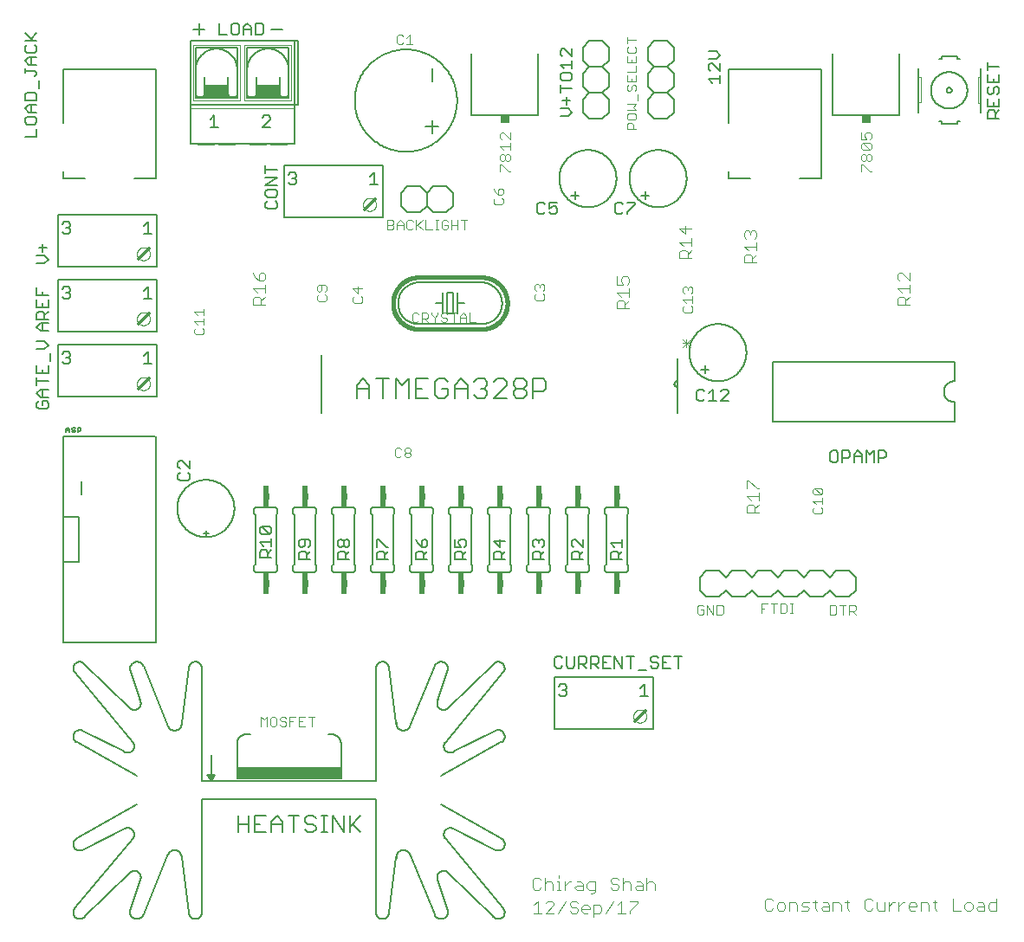
<source format=gto>
G75*
%MOIN*%
%OFA0B0*%
%FSLAX25Y25*%
%IPPOS*%
%LPD*%
%AMOC8*
5,1,8,0,0,1.08239X$1,22.5*
%
%ADD10C,0.00300*%
%ADD11C,0.00600*%
%ADD12C,0.00400*%
%ADD13C,0.00800*%
%ADD14R,0.40000X0.04000*%
%ADD15C,0.02400*%
%ADD16R,0.02400X0.03400*%
%ADD17C,0.00500*%
%ADD18C,0.01200*%
%ADD19C,0.00200*%
%ADD20R,0.09000X0.04500*%
%ADD21C,0.01600*%
%ADD22R,0.03400X0.03000*%
%ADD23C,0.00700*%
D10*
X0149638Y0183005D02*
X0150872Y0183005D01*
X0151489Y0183622D01*
X0152704Y0183622D02*
X0152704Y0184240D01*
X0153321Y0184857D01*
X0154555Y0184857D01*
X0155173Y0184240D01*
X0155173Y0183622D01*
X0154555Y0183005D01*
X0153321Y0183005D01*
X0152704Y0183622D01*
X0153321Y0184857D02*
X0152704Y0185474D01*
X0152704Y0186091D01*
X0153321Y0186708D01*
X0154555Y0186708D01*
X0155173Y0186091D01*
X0155173Y0185474D01*
X0154555Y0184857D01*
X0151489Y0186091D02*
X0150872Y0186708D01*
X0149638Y0186708D01*
X0149021Y0186091D01*
X0149021Y0183622D01*
X0149638Y0183005D01*
X0135978Y0242458D02*
X0136595Y0243075D01*
X0136595Y0244309D01*
X0135978Y0244927D01*
X0134743Y0246141D02*
X0134743Y0248610D01*
X0132892Y0247992D02*
X0134743Y0246141D01*
X0133509Y0244927D02*
X0132892Y0244309D01*
X0132892Y0243075D01*
X0133509Y0242458D01*
X0135978Y0242458D01*
X0136595Y0247992D02*
X0132892Y0247992D01*
X0122705Y0247376D02*
X0122705Y0248611D01*
X0122088Y0249228D01*
X0119619Y0249228D01*
X0119002Y0248611D01*
X0119002Y0247376D01*
X0119619Y0246759D01*
X0120236Y0246759D01*
X0120854Y0247376D01*
X0120854Y0249228D01*
X0122705Y0247376D02*
X0122088Y0246759D01*
X0122088Y0245545D02*
X0122705Y0244928D01*
X0122705Y0243693D01*
X0122088Y0243076D01*
X0119619Y0243076D01*
X0119002Y0243693D01*
X0119002Y0244928D01*
X0119619Y0245545D01*
X0075595Y0240173D02*
X0075595Y0237704D01*
X0075595Y0236489D02*
X0075595Y0234021D01*
X0075595Y0235255D02*
X0071892Y0235255D01*
X0073126Y0234021D01*
X0072509Y0232806D02*
X0071892Y0232189D01*
X0071892Y0230955D01*
X0072509Y0230338D01*
X0074978Y0230338D01*
X0075595Y0230955D01*
X0075595Y0232189D01*
X0074978Y0232806D01*
X0073126Y0237704D02*
X0071892Y0238938D01*
X0075595Y0238938D01*
X0186992Y0280975D02*
X0187609Y0280358D01*
X0190078Y0280358D01*
X0190695Y0280975D01*
X0190695Y0282209D01*
X0190078Y0282827D01*
X0190078Y0284041D02*
X0190695Y0284658D01*
X0190695Y0285892D01*
X0190078Y0286510D01*
X0189460Y0286510D01*
X0188843Y0285892D01*
X0188843Y0284041D01*
X0190078Y0284041D01*
X0188843Y0284041D02*
X0187609Y0285275D01*
X0186992Y0286510D01*
X0187609Y0282827D02*
X0186992Y0282209D01*
X0186992Y0280975D01*
X0203509Y0249610D02*
X0204126Y0249610D01*
X0204743Y0248992D01*
X0205360Y0249610D01*
X0205978Y0249610D01*
X0206595Y0248992D01*
X0206595Y0247758D01*
X0205978Y0247141D01*
X0205978Y0245927D02*
X0206595Y0245309D01*
X0206595Y0244075D01*
X0205978Y0243458D01*
X0203509Y0243458D01*
X0202892Y0244075D01*
X0202892Y0245309D01*
X0203509Y0245927D01*
X0203509Y0247141D02*
X0202892Y0247758D01*
X0202892Y0248992D01*
X0203509Y0249610D01*
X0204743Y0248992D02*
X0204743Y0248375D01*
X0259892Y0247992D02*
X0260509Y0248610D01*
X0261126Y0248610D01*
X0261743Y0247992D01*
X0262360Y0248610D01*
X0262978Y0248610D01*
X0263595Y0247992D01*
X0263595Y0246758D01*
X0262978Y0246141D01*
X0263595Y0244927D02*
X0263595Y0242458D01*
X0263595Y0243692D02*
X0259892Y0243692D01*
X0261126Y0242458D01*
X0260509Y0241243D02*
X0259892Y0240626D01*
X0259892Y0239392D01*
X0260509Y0238775D01*
X0262978Y0238775D01*
X0263595Y0239392D01*
X0263595Y0240626D01*
X0262978Y0241243D01*
X0260509Y0246141D02*
X0259892Y0246758D01*
X0259892Y0247992D01*
X0261743Y0247992D02*
X0261743Y0247375D01*
X0261202Y0228450D02*
X0261202Y0225314D01*
X0262770Y0225314D02*
X0259634Y0228450D01*
X0259634Y0226882D02*
X0262770Y0226882D01*
X0262770Y0228450D02*
X0259634Y0225314D01*
X0310509Y0171110D02*
X0312978Y0168641D01*
X0313595Y0169258D01*
X0313595Y0170492D01*
X0312978Y0171110D01*
X0310509Y0171110D01*
X0309892Y0170492D01*
X0309892Y0169258D01*
X0310509Y0168641D01*
X0312978Y0168641D01*
X0313595Y0167427D02*
X0313595Y0164958D01*
X0313595Y0166192D02*
X0309892Y0166192D01*
X0311126Y0164958D01*
X0310509Y0163743D02*
X0309892Y0163126D01*
X0309892Y0161892D01*
X0310509Y0161275D01*
X0312978Y0161275D01*
X0313595Y0161892D01*
X0313595Y0163126D01*
X0312978Y0163743D01*
X0316450Y0126153D02*
X0318302Y0126153D01*
X0318919Y0125536D01*
X0318919Y0123067D01*
X0318302Y0122450D01*
X0316450Y0122450D01*
X0316450Y0126153D01*
X0320133Y0126153D02*
X0322602Y0126153D01*
X0323816Y0126153D02*
X0323816Y0122450D01*
X0323816Y0123684D02*
X0325668Y0123684D01*
X0326285Y0124302D01*
X0326285Y0125536D01*
X0325668Y0126153D01*
X0323816Y0126153D01*
X0321368Y0126153D02*
X0321368Y0122450D01*
X0325051Y0123684D02*
X0326285Y0122450D01*
X0275285Y0123067D02*
X0275285Y0125536D01*
X0274668Y0126153D01*
X0272816Y0126153D01*
X0272816Y0122450D01*
X0274668Y0122450D01*
X0275285Y0123067D01*
X0271602Y0122450D02*
X0271602Y0126153D01*
X0269133Y0126153D02*
X0271602Y0122450D01*
X0269133Y0122450D02*
X0269133Y0126153D01*
X0267919Y0125536D02*
X0267302Y0126153D01*
X0266067Y0126153D01*
X0265450Y0125536D01*
X0265450Y0123067D01*
X0266067Y0122450D01*
X0267302Y0122450D01*
X0267919Y0123067D01*
X0267919Y0124302D01*
X0266684Y0124302D01*
D11*
X0048300Y0036500D02*
X0025800Y0009200D01*
X0025800Y0009300D02*
X0025743Y0009220D01*
X0025688Y0009138D01*
X0025638Y0009055D01*
X0025590Y0008969D01*
X0025546Y0008881D01*
X0025505Y0008792D01*
X0025468Y0008701D01*
X0025434Y0008609D01*
X0025404Y0008515D01*
X0025378Y0008420D01*
X0025356Y0008325D01*
X0025337Y0008229D01*
X0025322Y0008132D01*
X0025311Y0008034D01*
X0025304Y0007936D01*
X0025300Y0007838D01*
X0025301Y0007740D01*
X0025305Y0007642D01*
X0025313Y0007544D01*
X0025325Y0007446D01*
X0025341Y0007350D01*
X0025360Y0007253D01*
X0025384Y0007158D01*
X0025411Y0007064D01*
X0025442Y0006970D01*
X0025476Y0006878D01*
X0025514Y0006788D01*
X0025556Y0006699D01*
X0025600Y0006612D01*
X0025649Y0006526D01*
X0025700Y0006443D01*
X0025755Y0006361D01*
X0025813Y0006282D01*
X0025875Y0006205D01*
X0025939Y0006131D01*
X0026006Y0006059D01*
X0026075Y0005990D01*
X0026148Y0005924D01*
X0026223Y0005860D01*
X0026300Y0005800D01*
X0026380Y0005743D01*
X0026462Y0005688D01*
X0026545Y0005638D01*
X0026631Y0005590D01*
X0026719Y0005546D01*
X0026808Y0005505D01*
X0026899Y0005468D01*
X0026991Y0005434D01*
X0027085Y0005404D01*
X0027180Y0005378D01*
X0027275Y0005356D01*
X0027371Y0005337D01*
X0027468Y0005322D01*
X0027566Y0005311D01*
X0027664Y0005304D01*
X0027762Y0005300D01*
X0027860Y0005301D01*
X0027958Y0005305D01*
X0028056Y0005313D01*
X0028154Y0005325D01*
X0028250Y0005341D01*
X0028347Y0005360D01*
X0028442Y0005384D01*
X0028536Y0005411D01*
X0028630Y0005442D01*
X0028722Y0005476D01*
X0028812Y0005514D01*
X0028901Y0005556D01*
X0028988Y0005600D01*
X0029074Y0005649D01*
X0029157Y0005700D01*
X0029239Y0005755D01*
X0029318Y0005813D01*
X0029395Y0005875D01*
X0029469Y0005939D01*
X0029541Y0006006D01*
X0029610Y0006075D01*
X0029676Y0006148D01*
X0029740Y0006223D01*
X0029800Y0006300D01*
X0029600Y0006100D02*
X0047100Y0023100D01*
X0046800Y0022800D02*
X0046860Y0022877D01*
X0046924Y0022952D01*
X0046990Y0023025D01*
X0047059Y0023094D01*
X0047131Y0023161D01*
X0047205Y0023225D01*
X0047282Y0023287D01*
X0047361Y0023345D01*
X0047443Y0023400D01*
X0047526Y0023451D01*
X0047612Y0023500D01*
X0047699Y0023544D01*
X0047788Y0023586D01*
X0047878Y0023624D01*
X0047970Y0023658D01*
X0048064Y0023689D01*
X0048158Y0023716D01*
X0048253Y0023740D01*
X0048350Y0023759D01*
X0048446Y0023775D01*
X0048544Y0023787D01*
X0048642Y0023795D01*
X0048740Y0023799D01*
X0048838Y0023800D01*
X0048936Y0023796D01*
X0049034Y0023789D01*
X0049132Y0023778D01*
X0049229Y0023763D01*
X0049325Y0023744D01*
X0049420Y0023722D01*
X0049515Y0023696D01*
X0049609Y0023666D01*
X0049701Y0023632D01*
X0049792Y0023595D01*
X0049881Y0023554D01*
X0049969Y0023510D01*
X0050055Y0023462D01*
X0050138Y0023412D01*
X0050220Y0023357D01*
X0050300Y0023300D01*
X0050377Y0023240D01*
X0050452Y0023176D01*
X0050525Y0023110D01*
X0050594Y0023041D01*
X0050661Y0022969D01*
X0050725Y0022895D01*
X0050787Y0022818D01*
X0050845Y0022739D01*
X0050900Y0022657D01*
X0050951Y0022574D01*
X0051000Y0022488D01*
X0051044Y0022401D01*
X0051086Y0022312D01*
X0051124Y0022222D01*
X0051158Y0022130D01*
X0051189Y0022036D01*
X0051216Y0021942D01*
X0051240Y0021847D01*
X0051259Y0021750D01*
X0051275Y0021654D01*
X0051287Y0021556D01*
X0051295Y0021458D01*
X0051299Y0021360D01*
X0051300Y0021262D01*
X0051296Y0021164D01*
X0051289Y0021066D01*
X0051278Y0020968D01*
X0051263Y0020871D01*
X0051244Y0020775D01*
X0051222Y0020680D01*
X0051196Y0020585D01*
X0051166Y0020491D01*
X0051132Y0020399D01*
X0051095Y0020308D01*
X0051054Y0020219D01*
X0051010Y0020131D01*
X0050962Y0020045D01*
X0050912Y0019962D01*
X0050857Y0019880D01*
X0050800Y0019800D01*
X0051000Y0020200D02*
X0047100Y0008300D01*
X0047144Y0008443D02*
X0047129Y0008342D01*
X0047118Y0008240D01*
X0047111Y0008138D01*
X0047107Y0008036D01*
X0047108Y0007933D01*
X0047112Y0007831D01*
X0047121Y0007729D01*
X0047133Y0007627D01*
X0047149Y0007526D01*
X0047169Y0007426D01*
X0047193Y0007326D01*
X0047220Y0007228D01*
X0047251Y0007130D01*
X0047286Y0007034D01*
X0047325Y0006939D01*
X0047367Y0006846D01*
X0047412Y0006754D01*
X0047461Y0006665D01*
X0047514Y0006577D01*
X0047570Y0006491D01*
X0047629Y0006407D01*
X0047691Y0006326D01*
X0047756Y0006247D01*
X0047824Y0006170D01*
X0047895Y0006097D01*
X0047968Y0006026D01*
X0048045Y0005958D01*
X0048124Y0005892D01*
X0048205Y0005830D01*
X0048289Y0005771D01*
X0048374Y0005715D01*
X0048462Y0005663D01*
X0048552Y0005614D01*
X0048644Y0005568D01*
X0048737Y0005526D01*
X0048832Y0005487D01*
X0048928Y0005452D01*
X0049025Y0005421D01*
X0049124Y0005393D01*
X0049223Y0005369D01*
X0049324Y0005349D01*
X0049425Y0005333D01*
X0049526Y0005321D01*
X0049628Y0005312D01*
X0049731Y0005308D01*
X0049833Y0005307D01*
X0049935Y0005310D01*
X0050037Y0005317D01*
X0050139Y0005328D01*
X0050240Y0005343D01*
X0050341Y0005362D01*
X0050441Y0005384D01*
X0050540Y0005411D01*
X0050638Y0005441D01*
X0050734Y0005474D01*
X0050829Y0005512D01*
X0050923Y0005552D01*
X0051015Y0005597D01*
X0051106Y0005645D01*
X0051194Y0005696D01*
X0051281Y0005751D01*
X0051365Y0005809D01*
X0051447Y0005870D01*
X0051527Y0005934D01*
X0051604Y0006001D01*
X0051679Y0006071D01*
X0051751Y0006144D01*
X0051820Y0006219D01*
X0051886Y0006297D01*
X0051950Y0006378D01*
X0052010Y0006461D01*
X0052067Y0006546D01*
X0052120Y0006633D01*
X0052170Y0006722D01*
X0052217Y0006813D01*
X0052261Y0006906D01*
X0052300Y0007000D01*
X0061900Y0030300D01*
X0061799Y0030100D02*
X0061839Y0030194D01*
X0061883Y0030287D01*
X0061929Y0030378D01*
X0061980Y0030467D01*
X0062033Y0030554D01*
X0062090Y0030639D01*
X0062150Y0030722D01*
X0062213Y0030803D01*
X0062280Y0030881D01*
X0062349Y0030956D01*
X0062421Y0031029D01*
X0062495Y0031099D01*
X0062573Y0031166D01*
X0062652Y0031230D01*
X0062735Y0031291D01*
X0062819Y0031349D01*
X0062905Y0031404D01*
X0062994Y0031455D01*
X0063084Y0031503D01*
X0063177Y0031547D01*
X0063270Y0031588D01*
X0063366Y0031626D01*
X0063462Y0031659D01*
X0063560Y0031689D01*
X0063659Y0031716D01*
X0063759Y0031738D01*
X0063860Y0031757D01*
X0063961Y0031772D01*
X0064063Y0031783D01*
X0064165Y0031790D01*
X0064267Y0031793D01*
X0064369Y0031792D01*
X0064472Y0031788D01*
X0064574Y0031779D01*
X0064675Y0031767D01*
X0064776Y0031751D01*
X0064877Y0031731D01*
X0064976Y0031707D01*
X0065075Y0031679D01*
X0065172Y0031648D01*
X0065268Y0031613D01*
X0065363Y0031574D01*
X0065456Y0031532D01*
X0065548Y0031486D01*
X0065638Y0031437D01*
X0065726Y0031385D01*
X0065811Y0031329D01*
X0065895Y0031270D01*
X0065976Y0031208D01*
X0066055Y0031142D01*
X0066131Y0031074D01*
X0066205Y0031003D01*
X0066276Y0030930D01*
X0066344Y0030853D01*
X0066409Y0030774D01*
X0066471Y0030693D01*
X0066530Y0030609D01*
X0066586Y0030523D01*
X0066639Y0030435D01*
X0066688Y0030346D01*
X0066733Y0030254D01*
X0066775Y0030161D01*
X0066814Y0030066D01*
X0066849Y0029970D01*
X0066880Y0029872D01*
X0066907Y0029774D01*
X0066931Y0029674D01*
X0066951Y0029574D01*
X0066967Y0029473D01*
X0066979Y0029371D01*
X0066988Y0029269D01*
X0066992Y0029167D01*
X0066993Y0029064D01*
X0066989Y0028962D01*
X0066982Y0028860D01*
X0066971Y0028758D01*
X0066956Y0028657D01*
X0067000Y0028900D02*
X0069800Y0007600D01*
X0069800Y0007800D02*
X0069802Y0007702D01*
X0069808Y0007604D01*
X0069817Y0007506D01*
X0069831Y0007409D01*
X0069848Y0007312D01*
X0069869Y0007216D01*
X0069894Y0007121D01*
X0069922Y0007027D01*
X0069955Y0006935D01*
X0069990Y0006843D01*
X0070030Y0006753D01*
X0070072Y0006665D01*
X0070119Y0006578D01*
X0070168Y0006494D01*
X0070221Y0006411D01*
X0070277Y0006331D01*
X0070337Y0006252D01*
X0070399Y0006176D01*
X0070464Y0006103D01*
X0070532Y0006032D01*
X0070603Y0005964D01*
X0070676Y0005899D01*
X0070752Y0005837D01*
X0070831Y0005777D01*
X0070911Y0005721D01*
X0070994Y0005668D01*
X0071078Y0005619D01*
X0071165Y0005572D01*
X0071253Y0005530D01*
X0071343Y0005490D01*
X0071435Y0005455D01*
X0071527Y0005422D01*
X0071621Y0005394D01*
X0071716Y0005369D01*
X0071812Y0005348D01*
X0071909Y0005331D01*
X0072006Y0005317D01*
X0072104Y0005308D01*
X0072202Y0005302D01*
X0072300Y0005300D01*
X0072398Y0005302D01*
X0072496Y0005308D01*
X0072594Y0005317D01*
X0072691Y0005331D01*
X0072788Y0005348D01*
X0072884Y0005369D01*
X0072979Y0005394D01*
X0073073Y0005422D01*
X0073165Y0005455D01*
X0073257Y0005490D01*
X0073347Y0005530D01*
X0073435Y0005572D01*
X0073522Y0005619D01*
X0073606Y0005668D01*
X0073689Y0005721D01*
X0073769Y0005777D01*
X0073848Y0005837D01*
X0073924Y0005899D01*
X0073997Y0005964D01*
X0074068Y0006032D01*
X0074136Y0006103D01*
X0074201Y0006176D01*
X0074263Y0006252D01*
X0074323Y0006331D01*
X0074379Y0006411D01*
X0074432Y0006494D01*
X0074481Y0006578D01*
X0074528Y0006665D01*
X0074570Y0006753D01*
X0074610Y0006843D01*
X0074645Y0006935D01*
X0074678Y0007027D01*
X0074706Y0007121D01*
X0074731Y0007216D01*
X0074752Y0007312D01*
X0074769Y0007409D01*
X0074783Y0007506D01*
X0074792Y0007604D01*
X0074798Y0007702D01*
X0074800Y0007800D01*
X0074800Y0051300D01*
X0141800Y0051300D01*
X0141800Y0007800D01*
X0141802Y0007702D01*
X0141808Y0007604D01*
X0141817Y0007506D01*
X0141831Y0007409D01*
X0141848Y0007312D01*
X0141869Y0007216D01*
X0141894Y0007121D01*
X0141922Y0007027D01*
X0141955Y0006935D01*
X0141990Y0006843D01*
X0142030Y0006753D01*
X0142072Y0006665D01*
X0142119Y0006578D01*
X0142168Y0006494D01*
X0142221Y0006411D01*
X0142277Y0006331D01*
X0142337Y0006252D01*
X0142399Y0006176D01*
X0142464Y0006103D01*
X0142532Y0006032D01*
X0142603Y0005964D01*
X0142676Y0005899D01*
X0142752Y0005837D01*
X0142831Y0005777D01*
X0142911Y0005721D01*
X0142994Y0005668D01*
X0143078Y0005619D01*
X0143165Y0005572D01*
X0143253Y0005530D01*
X0143343Y0005490D01*
X0143435Y0005455D01*
X0143527Y0005422D01*
X0143621Y0005394D01*
X0143716Y0005369D01*
X0143812Y0005348D01*
X0143909Y0005331D01*
X0144006Y0005317D01*
X0144104Y0005308D01*
X0144202Y0005302D01*
X0144300Y0005300D01*
X0144398Y0005302D01*
X0144496Y0005308D01*
X0144594Y0005317D01*
X0144691Y0005331D01*
X0144788Y0005348D01*
X0144884Y0005369D01*
X0144979Y0005394D01*
X0145073Y0005422D01*
X0145165Y0005455D01*
X0145257Y0005490D01*
X0145347Y0005530D01*
X0145435Y0005572D01*
X0145522Y0005619D01*
X0145606Y0005668D01*
X0145689Y0005721D01*
X0145769Y0005777D01*
X0145848Y0005837D01*
X0145924Y0005899D01*
X0145997Y0005964D01*
X0146068Y0006032D01*
X0146136Y0006103D01*
X0146201Y0006176D01*
X0146263Y0006252D01*
X0146323Y0006331D01*
X0146379Y0006411D01*
X0146432Y0006494D01*
X0146481Y0006578D01*
X0146528Y0006665D01*
X0146570Y0006753D01*
X0146610Y0006843D01*
X0146645Y0006935D01*
X0146678Y0007027D01*
X0146706Y0007121D01*
X0146731Y0007216D01*
X0146752Y0007312D01*
X0146769Y0007409D01*
X0146783Y0007506D01*
X0146792Y0007604D01*
X0146798Y0007702D01*
X0146800Y0007800D01*
X0146800Y0007600D02*
X0149600Y0028900D01*
X0149644Y0028657D02*
X0149629Y0028758D01*
X0149618Y0028860D01*
X0149611Y0028962D01*
X0149607Y0029064D01*
X0149608Y0029167D01*
X0149612Y0029269D01*
X0149621Y0029371D01*
X0149633Y0029473D01*
X0149649Y0029574D01*
X0149669Y0029674D01*
X0149693Y0029774D01*
X0149720Y0029872D01*
X0149751Y0029970D01*
X0149786Y0030066D01*
X0149825Y0030161D01*
X0149867Y0030254D01*
X0149912Y0030346D01*
X0149961Y0030435D01*
X0150014Y0030523D01*
X0150070Y0030609D01*
X0150129Y0030693D01*
X0150191Y0030774D01*
X0150256Y0030853D01*
X0150324Y0030930D01*
X0150395Y0031003D01*
X0150469Y0031074D01*
X0150545Y0031142D01*
X0150624Y0031208D01*
X0150705Y0031270D01*
X0150789Y0031329D01*
X0150874Y0031385D01*
X0150962Y0031437D01*
X0151052Y0031486D01*
X0151144Y0031532D01*
X0151237Y0031574D01*
X0151332Y0031613D01*
X0151428Y0031648D01*
X0151525Y0031679D01*
X0151624Y0031707D01*
X0151723Y0031731D01*
X0151824Y0031751D01*
X0151925Y0031767D01*
X0152026Y0031779D01*
X0152128Y0031788D01*
X0152231Y0031792D01*
X0152333Y0031793D01*
X0152435Y0031790D01*
X0152537Y0031783D01*
X0152639Y0031772D01*
X0152740Y0031757D01*
X0152841Y0031738D01*
X0152941Y0031716D01*
X0153040Y0031689D01*
X0153138Y0031659D01*
X0153234Y0031626D01*
X0153330Y0031588D01*
X0153423Y0031547D01*
X0153516Y0031503D01*
X0153606Y0031455D01*
X0153695Y0031404D01*
X0153781Y0031349D01*
X0153865Y0031291D01*
X0153948Y0031230D01*
X0154027Y0031166D01*
X0154105Y0031099D01*
X0154179Y0031029D01*
X0154251Y0030956D01*
X0154320Y0030881D01*
X0154387Y0030803D01*
X0154450Y0030722D01*
X0154510Y0030639D01*
X0154567Y0030554D01*
X0154620Y0030467D01*
X0154671Y0030378D01*
X0154717Y0030287D01*
X0154761Y0030194D01*
X0154801Y0030100D01*
X0154700Y0030300D02*
X0164300Y0007000D01*
X0164340Y0006906D01*
X0164384Y0006814D01*
X0164430Y0006723D01*
X0164481Y0006633D01*
X0164534Y0006546D01*
X0164591Y0006461D01*
X0164651Y0006378D01*
X0164714Y0006298D01*
X0164781Y0006220D01*
X0164850Y0006144D01*
X0164922Y0006072D01*
X0164996Y0006002D01*
X0165073Y0005935D01*
X0165153Y0005871D01*
X0165235Y0005809D01*
X0165320Y0005752D01*
X0165406Y0005697D01*
X0165495Y0005646D01*
X0165585Y0005598D01*
X0165677Y0005553D01*
X0165771Y0005512D01*
X0165866Y0005475D01*
X0165963Y0005441D01*
X0166061Y0005412D01*
X0166159Y0005385D01*
X0166259Y0005363D01*
X0166360Y0005344D01*
X0166461Y0005329D01*
X0166563Y0005318D01*
X0166665Y0005311D01*
X0166767Y0005308D01*
X0166869Y0005309D01*
X0166972Y0005313D01*
X0167074Y0005322D01*
X0167175Y0005334D01*
X0167276Y0005350D01*
X0167377Y0005370D01*
X0167476Y0005394D01*
X0167575Y0005422D01*
X0167672Y0005453D01*
X0167768Y0005488D01*
X0167863Y0005527D01*
X0167956Y0005569D01*
X0168048Y0005615D01*
X0168137Y0005664D01*
X0168225Y0005716D01*
X0168311Y0005772D01*
X0168394Y0005831D01*
X0168476Y0005893D01*
X0168555Y0005958D01*
X0168631Y0006026D01*
X0168705Y0006097D01*
X0168775Y0006171D01*
X0168844Y0006248D01*
X0168909Y0006327D01*
X0168971Y0006408D01*
X0169030Y0006491D01*
X0169085Y0006577D01*
X0169138Y0006665D01*
X0169187Y0006755D01*
X0169232Y0006847D01*
X0169274Y0006940D01*
X0169313Y0007035D01*
X0169348Y0007131D01*
X0169379Y0007228D01*
X0169406Y0007327D01*
X0169430Y0007426D01*
X0169450Y0007527D01*
X0169466Y0007628D01*
X0169478Y0007729D01*
X0169487Y0007831D01*
X0169491Y0007933D01*
X0169492Y0008036D01*
X0169488Y0008138D01*
X0169481Y0008240D01*
X0169470Y0008342D01*
X0169455Y0008443D01*
X0169500Y0008300D02*
X0165600Y0020200D01*
X0165800Y0019800D02*
X0165743Y0019880D01*
X0165688Y0019962D01*
X0165638Y0020045D01*
X0165590Y0020131D01*
X0165546Y0020219D01*
X0165505Y0020308D01*
X0165468Y0020399D01*
X0165434Y0020491D01*
X0165404Y0020585D01*
X0165378Y0020680D01*
X0165356Y0020775D01*
X0165337Y0020871D01*
X0165322Y0020968D01*
X0165311Y0021066D01*
X0165304Y0021164D01*
X0165300Y0021262D01*
X0165301Y0021360D01*
X0165305Y0021458D01*
X0165313Y0021556D01*
X0165325Y0021654D01*
X0165341Y0021750D01*
X0165360Y0021847D01*
X0165384Y0021942D01*
X0165411Y0022036D01*
X0165442Y0022130D01*
X0165476Y0022222D01*
X0165514Y0022312D01*
X0165556Y0022401D01*
X0165600Y0022488D01*
X0165649Y0022574D01*
X0165700Y0022657D01*
X0165755Y0022739D01*
X0165813Y0022818D01*
X0165875Y0022895D01*
X0165939Y0022969D01*
X0166006Y0023041D01*
X0166075Y0023110D01*
X0166148Y0023176D01*
X0166223Y0023240D01*
X0166300Y0023300D01*
X0166380Y0023357D01*
X0166462Y0023412D01*
X0166545Y0023462D01*
X0166631Y0023510D01*
X0166719Y0023554D01*
X0166808Y0023595D01*
X0166899Y0023632D01*
X0166991Y0023666D01*
X0167085Y0023696D01*
X0167180Y0023722D01*
X0167275Y0023744D01*
X0167371Y0023763D01*
X0167468Y0023778D01*
X0167566Y0023789D01*
X0167664Y0023796D01*
X0167762Y0023800D01*
X0167860Y0023799D01*
X0167958Y0023795D01*
X0168056Y0023787D01*
X0168154Y0023775D01*
X0168250Y0023759D01*
X0168347Y0023740D01*
X0168442Y0023716D01*
X0168536Y0023689D01*
X0168630Y0023658D01*
X0168722Y0023624D01*
X0168812Y0023586D01*
X0168901Y0023544D01*
X0168988Y0023500D01*
X0169074Y0023451D01*
X0169157Y0023400D01*
X0169239Y0023345D01*
X0169318Y0023287D01*
X0169395Y0023225D01*
X0169469Y0023161D01*
X0169541Y0023094D01*
X0169610Y0023025D01*
X0169676Y0022952D01*
X0169740Y0022877D01*
X0169800Y0022800D01*
X0169500Y0023100D02*
X0187000Y0006100D01*
X0186800Y0006300D02*
X0186860Y0006223D01*
X0186924Y0006148D01*
X0186990Y0006075D01*
X0187059Y0006006D01*
X0187131Y0005939D01*
X0187205Y0005875D01*
X0187282Y0005813D01*
X0187361Y0005755D01*
X0187443Y0005700D01*
X0187526Y0005649D01*
X0187612Y0005600D01*
X0187699Y0005556D01*
X0187788Y0005514D01*
X0187878Y0005476D01*
X0187970Y0005442D01*
X0188064Y0005411D01*
X0188158Y0005384D01*
X0188253Y0005360D01*
X0188350Y0005341D01*
X0188446Y0005325D01*
X0188544Y0005313D01*
X0188642Y0005305D01*
X0188740Y0005301D01*
X0188838Y0005300D01*
X0188936Y0005304D01*
X0189034Y0005311D01*
X0189132Y0005322D01*
X0189229Y0005337D01*
X0189325Y0005356D01*
X0189420Y0005378D01*
X0189515Y0005404D01*
X0189609Y0005434D01*
X0189701Y0005468D01*
X0189792Y0005505D01*
X0189881Y0005546D01*
X0189969Y0005590D01*
X0190055Y0005638D01*
X0190138Y0005688D01*
X0190220Y0005743D01*
X0190300Y0005800D01*
X0190377Y0005860D01*
X0190452Y0005924D01*
X0190525Y0005990D01*
X0190594Y0006059D01*
X0190661Y0006131D01*
X0190725Y0006205D01*
X0190787Y0006282D01*
X0190845Y0006361D01*
X0190900Y0006443D01*
X0190951Y0006526D01*
X0191000Y0006612D01*
X0191044Y0006699D01*
X0191086Y0006788D01*
X0191124Y0006878D01*
X0191158Y0006970D01*
X0191189Y0007064D01*
X0191216Y0007158D01*
X0191240Y0007253D01*
X0191259Y0007350D01*
X0191275Y0007446D01*
X0191287Y0007544D01*
X0191295Y0007642D01*
X0191299Y0007740D01*
X0191300Y0007838D01*
X0191296Y0007936D01*
X0191289Y0008034D01*
X0191278Y0008132D01*
X0191263Y0008229D01*
X0191244Y0008325D01*
X0191222Y0008420D01*
X0191196Y0008515D01*
X0191166Y0008609D01*
X0191132Y0008701D01*
X0191095Y0008792D01*
X0191054Y0008881D01*
X0191010Y0008969D01*
X0190962Y0009055D01*
X0190912Y0009138D01*
X0190857Y0009220D01*
X0190800Y0009300D01*
X0190800Y0009200D02*
X0168300Y0036500D01*
X0168300Y0036400D02*
X0168247Y0036484D01*
X0168196Y0036569D01*
X0168150Y0036657D01*
X0168106Y0036747D01*
X0168067Y0036838D01*
X0168031Y0036930D01*
X0167998Y0037024D01*
X0167970Y0037119D01*
X0167945Y0037216D01*
X0167923Y0037313D01*
X0167906Y0037411D01*
X0167893Y0037509D01*
X0167883Y0037608D01*
X0167878Y0037707D01*
X0167876Y0037807D01*
X0167878Y0037906D01*
X0167884Y0038005D01*
X0167894Y0038104D01*
X0167908Y0038203D01*
X0167926Y0038300D01*
X0167948Y0038397D01*
X0167973Y0038493D01*
X0168002Y0038588D01*
X0168035Y0038682D01*
X0168072Y0038775D01*
X0168112Y0038866D01*
X0168156Y0038955D01*
X0168203Y0039042D01*
X0168254Y0039128D01*
X0168308Y0039211D01*
X0168365Y0039292D01*
X0168425Y0039371D01*
X0168489Y0039448D01*
X0168555Y0039522D01*
X0168624Y0039593D01*
X0168696Y0039662D01*
X0168771Y0039727D01*
X0168848Y0039790D01*
X0168928Y0039850D01*
X0169009Y0039906D01*
X0169094Y0039959D01*
X0169180Y0040009D01*
X0169267Y0040055D01*
X0169357Y0040098D01*
X0169449Y0040137D01*
X0169541Y0040173D01*
X0169635Y0040205D01*
X0169731Y0040233D01*
X0169827Y0040257D01*
X0169924Y0040278D01*
X0170022Y0040295D01*
X0170121Y0040308D01*
X0170220Y0040317D01*
X0170319Y0040322D01*
X0170418Y0040323D01*
X0170518Y0040320D01*
X0170617Y0040314D01*
X0170716Y0040303D01*
X0170814Y0040289D01*
X0170912Y0040270D01*
X0171009Y0040248D01*
X0171105Y0040222D01*
X0171200Y0040193D01*
X0171293Y0040159D01*
X0171385Y0040122D01*
X0171476Y0040082D01*
X0171565Y0040037D01*
X0171652Y0039990D01*
X0171738Y0039939D01*
X0171821Y0039884D01*
X0171600Y0040000D02*
X0187800Y0031800D01*
X0187892Y0031762D01*
X0187985Y0031728D01*
X0188079Y0031698D01*
X0188175Y0031671D01*
X0188272Y0031648D01*
X0188369Y0031629D01*
X0188467Y0031614D01*
X0188566Y0031603D01*
X0188664Y0031596D01*
X0188764Y0031592D01*
X0188863Y0031593D01*
X0188962Y0031597D01*
X0189061Y0031606D01*
X0189159Y0031618D01*
X0189257Y0031634D01*
X0189354Y0031654D01*
X0189451Y0031678D01*
X0189546Y0031705D01*
X0189640Y0031737D01*
X0189733Y0031772D01*
X0189824Y0031811D01*
X0189914Y0031853D01*
X0190002Y0031899D01*
X0190088Y0031948D01*
X0190172Y0032001D01*
X0190254Y0032056D01*
X0190334Y0032116D01*
X0190411Y0032178D01*
X0190486Y0032243D01*
X0190558Y0032311D01*
X0190627Y0032382D01*
X0190694Y0032456D01*
X0190757Y0032532D01*
X0190818Y0032610D01*
X0190875Y0032691D01*
X0190929Y0032775D01*
X0190980Y0032860D01*
X0191027Y0032947D01*
X0191071Y0033036D01*
X0191111Y0033127D01*
X0191148Y0033219D01*
X0191181Y0033312D01*
X0191210Y0033407D01*
X0191236Y0033503D01*
X0191258Y0033600D01*
X0191275Y0033697D01*
X0191289Y0033795D01*
X0191300Y0033894D01*
X0191306Y0033993D01*
X0191308Y0034092D01*
X0191306Y0034192D01*
X0191301Y0034291D01*
X0191291Y0034389D01*
X0191278Y0034488D01*
X0191261Y0034585D01*
X0191239Y0034682D01*
X0191215Y0034778D01*
X0191186Y0034873D01*
X0191153Y0034967D01*
X0191117Y0035059D01*
X0191078Y0035150D01*
X0191034Y0035239D01*
X0190987Y0035327D01*
X0190937Y0035412D01*
X0190884Y0035496D01*
X0190827Y0035577D01*
X0190767Y0035656D01*
X0190704Y0035733D01*
X0190638Y0035807D01*
X0190569Y0035878D01*
X0190497Y0035947D01*
X0190423Y0036012D01*
X0190346Y0036075D01*
X0190266Y0036135D01*
X0190185Y0036191D01*
X0190101Y0036244D01*
X0190015Y0036294D01*
X0189928Y0036340D01*
X0189838Y0036383D01*
X0189900Y0036300D02*
X0166800Y0049300D01*
X0166800Y0060300D02*
X0189900Y0073300D01*
X0189838Y0073217D02*
X0189928Y0073260D01*
X0190015Y0073306D01*
X0190101Y0073356D01*
X0190185Y0073409D01*
X0190266Y0073465D01*
X0190346Y0073525D01*
X0190423Y0073588D01*
X0190497Y0073653D01*
X0190569Y0073722D01*
X0190638Y0073793D01*
X0190704Y0073867D01*
X0190767Y0073944D01*
X0190827Y0074023D01*
X0190884Y0074104D01*
X0190937Y0074188D01*
X0190987Y0074273D01*
X0191034Y0074361D01*
X0191078Y0074450D01*
X0191117Y0074541D01*
X0191153Y0074633D01*
X0191186Y0074727D01*
X0191215Y0074822D01*
X0191239Y0074918D01*
X0191261Y0075015D01*
X0191278Y0075112D01*
X0191291Y0075211D01*
X0191301Y0075309D01*
X0191306Y0075408D01*
X0191308Y0075508D01*
X0191306Y0075607D01*
X0191300Y0075706D01*
X0191289Y0075805D01*
X0191275Y0075903D01*
X0191258Y0076000D01*
X0191236Y0076097D01*
X0191210Y0076193D01*
X0191181Y0076288D01*
X0191148Y0076381D01*
X0191111Y0076473D01*
X0191071Y0076564D01*
X0191027Y0076653D01*
X0190980Y0076740D01*
X0190929Y0076825D01*
X0190875Y0076909D01*
X0190818Y0076990D01*
X0190757Y0077068D01*
X0190694Y0077144D01*
X0190627Y0077218D01*
X0190558Y0077289D01*
X0190486Y0077357D01*
X0190411Y0077422D01*
X0190334Y0077484D01*
X0190254Y0077544D01*
X0190172Y0077599D01*
X0190088Y0077652D01*
X0190002Y0077701D01*
X0189914Y0077747D01*
X0189824Y0077789D01*
X0189733Y0077828D01*
X0189640Y0077863D01*
X0189546Y0077895D01*
X0189451Y0077922D01*
X0189354Y0077946D01*
X0189257Y0077966D01*
X0189159Y0077982D01*
X0189061Y0077994D01*
X0188962Y0078003D01*
X0188863Y0078007D01*
X0188764Y0078008D01*
X0188664Y0078004D01*
X0188566Y0077997D01*
X0188467Y0077986D01*
X0188369Y0077971D01*
X0188272Y0077952D01*
X0188175Y0077929D01*
X0188079Y0077902D01*
X0187985Y0077872D01*
X0187892Y0077838D01*
X0187800Y0077800D01*
X0171600Y0069600D01*
X0171822Y0069715D02*
X0171739Y0069660D01*
X0171653Y0069609D01*
X0171566Y0069562D01*
X0171477Y0069517D01*
X0171386Y0069477D01*
X0171294Y0069440D01*
X0171200Y0069406D01*
X0171106Y0069377D01*
X0171010Y0069351D01*
X0170913Y0069329D01*
X0170815Y0069310D01*
X0170717Y0069296D01*
X0170618Y0069285D01*
X0170519Y0069279D01*
X0170419Y0069276D01*
X0170320Y0069277D01*
X0170220Y0069282D01*
X0170121Y0069291D01*
X0170023Y0069304D01*
X0169925Y0069321D01*
X0169828Y0069342D01*
X0169731Y0069366D01*
X0169636Y0069394D01*
X0169542Y0069426D01*
X0169449Y0069462D01*
X0169358Y0069501D01*
X0169268Y0069544D01*
X0169180Y0069590D01*
X0169094Y0069640D01*
X0169010Y0069693D01*
X0168928Y0069750D01*
X0168848Y0069809D01*
X0168771Y0069872D01*
X0168697Y0069938D01*
X0168625Y0070006D01*
X0168555Y0070077D01*
X0168489Y0070151D01*
X0168425Y0070228D01*
X0168365Y0070307D01*
X0168308Y0070388D01*
X0168254Y0070472D01*
X0168203Y0070557D01*
X0168156Y0070645D01*
X0168112Y0070734D01*
X0168072Y0070825D01*
X0168035Y0070917D01*
X0168002Y0071011D01*
X0167973Y0071106D01*
X0167948Y0071202D01*
X0167926Y0071299D01*
X0167908Y0071397D01*
X0167894Y0071496D01*
X0167884Y0071594D01*
X0167878Y0071694D01*
X0167876Y0071793D01*
X0167878Y0071892D01*
X0167883Y0071992D01*
X0167893Y0072091D01*
X0167906Y0072189D01*
X0167923Y0072287D01*
X0167945Y0072384D01*
X0167969Y0072481D01*
X0167998Y0072576D01*
X0168031Y0072670D01*
X0168067Y0072762D01*
X0168106Y0072853D01*
X0168150Y0072943D01*
X0168196Y0073031D01*
X0168247Y0073117D01*
X0168300Y0073200D01*
X0168300Y0073100D02*
X0190800Y0100400D01*
X0190800Y0100300D02*
X0190857Y0100380D01*
X0190912Y0100462D01*
X0190962Y0100545D01*
X0191010Y0100631D01*
X0191054Y0100719D01*
X0191095Y0100808D01*
X0191132Y0100899D01*
X0191166Y0100991D01*
X0191196Y0101085D01*
X0191222Y0101180D01*
X0191244Y0101275D01*
X0191263Y0101371D01*
X0191278Y0101468D01*
X0191289Y0101566D01*
X0191296Y0101664D01*
X0191300Y0101762D01*
X0191299Y0101860D01*
X0191295Y0101958D01*
X0191287Y0102056D01*
X0191275Y0102154D01*
X0191259Y0102250D01*
X0191240Y0102347D01*
X0191216Y0102442D01*
X0191189Y0102536D01*
X0191158Y0102630D01*
X0191124Y0102722D01*
X0191086Y0102812D01*
X0191044Y0102901D01*
X0191000Y0102988D01*
X0190951Y0103074D01*
X0190900Y0103157D01*
X0190845Y0103239D01*
X0190787Y0103318D01*
X0190725Y0103395D01*
X0190661Y0103469D01*
X0190594Y0103541D01*
X0190525Y0103610D01*
X0190452Y0103676D01*
X0190377Y0103740D01*
X0190300Y0103800D01*
X0190220Y0103857D01*
X0190138Y0103912D01*
X0190055Y0103962D01*
X0189969Y0104010D01*
X0189881Y0104054D01*
X0189792Y0104095D01*
X0189701Y0104132D01*
X0189609Y0104166D01*
X0189515Y0104196D01*
X0189420Y0104222D01*
X0189325Y0104244D01*
X0189229Y0104263D01*
X0189132Y0104278D01*
X0189034Y0104289D01*
X0188936Y0104296D01*
X0188838Y0104300D01*
X0188740Y0104299D01*
X0188642Y0104295D01*
X0188544Y0104287D01*
X0188446Y0104275D01*
X0188350Y0104259D01*
X0188253Y0104240D01*
X0188158Y0104216D01*
X0188064Y0104189D01*
X0187970Y0104158D01*
X0187878Y0104124D01*
X0187788Y0104086D01*
X0187699Y0104044D01*
X0187612Y0104000D01*
X0187526Y0103951D01*
X0187443Y0103900D01*
X0187361Y0103845D01*
X0187282Y0103787D01*
X0187205Y0103725D01*
X0187131Y0103661D01*
X0187059Y0103594D01*
X0186990Y0103525D01*
X0186924Y0103452D01*
X0186860Y0103377D01*
X0186800Y0103300D01*
X0187000Y0103500D02*
X0169500Y0086500D01*
X0169800Y0086800D02*
X0169740Y0086723D01*
X0169676Y0086648D01*
X0169610Y0086575D01*
X0169541Y0086506D01*
X0169469Y0086439D01*
X0169395Y0086375D01*
X0169318Y0086313D01*
X0169239Y0086255D01*
X0169157Y0086200D01*
X0169074Y0086149D01*
X0168988Y0086100D01*
X0168901Y0086056D01*
X0168812Y0086014D01*
X0168722Y0085976D01*
X0168630Y0085942D01*
X0168536Y0085911D01*
X0168442Y0085884D01*
X0168347Y0085860D01*
X0168250Y0085841D01*
X0168154Y0085825D01*
X0168056Y0085813D01*
X0167958Y0085805D01*
X0167860Y0085801D01*
X0167762Y0085800D01*
X0167664Y0085804D01*
X0167566Y0085811D01*
X0167468Y0085822D01*
X0167371Y0085837D01*
X0167275Y0085856D01*
X0167180Y0085878D01*
X0167085Y0085904D01*
X0166991Y0085934D01*
X0166899Y0085968D01*
X0166808Y0086005D01*
X0166719Y0086046D01*
X0166631Y0086090D01*
X0166545Y0086138D01*
X0166462Y0086188D01*
X0166380Y0086243D01*
X0166300Y0086300D01*
X0166223Y0086360D01*
X0166148Y0086424D01*
X0166075Y0086490D01*
X0166006Y0086559D01*
X0165939Y0086631D01*
X0165875Y0086705D01*
X0165813Y0086782D01*
X0165755Y0086861D01*
X0165700Y0086943D01*
X0165649Y0087026D01*
X0165600Y0087112D01*
X0165556Y0087199D01*
X0165514Y0087288D01*
X0165476Y0087378D01*
X0165442Y0087470D01*
X0165411Y0087564D01*
X0165384Y0087658D01*
X0165360Y0087753D01*
X0165341Y0087850D01*
X0165325Y0087946D01*
X0165313Y0088044D01*
X0165305Y0088142D01*
X0165301Y0088240D01*
X0165300Y0088338D01*
X0165304Y0088436D01*
X0165311Y0088534D01*
X0165322Y0088632D01*
X0165337Y0088729D01*
X0165356Y0088825D01*
X0165378Y0088920D01*
X0165404Y0089015D01*
X0165434Y0089109D01*
X0165468Y0089201D01*
X0165505Y0089292D01*
X0165546Y0089381D01*
X0165590Y0089469D01*
X0165638Y0089555D01*
X0165688Y0089638D01*
X0165743Y0089720D01*
X0165800Y0089800D01*
X0165600Y0089400D02*
X0169500Y0101300D01*
X0169455Y0101157D02*
X0169470Y0101258D01*
X0169481Y0101360D01*
X0169488Y0101462D01*
X0169492Y0101564D01*
X0169491Y0101667D01*
X0169487Y0101769D01*
X0169478Y0101871D01*
X0169466Y0101972D01*
X0169450Y0102073D01*
X0169430Y0102174D01*
X0169406Y0102273D01*
X0169379Y0102372D01*
X0169348Y0102469D01*
X0169313Y0102565D01*
X0169274Y0102660D01*
X0169232Y0102753D01*
X0169187Y0102845D01*
X0169138Y0102935D01*
X0169085Y0103023D01*
X0169030Y0103109D01*
X0168971Y0103192D01*
X0168909Y0103273D01*
X0168844Y0103352D01*
X0168775Y0103429D01*
X0168705Y0103503D01*
X0168631Y0103574D01*
X0168555Y0103642D01*
X0168476Y0103707D01*
X0168394Y0103769D01*
X0168311Y0103828D01*
X0168225Y0103884D01*
X0168137Y0103936D01*
X0168048Y0103985D01*
X0167956Y0104031D01*
X0167863Y0104073D01*
X0167768Y0104112D01*
X0167672Y0104147D01*
X0167575Y0104178D01*
X0167476Y0104206D01*
X0167377Y0104230D01*
X0167276Y0104250D01*
X0167175Y0104266D01*
X0167074Y0104278D01*
X0166972Y0104287D01*
X0166869Y0104291D01*
X0166767Y0104292D01*
X0166665Y0104289D01*
X0166563Y0104282D01*
X0166461Y0104271D01*
X0166360Y0104256D01*
X0166259Y0104237D01*
X0166159Y0104215D01*
X0166061Y0104188D01*
X0165963Y0104159D01*
X0165866Y0104125D01*
X0165771Y0104088D01*
X0165677Y0104047D01*
X0165585Y0104002D01*
X0165495Y0103954D01*
X0165406Y0103903D01*
X0165320Y0103848D01*
X0165235Y0103791D01*
X0165153Y0103729D01*
X0165073Y0103665D01*
X0164996Y0103598D01*
X0164922Y0103528D01*
X0164850Y0103456D01*
X0164781Y0103380D01*
X0164714Y0103302D01*
X0164651Y0103222D01*
X0164591Y0103139D01*
X0164534Y0103054D01*
X0164481Y0102967D01*
X0164430Y0102877D01*
X0164384Y0102786D01*
X0164340Y0102694D01*
X0164300Y0102600D01*
X0154700Y0079300D01*
X0154801Y0079500D02*
X0154761Y0079406D01*
X0154717Y0079313D01*
X0154671Y0079222D01*
X0154620Y0079133D01*
X0154567Y0079046D01*
X0154510Y0078961D01*
X0154450Y0078878D01*
X0154387Y0078797D01*
X0154320Y0078719D01*
X0154251Y0078644D01*
X0154179Y0078571D01*
X0154105Y0078501D01*
X0154027Y0078434D01*
X0153948Y0078370D01*
X0153865Y0078309D01*
X0153781Y0078251D01*
X0153695Y0078196D01*
X0153606Y0078145D01*
X0153516Y0078097D01*
X0153423Y0078053D01*
X0153330Y0078012D01*
X0153234Y0077974D01*
X0153138Y0077941D01*
X0153040Y0077911D01*
X0152941Y0077884D01*
X0152841Y0077862D01*
X0152740Y0077843D01*
X0152639Y0077828D01*
X0152537Y0077817D01*
X0152435Y0077810D01*
X0152333Y0077807D01*
X0152231Y0077808D01*
X0152128Y0077812D01*
X0152026Y0077821D01*
X0151925Y0077833D01*
X0151824Y0077849D01*
X0151723Y0077869D01*
X0151624Y0077893D01*
X0151525Y0077921D01*
X0151428Y0077952D01*
X0151332Y0077987D01*
X0151237Y0078026D01*
X0151144Y0078068D01*
X0151052Y0078114D01*
X0150962Y0078163D01*
X0150874Y0078215D01*
X0150789Y0078271D01*
X0150705Y0078330D01*
X0150624Y0078392D01*
X0150545Y0078458D01*
X0150469Y0078526D01*
X0150395Y0078597D01*
X0150324Y0078670D01*
X0150256Y0078747D01*
X0150191Y0078826D01*
X0150129Y0078907D01*
X0150070Y0078991D01*
X0150014Y0079077D01*
X0149961Y0079165D01*
X0149912Y0079254D01*
X0149867Y0079346D01*
X0149825Y0079439D01*
X0149786Y0079534D01*
X0149751Y0079630D01*
X0149720Y0079728D01*
X0149693Y0079826D01*
X0149669Y0079926D01*
X0149649Y0080026D01*
X0149633Y0080127D01*
X0149621Y0080229D01*
X0149612Y0080331D01*
X0149608Y0080433D01*
X0149607Y0080536D01*
X0149611Y0080638D01*
X0149618Y0080740D01*
X0149629Y0080842D01*
X0149644Y0080943D01*
X0149600Y0080700D02*
X0146800Y0102000D01*
X0146800Y0101800D02*
X0146798Y0101898D01*
X0146792Y0101996D01*
X0146783Y0102094D01*
X0146769Y0102191D01*
X0146752Y0102288D01*
X0146731Y0102384D01*
X0146706Y0102479D01*
X0146678Y0102573D01*
X0146645Y0102665D01*
X0146610Y0102757D01*
X0146570Y0102847D01*
X0146528Y0102935D01*
X0146481Y0103022D01*
X0146432Y0103106D01*
X0146379Y0103189D01*
X0146323Y0103269D01*
X0146263Y0103348D01*
X0146201Y0103424D01*
X0146136Y0103497D01*
X0146068Y0103568D01*
X0145997Y0103636D01*
X0145924Y0103701D01*
X0145848Y0103763D01*
X0145769Y0103823D01*
X0145689Y0103879D01*
X0145606Y0103932D01*
X0145522Y0103981D01*
X0145435Y0104028D01*
X0145347Y0104070D01*
X0145257Y0104110D01*
X0145165Y0104145D01*
X0145073Y0104178D01*
X0144979Y0104206D01*
X0144884Y0104231D01*
X0144788Y0104252D01*
X0144691Y0104269D01*
X0144594Y0104283D01*
X0144496Y0104292D01*
X0144398Y0104298D01*
X0144300Y0104300D01*
X0144202Y0104298D01*
X0144104Y0104292D01*
X0144006Y0104283D01*
X0143909Y0104269D01*
X0143812Y0104252D01*
X0143716Y0104231D01*
X0143621Y0104206D01*
X0143527Y0104178D01*
X0143435Y0104145D01*
X0143343Y0104110D01*
X0143253Y0104070D01*
X0143165Y0104028D01*
X0143078Y0103981D01*
X0142994Y0103932D01*
X0142911Y0103879D01*
X0142831Y0103823D01*
X0142752Y0103763D01*
X0142676Y0103701D01*
X0142603Y0103636D01*
X0142532Y0103568D01*
X0142464Y0103497D01*
X0142399Y0103424D01*
X0142337Y0103348D01*
X0142277Y0103269D01*
X0142221Y0103189D01*
X0142168Y0103106D01*
X0142119Y0103022D01*
X0142072Y0102935D01*
X0142030Y0102847D01*
X0141990Y0102757D01*
X0141955Y0102665D01*
X0141922Y0102573D01*
X0141894Y0102479D01*
X0141869Y0102384D01*
X0141848Y0102288D01*
X0141831Y0102191D01*
X0141817Y0102094D01*
X0141808Y0101996D01*
X0141802Y0101898D01*
X0141800Y0101800D01*
X0141800Y0058300D01*
X0078300Y0058300D01*
X0078300Y0058800D01*
X0078300Y0060300D01*
X0079300Y0060800D01*
X0077300Y0060800D01*
X0078300Y0060300D01*
X0078300Y0068300D01*
X0077300Y0060800D02*
X0076800Y0060800D01*
X0078300Y0058300D01*
X0079800Y0060800D01*
X0079300Y0060800D01*
X0078300Y0058800D01*
X0077300Y0060800D01*
X0078300Y0058300D02*
X0074800Y0058300D01*
X0074800Y0101800D01*
X0074798Y0101898D01*
X0074792Y0101996D01*
X0074783Y0102094D01*
X0074769Y0102191D01*
X0074752Y0102288D01*
X0074731Y0102384D01*
X0074706Y0102479D01*
X0074678Y0102573D01*
X0074645Y0102665D01*
X0074610Y0102757D01*
X0074570Y0102847D01*
X0074528Y0102935D01*
X0074481Y0103022D01*
X0074432Y0103106D01*
X0074379Y0103189D01*
X0074323Y0103269D01*
X0074263Y0103348D01*
X0074201Y0103424D01*
X0074136Y0103497D01*
X0074068Y0103568D01*
X0073997Y0103636D01*
X0073924Y0103701D01*
X0073848Y0103763D01*
X0073769Y0103823D01*
X0073689Y0103879D01*
X0073606Y0103932D01*
X0073522Y0103981D01*
X0073435Y0104028D01*
X0073347Y0104070D01*
X0073257Y0104110D01*
X0073165Y0104145D01*
X0073073Y0104178D01*
X0072979Y0104206D01*
X0072884Y0104231D01*
X0072788Y0104252D01*
X0072691Y0104269D01*
X0072594Y0104283D01*
X0072496Y0104292D01*
X0072398Y0104298D01*
X0072300Y0104300D01*
X0072202Y0104298D01*
X0072104Y0104292D01*
X0072006Y0104283D01*
X0071909Y0104269D01*
X0071812Y0104252D01*
X0071716Y0104231D01*
X0071621Y0104206D01*
X0071527Y0104178D01*
X0071435Y0104145D01*
X0071343Y0104110D01*
X0071253Y0104070D01*
X0071165Y0104028D01*
X0071078Y0103981D01*
X0070994Y0103932D01*
X0070911Y0103879D01*
X0070831Y0103823D01*
X0070752Y0103763D01*
X0070676Y0103701D01*
X0070603Y0103636D01*
X0070532Y0103568D01*
X0070464Y0103497D01*
X0070399Y0103424D01*
X0070337Y0103348D01*
X0070277Y0103269D01*
X0070221Y0103189D01*
X0070168Y0103106D01*
X0070119Y0103022D01*
X0070072Y0102935D01*
X0070030Y0102847D01*
X0069990Y0102757D01*
X0069955Y0102665D01*
X0069922Y0102573D01*
X0069894Y0102479D01*
X0069869Y0102384D01*
X0069848Y0102288D01*
X0069831Y0102191D01*
X0069817Y0102094D01*
X0069808Y0101996D01*
X0069802Y0101898D01*
X0069800Y0101800D01*
X0069800Y0102000D02*
X0067000Y0080700D01*
X0066956Y0080943D02*
X0066971Y0080842D01*
X0066982Y0080740D01*
X0066989Y0080638D01*
X0066993Y0080536D01*
X0066992Y0080433D01*
X0066988Y0080331D01*
X0066979Y0080229D01*
X0066967Y0080127D01*
X0066951Y0080026D01*
X0066931Y0079926D01*
X0066907Y0079826D01*
X0066880Y0079728D01*
X0066849Y0079630D01*
X0066814Y0079534D01*
X0066775Y0079439D01*
X0066733Y0079346D01*
X0066688Y0079254D01*
X0066639Y0079165D01*
X0066586Y0079077D01*
X0066530Y0078991D01*
X0066471Y0078907D01*
X0066409Y0078826D01*
X0066344Y0078747D01*
X0066276Y0078670D01*
X0066205Y0078597D01*
X0066131Y0078526D01*
X0066055Y0078458D01*
X0065976Y0078392D01*
X0065895Y0078330D01*
X0065811Y0078271D01*
X0065726Y0078215D01*
X0065638Y0078163D01*
X0065548Y0078114D01*
X0065456Y0078068D01*
X0065363Y0078026D01*
X0065268Y0077987D01*
X0065172Y0077952D01*
X0065075Y0077921D01*
X0064976Y0077893D01*
X0064877Y0077869D01*
X0064776Y0077849D01*
X0064675Y0077833D01*
X0064574Y0077821D01*
X0064472Y0077812D01*
X0064369Y0077808D01*
X0064267Y0077807D01*
X0064165Y0077810D01*
X0064063Y0077817D01*
X0063961Y0077828D01*
X0063860Y0077843D01*
X0063759Y0077862D01*
X0063659Y0077884D01*
X0063560Y0077911D01*
X0063462Y0077941D01*
X0063366Y0077974D01*
X0063270Y0078012D01*
X0063177Y0078053D01*
X0063084Y0078097D01*
X0062994Y0078145D01*
X0062905Y0078196D01*
X0062819Y0078251D01*
X0062735Y0078309D01*
X0062652Y0078370D01*
X0062573Y0078434D01*
X0062495Y0078501D01*
X0062421Y0078571D01*
X0062349Y0078644D01*
X0062280Y0078719D01*
X0062213Y0078797D01*
X0062150Y0078878D01*
X0062090Y0078961D01*
X0062033Y0079046D01*
X0061980Y0079133D01*
X0061929Y0079222D01*
X0061883Y0079313D01*
X0061839Y0079406D01*
X0061799Y0079500D01*
X0061900Y0079300D02*
X0052300Y0102600D01*
X0052261Y0102694D01*
X0052217Y0102787D01*
X0052170Y0102878D01*
X0052120Y0102967D01*
X0052067Y0103054D01*
X0052010Y0103139D01*
X0051950Y0103222D01*
X0051886Y0103303D01*
X0051820Y0103381D01*
X0051751Y0103456D01*
X0051679Y0103529D01*
X0051604Y0103599D01*
X0051527Y0103666D01*
X0051447Y0103730D01*
X0051365Y0103791D01*
X0051281Y0103849D01*
X0051194Y0103904D01*
X0051106Y0103955D01*
X0051015Y0104003D01*
X0050923Y0104048D01*
X0050829Y0104088D01*
X0050734Y0104126D01*
X0050638Y0104159D01*
X0050540Y0104189D01*
X0050441Y0104216D01*
X0050341Y0104238D01*
X0050240Y0104257D01*
X0050139Y0104272D01*
X0050037Y0104283D01*
X0049935Y0104290D01*
X0049833Y0104293D01*
X0049731Y0104292D01*
X0049628Y0104288D01*
X0049526Y0104279D01*
X0049425Y0104267D01*
X0049324Y0104251D01*
X0049223Y0104231D01*
X0049124Y0104207D01*
X0049025Y0104179D01*
X0048928Y0104148D01*
X0048832Y0104113D01*
X0048737Y0104074D01*
X0048644Y0104032D01*
X0048552Y0103986D01*
X0048462Y0103937D01*
X0048374Y0103885D01*
X0048289Y0103829D01*
X0048205Y0103770D01*
X0048124Y0103708D01*
X0048045Y0103642D01*
X0047968Y0103574D01*
X0047895Y0103503D01*
X0047824Y0103430D01*
X0047756Y0103353D01*
X0047691Y0103274D01*
X0047629Y0103193D01*
X0047570Y0103109D01*
X0047514Y0103023D01*
X0047461Y0102935D01*
X0047412Y0102846D01*
X0047367Y0102754D01*
X0047325Y0102661D01*
X0047286Y0102566D01*
X0047251Y0102470D01*
X0047220Y0102372D01*
X0047193Y0102274D01*
X0047169Y0102174D01*
X0047149Y0102074D01*
X0047133Y0101973D01*
X0047121Y0101871D01*
X0047112Y0101769D01*
X0047108Y0101667D01*
X0047107Y0101564D01*
X0047111Y0101462D01*
X0047118Y0101360D01*
X0047129Y0101258D01*
X0047144Y0101157D01*
X0047100Y0101300D02*
X0051000Y0089400D01*
X0050800Y0089800D02*
X0050857Y0089720D01*
X0050912Y0089638D01*
X0050962Y0089555D01*
X0051010Y0089469D01*
X0051054Y0089381D01*
X0051095Y0089292D01*
X0051132Y0089201D01*
X0051166Y0089109D01*
X0051196Y0089015D01*
X0051222Y0088920D01*
X0051244Y0088825D01*
X0051263Y0088729D01*
X0051278Y0088632D01*
X0051289Y0088534D01*
X0051296Y0088436D01*
X0051300Y0088338D01*
X0051299Y0088240D01*
X0051295Y0088142D01*
X0051287Y0088044D01*
X0051275Y0087946D01*
X0051259Y0087850D01*
X0051240Y0087753D01*
X0051216Y0087658D01*
X0051189Y0087564D01*
X0051158Y0087470D01*
X0051124Y0087378D01*
X0051086Y0087288D01*
X0051044Y0087199D01*
X0051000Y0087112D01*
X0050951Y0087026D01*
X0050900Y0086943D01*
X0050845Y0086861D01*
X0050787Y0086782D01*
X0050725Y0086705D01*
X0050661Y0086631D01*
X0050594Y0086559D01*
X0050525Y0086490D01*
X0050452Y0086424D01*
X0050377Y0086360D01*
X0050300Y0086300D01*
X0050220Y0086243D01*
X0050138Y0086188D01*
X0050055Y0086138D01*
X0049969Y0086090D01*
X0049881Y0086046D01*
X0049792Y0086005D01*
X0049701Y0085968D01*
X0049609Y0085934D01*
X0049515Y0085904D01*
X0049420Y0085878D01*
X0049325Y0085856D01*
X0049229Y0085837D01*
X0049132Y0085822D01*
X0049034Y0085811D01*
X0048936Y0085804D01*
X0048838Y0085800D01*
X0048740Y0085801D01*
X0048642Y0085805D01*
X0048544Y0085813D01*
X0048446Y0085825D01*
X0048350Y0085841D01*
X0048253Y0085860D01*
X0048158Y0085884D01*
X0048064Y0085911D01*
X0047970Y0085942D01*
X0047878Y0085976D01*
X0047788Y0086014D01*
X0047699Y0086056D01*
X0047612Y0086100D01*
X0047526Y0086149D01*
X0047443Y0086200D01*
X0047361Y0086255D01*
X0047282Y0086313D01*
X0047205Y0086375D01*
X0047131Y0086439D01*
X0047059Y0086506D01*
X0046990Y0086575D01*
X0046924Y0086648D01*
X0046860Y0086723D01*
X0046800Y0086800D01*
X0047100Y0086500D02*
X0029600Y0103500D01*
X0029800Y0103300D02*
X0029740Y0103377D01*
X0029676Y0103452D01*
X0029610Y0103525D01*
X0029541Y0103594D01*
X0029469Y0103661D01*
X0029395Y0103725D01*
X0029318Y0103787D01*
X0029239Y0103845D01*
X0029157Y0103900D01*
X0029074Y0103951D01*
X0028988Y0104000D01*
X0028901Y0104044D01*
X0028812Y0104086D01*
X0028722Y0104124D01*
X0028630Y0104158D01*
X0028536Y0104189D01*
X0028442Y0104216D01*
X0028347Y0104240D01*
X0028250Y0104259D01*
X0028154Y0104275D01*
X0028056Y0104287D01*
X0027958Y0104295D01*
X0027860Y0104299D01*
X0027762Y0104300D01*
X0027664Y0104296D01*
X0027566Y0104289D01*
X0027468Y0104278D01*
X0027371Y0104263D01*
X0027275Y0104244D01*
X0027180Y0104222D01*
X0027085Y0104196D01*
X0026991Y0104166D01*
X0026899Y0104132D01*
X0026808Y0104095D01*
X0026719Y0104054D01*
X0026631Y0104010D01*
X0026545Y0103962D01*
X0026462Y0103912D01*
X0026380Y0103857D01*
X0026300Y0103800D01*
X0026223Y0103740D01*
X0026148Y0103676D01*
X0026075Y0103610D01*
X0026006Y0103541D01*
X0025939Y0103469D01*
X0025875Y0103395D01*
X0025813Y0103318D01*
X0025755Y0103239D01*
X0025700Y0103157D01*
X0025649Y0103074D01*
X0025600Y0102988D01*
X0025556Y0102901D01*
X0025514Y0102812D01*
X0025476Y0102722D01*
X0025442Y0102630D01*
X0025411Y0102536D01*
X0025384Y0102442D01*
X0025360Y0102347D01*
X0025341Y0102250D01*
X0025325Y0102154D01*
X0025313Y0102056D01*
X0025305Y0101958D01*
X0025301Y0101860D01*
X0025300Y0101762D01*
X0025304Y0101664D01*
X0025311Y0101566D01*
X0025322Y0101468D01*
X0025337Y0101371D01*
X0025356Y0101275D01*
X0025378Y0101180D01*
X0025404Y0101085D01*
X0025434Y0100991D01*
X0025468Y0100899D01*
X0025505Y0100808D01*
X0025546Y0100719D01*
X0025590Y0100631D01*
X0025638Y0100545D01*
X0025688Y0100462D01*
X0025743Y0100380D01*
X0025800Y0100300D01*
X0025800Y0100400D02*
X0048300Y0073100D01*
X0048301Y0073201D02*
X0048354Y0073117D01*
X0048404Y0073031D01*
X0048451Y0072943D01*
X0048494Y0072854D01*
X0048534Y0072763D01*
X0048570Y0072670D01*
X0048603Y0072576D01*
X0048631Y0072481D01*
X0048656Y0072385D01*
X0048677Y0072288D01*
X0048695Y0072190D01*
X0048708Y0072091D01*
X0048718Y0071992D01*
X0048723Y0071893D01*
X0048725Y0071793D01*
X0048723Y0071694D01*
X0048717Y0071595D01*
X0048707Y0071496D01*
X0048693Y0071397D01*
X0048675Y0071300D01*
X0048653Y0071202D01*
X0048628Y0071106D01*
X0048599Y0071011D01*
X0048566Y0070917D01*
X0048529Y0070825D01*
X0048489Y0070734D01*
X0048445Y0070645D01*
X0048398Y0070557D01*
X0048347Y0070472D01*
X0048293Y0070388D01*
X0048236Y0070307D01*
X0048176Y0070228D01*
X0048112Y0070151D01*
X0048046Y0070077D01*
X0047976Y0070006D01*
X0047904Y0069938D01*
X0047830Y0069872D01*
X0047753Y0069809D01*
X0047673Y0069750D01*
X0047591Y0069693D01*
X0047507Y0069640D01*
X0047421Y0069590D01*
X0047333Y0069544D01*
X0047243Y0069501D01*
X0047152Y0069462D01*
X0047059Y0069426D01*
X0046965Y0069394D01*
X0046870Y0069366D01*
X0046773Y0069342D01*
X0046676Y0069321D01*
X0046578Y0069304D01*
X0046479Y0069291D01*
X0046380Y0069282D01*
X0046281Y0069277D01*
X0046182Y0069276D01*
X0046082Y0069279D01*
X0045983Y0069285D01*
X0045884Y0069296D01*
X0045786Y0069310D01*
X0045688Y0069329D01*
X0045591Y0069351D01*
X0045495Y0069377D01*
X0045400Y0069406D01*
X0045306Y0069440D01*
X0045214Y0069477D01*
X0045123Y0069518D01*
X0045034Y0069562D01*
X0044947Y0069609D01*
X0044862Y0069661D01*
X0044779Y0069715D01*
X0045000Y0069600D02*
X0028800Y0077800D01*
X0028799Y0077799D02*
X0028708Y0077837D01*
X0028615Y0077871D01*
X0028520Y0077901D01*
X0028425Y0077928D01*
X0028328Y0077951D01*
X0028231Y0077970D01*
X0028133Y0077985D01*
X0028034Y0077996D01*
X0027935Y0078003D01*
X0027836Y0078007D01*
X0027737Y0078006D01*
X0027638Y0078002D01*
X0027539Y0077993D01*
X0027441Y0077981D01*
X0027343Y0077965D01*
X0027246Y0077945D01*
X0027150Y0077921D01*
X0027054Y0077894D01*
X0026960Y0077862D01*
X0026868Y0077827D01*
X0026776Y0077788D01*
X0026687Y0077746D01*
X0026599Y0077700D01*
X0026513Y0077651D01*
X0026428Y0077599D01*
X0026347Y0077543D01*
X0026267Y0077484D01*
X0026190Y0077421D01*
X0026115Y0077356D01*
X0026043Y0077288D01*
X0025974Y0077217D01*
X0025907Y0077144D01*
X0025844Y0077068D01*
X0025783Y0076989D01*
X0025726Y0076908D01*
X0025672Y0076825D01*
X0025621Y0076740D01*
X0025574Y0076653D01*
X0025530Y0076564D01*
X0025490Y0076473D01*
X0025453Y0076381D01*
X0025420Y0076287D01*
X0025391Y0076193D01*
X0025365Y0076097D01*
X0025343Y0076000D01*
X0025326Y0075903D01*
X0025312Y0075804D01*
X0025301Y0075706D01*
X0025295Y0075607D01*
X0025293Y0075508D01*
X0025295Y0075408D01*
X0025300Y0075309D01*
X0025310Y0075211D01*
X0025323Y0075113D01*
X0025340Y0075015D01*
X0025361Y0074918D01*
X0025386Y0074822D01*
X0025415Y0074727D01*
X0025448Y0074633D01*
X0025484Y0074541D01*
X0025523Y0074450D01*
X0025567Y0074361D01*
X0025613Y0074274D01*
X0025664Y0074188D01*
X0025717Y0074105D01*
X0025774Y0074023D01*
X0025834Y0073944D01*
X0025897Y0073868D01*
X0025963Y0073794D01*
X0026032Y0073723D01*
X0026104Y0073654D01*
X0026178Y0073588D01*
X0026255Y0073526D01*
X0026334Y0073466D01*
X0026416Y0073410D01*
X0026500Y0073357D01*
X0026585Y0073307D01*
X0026673Y0073261D01*
X0026762Y0073218D01*
X0026700Y0073300D02*
X0049800Y0060300D01*
X0049800Y0049300D02*
X0026700Y0036300D01*
X0026762Y0036382D02*
X0026673Y0036339D01*
X0026585Y0036293D01*
X0026500Y0036243D01*
X0026416Y0036190D01*
X0026334Y0036134D01*
X0026255Y0036074D01*
X0026178Y0036012D01*
X0026104Y0035946D01*
X0026032Y0035877D01*
X0025963Y0035806D01*
X0025897Y0035732D01*
X0025834Y0035656D01*
X0025774Y0035577D01*
X0025717Y0035495D01*
X0025664Y0035412D01*
X0025613Y0035326D01*
X0025567Y0035239D01*
X0025523Y0035150D01*
X0025484Y0035059D01*
X0025448Y0034967D01*
X0025415Y0034873D01*
X0025386Y0034778D01*
X0025361Y0034682D01*
X0025340Y0034585D01*
X0025323Y0034487D01*
X0025310Y0034389D01*
X0025300Y0034291D01*
X0025295Y0034192D01*
X0025293Y0034092D01*
X0025295Y0033993D01*
X0025301Y0033894D01*
X0025312Y0033796D01*
X0025326Y0033697D01*
X0025343Y0033600D01*
X0025365Y0033503D01*
X0025391Y0033407D01*
X0025420Y0033313D01*
X0025453Y0033219D01*
X0025490Y0033127D01*
X0025530Y0033036D01*
X0025574Y0032947D01*
X0025621Y0032860D01*
X0025672Y0032775D01*
X0025726Y0032692D01*
X0025783Y0032611D01*
X0025844Y0032532D01*
X0025907Y0032456D01*
X0025974Y0032383D01*
X0026043Y0032312D01*
X0026115Y0032244D01*
X0026190Y0032179D01*
X0026267Y0032116D01*
X0026347Y0032057D01*
X0026428Y0032001D01*
X0026513Y0031949D01*
X0026599Y0031900D01*
X0026687Y0031854D01*
X0026776Y0031812D01*
X0026868Y0031773D01*
X0026960Y0031738D01*
X0027054Y0031706D01*
X0027150Y0031679D01*
X0027246Y0031655D01*
X0027343Y0031635D01*
X0027441Y0031619D01*
X0027539Y0031607D01*
X0027638Y0031598D01*
X0027737Y0031594D01*
X0027836Y0031593D01*
X0027935Y0031597D01*
X0028034Y0031604D01*
X0028133Y0031615D01*
X0028231Y0031630D01*
X0028328Y0031649D01*
X0028425Y0031672D01*
X0028520Y0031699D01*
X0028615Y0031729D01*
X0028708Y0031763D01*
X0028799Y0031801D01*
X0028800Y0031800D02*
X0045000Y0040000D01*
X0044778Y0039885D02*
X0044861Y0039940D01*
X0044947Y0039991D01*
X0045034Y0040038D01*
X0045123Y0040083D01*
X0045214Y0040123D01*
X0045306Y0040160D01*
X0045400Y0040194D01*
X0045494Y0040223D01*
X0045590Y0040249D01*
X0045687Y0040271D01*
X0045785Y0040290D01*
X0045883Y0040304D01*
X0045982Y0040315D01*
X0046082Y0040321D01*
X0046181Y0040324D01*
X0046280Y0040323D01*
X0046380Y0040318D01*
X0046479Y0040309D01*
X0046577Y0040296D01*
X0046675Y0040279D01*
X0046772Y0040258D01*
X0046869Y0040234D01*
X0046964Y0040206D01*
X0047058Y0040174D01*
X0047151Y0040138D01*
X0047242Y0040099D01*
X0047332Y0040056D01*
X0047420Y0040010D01*
X0047506Y0039960D01*
X0047590Y0039907D01*
X0047672Y0039850D01*
X0047752Y0039791D01*
X0047829Y0039728D01*
X0047903Y0039662D01*
X0047975Y0039594D01*
X0048045Y0039523D01*
X0048111Y0039449D01*
X0048175Y0039372D01*
X0048235Y0039293D01*
X0048292Y0039212D01*
X0048346Y0039128D01*
X0048397Y0039043D01*
X0048444Y0038955D01*
X0048488Y0038866D01*
X0048528Y0038775D01*
X0048565Y0038683D01*
X0048598Y0038589D01*
X0048627Y0038494D01*
X0048652Y0038398D01*
X0048674Y0038301D01*
X0048692Y0038203D01*
X0048706Y0038105D01*
X0048716Y0038006D01*
X0048722Y0037906D01*
X0048724Y0037807D01*
X0048722Y0037708D01*
X0048717Y0037608D01*
X0048707Y0037509D01*
X0048694Y0037411D01*
X0048677Y0037313D01*
X0048655Y0037216D01*
X0048631Y0037120D01*
X0048602Y0037024D01*
X0048569Y0036930D01*
X0048533Y0036838D01*
X0048494Y0036747D01*
X0048450Y0036657D01*
X0048404Y0036569D01*
X0048353Y0036484D01*
X0048300Y0036400D01*
X0095800Y0138800D02*
X0102800Y0138800D01*
X0102860Y0138802D01*
X0102921Y0138807D01*
X0102980Y0138816D01*
X0103039Y0138829D01*
X0103098Y0138845D01*
X0103155Y0138865D01*
X0103210Y0138888D01*
X0103265Y0138915D01*
X0103317Y0138944D01*
X0103368Y0138977D01*
X0103417Y0139013D01*
X0103463Y0139051D01*
X0103507Y0139093D01*
X0103549Y0139137D01*
X0103587Y0139183D01*
X0103623Y0139232D01*
X0103656Y0139283D01*
X0103685Y0139335D01*
X0103712Y0139390D01*
X0103735Y0139445D01*
X0103755Y0139502D01*
X0103771Y0139561D01*
X0103784Y0139620D01*
X0103793Y0139679D01*
X0103798Y0139740D01*
X0103800Y0139800D01*
X0103800Y0141300D01*
X0103300Y0141800D01*
X0103300Y0160800D01*
X0103800Y0161300D01*
X0103800Y0162800D01*
X0103798Y0162860D01*
X0103793Y0162921D01*
X0103784Y0162980D01*
X0103771Y0163039D01*
X0103755Y0163098D01*
X0103735Y0163155D01*
X0103712Y0163210D01*
X0103685Y0163265D01*
X0103656Y0163317D01*
X0103623Y0163368D01*
X0103587Y0163417D01*
X0103549Y0163463D01*
X0103507Y0163507D01*
X0103463Y0163549D01*
X0103417Y0163587D01*
X0103368Y0163623D01*
X0103317Y0163656D01*
X0103265Y0163685D01*
X0103210Y0163712D01*
X0103155Y0163735D01*
X0103098Y0163755D01*
X0103039Y0163771D01*
X0102980Y0163784D01*
X0102921Y0163793D01*
X0102860Y0163798D01*
X0102800Y0163800D01*
X0095800Y0163800D01*
X0095740Y0163798D01*
X0095679Y0163793D01*
X0095620Y0163784D01*
X0095561Y0163771D01*
X0095502Y0163755D01*
X0095445Y0163735D01*
X0095390Y0163712D01*
X0095335Y0163685D01*
X0095283Y0163656D01*
X0095232Y0163623D01*
X0095183Y0163587D01*
X0095137Y0163549D01*
X0095093Y0163507D01*
X0095051Y0163463D01*
X0095013Y0163417D01*
X0094977Y0163368D01*
X0094944Y0163317D01*
X0094915Y0163265D01*
X0094888Y0163210D01*
X0094865Y0163155D01*
X0094845Y0163098D01*
X0094829Y0163039D01*
X0094816Y0162980D01*
X0094807Y0162921D01*
X0094802Y0162860D01*
X0094800Y0162800D01*
X0094800Y0161300D01*
X0095300Y0160800D01*
X0095300Y0141800D01*
X0094800Y0141300D01*
X0094800Y0139800D01*
X0094802Y0139740D01*
X0094807Y0139679D01*
X0094816Y0139620D01*
X0094829Y0139561D01*
X0094845Y0139502D01*
X0094865Y0139445D01*
X0094888Y0139390D01*
X0094915Y0139335D01*
X0094944Y0139283D01*
X0094977Y0139232D01*
X0095013Y0139183D01*
X0095051Y0139137D01*
X0095093Y0139093D01*
X0095137Y0139051D01*
X0095183Y0139013D01*
X0095232Y0138977D01*
X0095283Y0138944D01*
X0095335Y0138915D01*
X0095390Y0138888D01*
X0095445Y0138865D01*
X0095502Y0138845D01*
X0095561Y0138829D01*
X0095620Y0138816D01*
X0095679Y0138807D01*
X0095740Y0138802D01*
X0095800Y0138800D01*
X0109800Y0139800D02*
X0109800Y0141300D01*
X0110300Y0141800D01*
X0110300Y0160800D01*
X0109800Y0161300D01*
X0109800Y0162800D01*
X0109802Y0162860D01*
X0109807Y0162921D01*
X0109816Y0162980D01*
X0109829Y0163039D01*
X0109845Y0163098D01*
X0109865Y0163155D01*
X0109888Y0163210D01*
X0109915Y0163265D01*
X0109944Y0163317D01*
X0109977Y0163368D01*
X0110013Y0163417D01*
X0110051Y0163463D01*
X0110093Y0163507D01*
X0110137Y0163549D01*
X0110183Y0163587D01*
X0110232Y0163623D01*
X0110283Y0163656D01*
X0110335Y0163685D01*
X0110390Y0163712D01*
X0110445Y0163735D01*
X0110502Y0163755D01*
X0110561Y0163771D01*
X0110620Y0163784D01*
X0110679Y0163793D01*
X0110740Y0163798D01*
X0110800Y0163800D01*
X0117800Y0163800D01*
X0117860Y0163798D01*
X0117921Y0163793D01*
X0117980Y0163784D01*
X0118039Y0163771D01*
X0118098Y0163755D01*
X0118155Y0163735D01*
X0118210Y0163712D01*
X0118265Y0163685D01*
X0118317Y0163656D01*
X0118368Y0163623D01*
X0118417Y0163587D01*
X0118463Y0163549D01*
X0118507Y0163507D01*
X0118549Y0163463D01*
X0118587Y0163417D01*
X0118623Y0163368D01*
X0118656Y0163317D01*
X0118685Y0163265D01*
X0118712Y0163210D01*
X0118735Y0163155D01*
X0118755Y0163098D01*
X0118771Y0163039D01*
X0118784Y0162980D01*
X0118793Y0162921D01*
X0118798Y0162860D01*
X0118800Y0162800D01*
X0118800Y0161300D01*
X0118300Y0160800D01*
X0118300Y0141800D01*
X0118800Y0141300D01*
X0118800Y0139800D01*
X0118798Y0139740D01*
X0118793Y0139679D01*
X0118784Y0139620D01*
X0118771Y0139561D01*
X0118755Y0139502D01*
X0118735Y0139445D01*
X0118712Y0139390D01*
X0118685Y0139335D01*
X0118656Y0139283D01*
X0118623Y0139232D01*
X0118587Y0139183D01*
X0118549Y0139137D01*
X0118507Y0139093D01*
X0118463Y0139051D01*
X0118417Y0139013D01*
X0118368Y0138977D01*
X0118317Y0138944D01*
X0118265Y0138915D01*
X0118210Y0138888D01*
X0118155Y0138865D01*
X0118098Y0138845D01*
X0118039Y0138829D01*
X0117980Y0138816D01*
X0117921Y0138807D01*
X0117860Y0138802D01*
X0117800Y0138800D01*
X0110800Y0138800D01*
X0110740Y0138802D01*
X0110679Y0138807D01*
X0110620Y0138816D01*
X0110561Y0138829D01*
X0110502Y0138845D01*
X0110445Y0138865D01*
X0110390Y0138888D01*
X0110335Y0138915D01*
X0110283Y0138944D01*
X0110232Y0138977D01*
X0110183Y0139013D01*
X0110137Y0139051D01*
X0110093Y0139093D01*
X0110051Y0139137D01*
X0110013Y0139183D01*
X0109977Y0139232D01*
X0109944Y0139283D01*
X0109915Y0139335D01*
X0109888Y0139390D01*
X0109865Y0139445D01*
X0109845Y0139502D01*
X0109829Y0139561D01*
X0109816Y0139620D01*
X0109807Y0139679D01*
X0109802Y0139740D01*
X0109800Y0139800D01*
X0124800Y0139800D02*
X0124800Y0141300D01*
X0125300Y0141800D01*
X0125300Y0160800D01*
X0124800Y0161300D01*
X0124800Y0162800D01*
X0124802Y0162860D01*
X0124807Y0162921D01*
X0124816Y0162980D01*
X0124829Y0163039D01*
X0124845Y0163098D01*
X0124865Y0163155D01*
X0124888Y0163210D01*
X0124915Y0163265D01*
X0124944Y0163317D01*
X0124977Y0163368D01*
X0125013Y0163417D01*
X0125051Y0163463D01*
X0125093Y0163507D01*
X0125137Y0163549D01*
X0125183Y0163587D01*
X0125232Y0163623D01*
X0125283Y0163656D01*
X0125335Y0163685D01*
X0125390Y0163712D01*
X0125445Y0163735D01*
X0125502Y0163755D01*
X0125561Y0163771D01*
X0125620Y0163784D01*
X0125679Y0163793D01*
X0125740Y0163798D01*
X0125800Y0163800D01*
X0132800Y0163800D01*
X0132860Y0163798D01*
X0132921Y0163793D01*
X0132980Y0163784D01*
X0133039Y0163771D01*
X0133098Y0163755D01*
X0133155Y0163735D01*
X0133210Y0163712D01*
X0133265Y0163685D01*
X0133317Y0163656D01*
X0133368Y0163623D01*
X0133417Y0163587D01*
X0133463Y0163549D01*
X0133507Y0163507D01*
X0133549Y0163463D01*
X0133587Y0163417D01*
X0133623Y0163368D01*
X0133656Y0163317D01*
X0133685Y0163265D01*
X0133712Y0163210D01*
X0133735Y0163155D01*
X0133755Y0163098D01*
X0133771Y0163039D01*
X0133784Y0162980D01*
X0133793Y0162921D01*
X0133798Y0162860D01*
X0133800Y0162800D01*
X0133800Y0161300D01*
X0133300Y0160800D01*
X0133300Y0141800D01*
X0133800Y0141300D01*
X0133800Y0139800D01*
X0133798Y0139740D01*
X0133793Y0139679D01*
X0133784Y0139620D01*
X0133771Y0139561D01*
X0133755Y0139502D01*
X0133735Y0139445D01*
X0133712Y0139390D01*
X0133685Y0139335D01*
X0133656Y0139283D01*
X0133623Y0139232D01*
X0133587Y0139183D01*
X0133549Y0139137D01*
X0133507Y0139093D01*
X0133463Y0139051D01*
X0133417Y0139013D01*
X0133368Y0138977D01*
X0133317Y0138944D01*
X0133265Y0138915D01*
X0133210Y0138888D01*
X0133155Y0138865D01*
X0133098Y0138845D01*
X0133039Y0138829D01*
X0132980Y0138816D01*
X0132921Y0138807D01*
X0132860Y0138802D01*
X0132800Y0138800D01*
X0125800Y0138800D01*
X0125740Y0138802D01*
X0125679Y0138807D01*
X0125620Y0138816D01*
X0125561Y0138829D01*
X0125502Y0138845D01*
X0125445Y0138865D01*
X0125390Y0138888D01*
X0125335Y0138915D01*
X0125283Y0138944D01*
X0125232Y0138977D01*
X0125183Y0139013D01*
X0125137Y0139051D01*
X0125093Y0139093D01*
X0125051Y0139137D01*
X0125013Y0139183D01*
X0124977Y0139232D01*
X0124944Y0139283D01*
X0124915Y0139335D01*
X0124888Y0139390D01*
X0124865Y0139445D01*
X0124845Y0139502D01*
X0124829Y0139561D01*
X0124816Y0139620D01*
X0124807Y0139679D01*
X0124802Y0139740D01*
X0124800Y0139800D01*
X0139800Y0139800D02*
X0139800Y0141300D01*
X0140300Y0141800D01*
X0140300Y0160800D01*
X0139800Y0161300D01*
X0139800Y0162800D01*
X0139802Y0162860D01*
X0139807Y0162921D01*
X0139816Y0162980D01*
X0139829Y0163039D01*
X0139845Y0163098D01*
X0139865Y0163155D01*
X0139888Y0163210D01*
X0139915Y0163265D01*
X0139944Y0163317D01*
X0139977Y0163368D01*
X0140013Y0163417D01*
X0140051Y0163463D01*
X0140093Y0163507D01*
X0140137Y0163549D01*
X0140183Y0163587D01*
X0140232Y0163623D01*
X0140283Y0163656D01*
X0140335Y0163685D01*
X0140390Y0163712D01*
X0140445Y0163735D01*
X0140502Y0163755D01*
X0140561Y0163771D01*
X0140620Y0163784D01*
X0140679Y0163793D01*
X0140740Y0163798D01*
X0140800Y0163800D01*
X0147800Y0163800D01*
X0147860Y0163798D01*
X0147921Y0163793D01*
X0147980Y0163784D01*
X0148039Y0163771D01*
X0148098Y0163755D01*
X0148155Y0163735D01*
X0148210Y0163712D01*
X0148265Y0163685D01*
X0148317Y0163656D01*
X0148368Y0163623D01*
X0148417Y0163587D01*
X0148463Y0163549D01*
X0148507Y0163507D01*
X0148549Y0163463D01*
X0148587Y0163417D01*
X0148623Y0163368D01*
X0148656Y0163317D01*
X0148685Y0163265D01*
X0148712Y0163210D01*
X0148735Y0163155D01*
X0148755Y0163098D01*
X0148771Y0163039D01*
X0148784Y0162980D01*
X0148793Y0162921D01*
X0148798Y0162860D01*
X0148800Y0162800D01*
X0148800Y0161300D01*
X0148300Y0160800D01*
X0148300Y0141800D01*
X0148800Y0141300D01*
X0148800Y0139800D01*
X0148798Y0139740D01*
X0148793Y0139679D01*
X0148784Y0139620D01*
X0148771Y0139561D01*
X0148755Y0139502D01*
X0148735Y0139445D01*
X0148712Y0139390D01*
X0148685Y0139335D01*
X0148656Y0139283D01*
X0148623Y0139232D01*
X0148587Y0139183D01*
X0148549Y0139137D01*
X0148507Y0139093D01*
X0148463Y0139051D01*
X0148417Y0139013D01*
X0148368Y0138977D01*
X0148317Y0138944D01*
X0148265Y0138915D01*
X0148210Y0138888D01*
X0148155Y0138865D01*
X0148098Y0138845D01*
X0148039Y0138829D01*
X0147980Y0138816D01*
X0147921Y0138807D01*
X0147860Y0138802D01*
X0147800Y0138800D01*
X0140800Y0138800D01*
X0140740Y0138802D01*
X0140679Y0138807D01*
X0140620Y0138816D01*
X0140561Y0138829D01*
X0140502Y0138845D01*
X0140445Y0138865D01*
X0140390Y0138888D01*
X0140335Y0138915D01*
X0140283Y0138944D01*
X0140232Y0138977D01*
X0140183Y0139013D01*
X0140137Y0139051D01*
X0140093Y0139093D01*
X0140051Y0139137D01*
X0140013Y0139183D01*
X0139977Y0139232D01*
X0139944Y0139283D01*
X0139915Y0139335D01*
X0139888Y0139390D01*
X0139865Y0139445D01*
X0139845Y0139502D01*
X0139829Y0139561D01*
X0139816Y0139620D01*
X0139807Y0139679D01*
X0139802Y0139740D01*
X0139800Y0139800D01*
X0154800Y0139800D02*
X0154800Y0141300D01*
X0155300Y0141800D01*
X0155300Y0160800D01*
X0154800Y0161300D01*
X0154800Y0162800D01*
X0154802Y0162860D01*
X0154807Y0162921D01*
X0154816Y0162980D01*
X0154829Y0163039D01*
X0154845Y0163098D01*
X0154865Y0163155D01*
X0154888Y0163210D01*
X0154915Y0163265D01*
X0154944Y0163317D01*
X0154977Y0163368D01*
X0155013Y0163417D01*
X0155051Y0163463D01*
X0155093Y0163507D01*
X0155137Y0163549D01*
X0155183Y0163587D01*
X0155232Y0163623D01*
X0155283Y0163656D01*
X0155335Y0163685D01*
X0155390Y0163712D01*
X0155445Y0163735D01*
X0155502Y0163755D01*
X0155561Y0163771D01*
X0155620Y0163784D01*
X0155679Y0163793D01*
X0155740Y0163798D01*
X0155800Y0163800D01*
X0162800Y0163800D01*
X0162860Y0163798D01*
X0162921Y0163793D01*
X0162980Y0163784D01*
X0163039Y0163771D01*
X0163098Y0163755D01*
X0163155Y0163735D01*
X0163210Y0163712D01*
X0163265Y0163685D01*
X0163317Y0163656D01*
X0163368Y0163623D01*
X0163417Y0163587D01*
X0163463Y0163549D01*
X0163507Y0163507D01*
X0163549Y0163463D01*
X0163587Y0163417D01*
X0163623Y0163368D01*
X0163656Y0163317D01*
X0163685Y0163265D01*
X0163712Y0163210D01*
X0163735Y0163155D01*
X0163755Y0163098D01*
X0163771Y0163039D01*
X0163784Y0162980D01*
X0163793Y0162921D01*
X0163798Y0162860D01*
X0163800Y0162800D01*
X0163800Y0161300D01*
X0163300Y0160800D01*
X0163300Y0141800D01*
X0163800Y0141300D01*
X0163800Y0139800D01*
X0163798Y0139740D01*
X0163793Y0139679D01*
X0163784Y0139620D01*
X0163771Y0139561D01*
X0163755Y0139502D01*
X0163735Y0139445D01*
X0163712Y0139390D01*
X0163685Y0139335D01*
X0163656Y0139283D01*
X0163623Y0139232D01*
X0163587Y0139183D01*
X0163549Y0139137D01*
X0163507Y0139093D01*
X0163463Y0139051D01*
X0163417Y0139013D01*
X0163368Y0138977D01*
X0163317Y0138944D01*
X0163265Y0138915D01*
X0163210Y0138888D01*
X0163155Y0138865D01*
X0163098Y0138845D01*
X0163039Y0138829D01*
X0162980Y0138816D01*
X0162921Y0138807D01*
X0162860Y0138802D01*
X0162800Y0138800D01*
X0155800Y0138800D01*
X0155740Y0138802D01*
X0155679Y0138807D01*
X0155620Y0138816D01*
X0155561Y0138829D01*
X0155502Y0138845D01*
X0155445Y0138865D01*
X0155390Y0138888D01*
X0155335Y0138915D01*
X0155283Y0138944D01*
X0155232Y0138977D01*
X0155183Y0139013D01*
X0155137Y0139051D01*
X0155093Y0139093D01*
X0155051Y0139137D01*
X0155013Y0139183D01*
X0154977Y0139232D01*
X0154944Y0139283D01*
X0154915Y0139335D01*
X0154888Y0139390D01*
X0154865Y0139445D01*
X0154845Y0139502D01*
X0154829Y0139561D01*
X0154816Y0139620D01*
X0154807Y0139679D01*
X0154802Y0139740D01*
X0154800Y0139800D01*
X0169800Y0139800D02*
X0169800Y0141300D01*
X0170300Y0141800D01*
X0170300Y0160800D01*
X0169800Y0161300D01*
X0169800Y0162800D01*
X0169802Y0162860D01*
X0169807Y0162921D01*
X0169816Y0162980D01*
X0169829Y0163039D01*
X0169845Y0163098D01*
X0169865Y0163155D01*
X0169888Y0163210D01*
X0169915Y0163265D01*
X0169944Y0163317D01*
X0169977Y0163368D01*
X0170013Y0163417D01*
X0170051Y0163463D01*
X0170093Y0163507D01*
X0170137Y0163549D01*
X0170183Y0163587D01*
X0170232Y0163623D01*
X0170283Y0163656D01*
X0170335Y0163685D01*
X0170390Y0163712D01*
X0170445Y0163735D01*
X0170502Y0163755D01*
X0170561Y0163771D01*
X0170620Y0163784D01*
X0170679Y0163793D01*
X0170740Y0163798D01*
X0170800Y0163800D01*
X0177800Y0163800D01*
X0177860Y0163798D01*
X0177921Y0163793D01*
X0177980Y0163784D01*
X0178039Y0163771D01*
X0178098Y0163755D01*
X0178155Y0163735D01*
X0178210Y0163712D01*
X0178265Y0163685D01*
X0178317Y0163656D01*
X0178368Y0163623D01*
X0178417Y0163587D01*
X0178463Y0163549D01*
X0178507Y0163507D01*
X0178549Y0163463D01*
X0178587Y0163417D01*
X0178623Y0163368D01*
X0178656Y0163317D01*
X0178685Y0163265D01*
X0178712Y0163210D01*
X0178735Y0163155D01*
X0178755Y0163098D01*
X0178771Y0163039D01*
X0178784Y0162980D01*
X0178793Y0162921D01*
X0178798Y0162860D01*
X0178800Y0162800D01*
X0178800Y0161300D01*
X0178300Y0160800D01*
X0178300Y0141800D01*
X0178800Y0141300D01*
X0178800Y0139800D01*
X0178798Y0139740D01*
X0178793Y0139679D01*
X0178784Y0139620D01*
X0178771Y0139561D01*
X0178755Y0139502D01*
X0178735Y0139445D01*
X0178712Y0139390D01*
X0178685Y0139335D01*
X0178656Y0139283D01*
X0178623Y0139232D01*
X0178587Y0139183D01*
X0178549Y0139137D01*
X0178507Y0139093D01*
X0178463Y0139051D01*
X0178417Y0139013D01*
X0178368Y0138977D01*
X0178317Y0138944D01*
X0178265Y0138915D01*
X0178210Y0138888D01*
X0178155Y0138865D01*
X0178098Y0138845D01*
X0178039Y0138829D01*
X0177980Y0138816D01*
X0177921Y0138807D01*
X0177860Y0138802D01*
X0177800Y0138800D01*
X0170800Y0138800D01*
X0170740Y0138802D01*
X0170679Y0138807D01*
X0170620Y0138816D01*
X0170561Y0138829D01*
X0170502Y0138845D01*
X0170445Y0138865D01*
X0170390Y0138888D01*
X0170335Y0138915D01*
X0170283Y0138944D01*
X0170232Y0138977D01*
X0170183Y0139013D01*
X0170137Y0139051D01*
X0170093Y0139093D01*
X0170051Y0139137D01*
X0170013Y0139183D01*
X0169977Y0139232D01*
X0169944Y0139283D01*
X0169915Y0139335D01*
X0169888Y0139390D01*
X0169865Y0139445D01*
X0169845Y0139502D01*
X0169829Y0139561D01*
X0169816Y0139620D01*
X0169807Y0139679D01*
X0169802Y0139740D01*
X0169800Y0139800D01*
X0184800Y0139800D02*
X0184800Y0141300D01*
X0185300Y0141800D01*
X0185300Y0160800D01*
X0184800Y0161300D01*
X0184800Y0162800D01*
X0184802Y0162860D01*
X0184807Y0162921D01*
X0184816Y0162980D01*
X0184829Y0163039D01*
X0184845Y0163098D01*
X0184865Y0163155D01*
X0184888Y0163210D01*
X0184915Y0163265D01*
X0184944Y0163317D01*
X0184977Y0163368D01*
X0185013Y0163417D01*
X0185051Y0163463D01*
X0185093Y0163507D01*
X0185137Y0163549D01*
X0185183Y0163587D01*
X0185232Y0163623D01*
X0185283Y0163656D01*
X0185335Y0163685D01*
X0185390Y0163712D01*
X0185445Y0163735D01*
X0185502Y0163755D01*
X0185561Y0163771D01*
X0185620Y0163784D01*
X0185679Y0163793D01*
X0185740Y0163798D01*
X0185800Y0163800D01*
X0192800Y0163800D01*
X0192860Y0163798D01*
X0192921Y0163793D01*
X0192980Y0163784D01*
X0193039Y0163771D01*
X0193098Y0163755D01*
X0193155Y0163735D01*
X0193210Y0163712D01*
X0193265Y0163685D01*
X0193317Y0163656D01*
X0193368Y0163623D01*
X0193417Y0163587D01*
X0193463Y0163549D01*
X0193507Y0163507D01*
X0193549Y0163463D01*
X0193587Y0163417D01*
X0193623Y0163368D01*
X0193656Y0163317D01*
X0193685Y0163265D01*
X0193712Y0163210D01*
X0193735Y0163155D01*
X0193755Y0163098D01*
X0193771Y0163039D01*
X0193784Y0162980D01*
X0193793Y0162921D01*
X0193798Y0162860D01*
X0193800Y0162800D01*
X0193800Y0161300D01*
X0193300Y0160800D01*
X0193300Y0141800D01*
X0193800Y0141300D01*
X0193800Y0139800D01*
X0193798Y0139740D01*
X0193793Y0139679D01*
X0193784Y0139620D01*
X0193771Y0139561D01*
X0193755Y0139502D01*
X0193735Y0139445D01*
X0193712Y0139390D01*
X0193685Y0139335D01*
X0193656Y0139283D01*
X0193623Y0139232D01*
X0193587Y0139183D01*
X0193549Y0139137D01*
X0193507Y0139093D01*
X0193463Y0139051D01*
X0193417Y0139013D01*
X0193368Y0138977D01*
X0193317Y0138944D01*
X0193265Y0138915D01*
X0193210Y0138888D01*
X0193155Y0138865D01*
X0193098Y0138845D01*
X0193039Y0138829D01*
X0192980Y0138816D01*
X0192921Y0138807D01*
X0192860Y0138802D01*
X0192800Y0138800D01*
X0185800Y0138800D01*
X0185740Y0138802D01*
X0185679Y0138807D01*
X0185620Y0138816D01*
X0185561Y0138829D01*
X0185502Y0138845D01*
X0185445Y0138865D01*
X0185390Y0138888D01*
X0185335Y0138915D01*
X0185283Y0138944D01*
X0185232Y0138977D01*
X0185183Y0139013D01*
X0185137Y0139051D01*
X0185093Y0139093D01*
X0185051Y0139137D01*
X0185013Y0139183D01*
X0184977Y0139232D01*
X0184944Y0139283D01*
X0184915Y0139335D01*
X0184888Y0139390D01*
X0184865Y0139445D01*
X0184845Y0139502D01*
X0184829Y0139561D01*
X0184816Y0139620D01*
X0184807Y0139679D01*
X0184802Y0139740D01*
X0184800Y0139800D01*
X0199800Y0139800D02*
X0199800Y0141300D01*
X0200300Y0141800D01*
X0200300Y0160800D01*
X0199800Y0161300D01*
X0199800Y0162800D01*
X0199802Y0162860D01*
X0199807Y0162921D01*
X0199816Y0162980D01*
X0199829Y0163039D01*
X0199845Y0163098D01*
X0199865Y0163155D01*
X0199888Y0163210D01*
X0199915Y0163265D01*
X0199944Y0163317D01*
X0199977Y0163368D01*
X0200013Y0163417D01*
X0200051Y0163463D01*
X0200093Y0163507D01*
X0200137Y0163549D01*
X0200183Y0163587D01*
X0200232Y0163623D01*
X0200283Y0163656D01*
X0200335Y0163685D01*
X0200390Y0163712D01*
X0200445Y0163735D01*
X0200502Y0163755D01*
X0200561Y0163771D01*
X0200620Y0163784D01*
X0200679Y0163793D01*
X0200740Y0163798D01*
X0200800Y0163800D01*
X0207800Y0163800D01*
X0207860Y0163798D01*
X0207921Y0163793D01*
X0207980Y0163784D01*
X0208039Y0163771D01*
X0208098Y0163755D01*
X0208155Y0163735D01*
X0208210Y0163712D01*
X0208265Y0163685D01*
X0208317Y0163656D01*
X0208368Y0163623D01*
X0208417Y0163587D01*
X0208463Y0163549D01*
X0208507Y0163507D01*
X0208549Y0163463D01*
X0208587Y0163417D01*
X0208623Y0163368D01*
X0208656Y0163317D01*
X0208685Y0163265D01*
X0208712Y0163210D01*
X0208735Y0163155D01*
X0208755Y0163098D01*
X0208771Y0163039D01*
X0208784Y0162980D01*
X0208793Y0162921D01*
X0208798Y0162860D01*
X0208800Y0162800D01*
X0208800Y0161300D01*
X0208300Y0160800D01*
X0208300Y0141800D01*
X0208800Y0141300D01*
X0208800Y0139800D01*
X0208798Y0139740D01*
X0208793Y0139679D01*
X0208784Y0139620D01*
X0208771Y0139561D01*
X0208755Y0139502D01*
X0208735Y0139445D01*
X0208712Y0139390D01*
X0208685Y0139335D01*
X0208656Y0139283D01*
X0208623Y0139232D01*
X0208587Y0139183D01*
X0208549Y0139137D01*
X0208507Y0139093D01*
X0208463Y0139051D01*
X0208417Y0139013D01*
X0208368Y0138977D01*
X0208317Y0138944D01*
X0208265Y0138915D01*
X0208210Y0138888D01*
X0208155Y0138865D01*
X0208098Y0138845D01*
X0208039Y0138829D01*
X0207980Y0138816D01*
X0207921Y0138807D01*
X0207860Y0138802D01*
X0207800Y0138800D01*
X0200800Y0138800D01*
X0200740Y0138802D01*
X0200679Y0138807D01*
X0200620Y0138816D01*
X0200561Y0138829D01*
X0200502Y0138845D01*
X0200445Y0138865D01*
X0200390Y0138888D01*
X0200335Y0138915D01*
X0200283Y0138944D01*
X0200232Y0138977D01*
X0200183Y0139013D01*
X0200137Y0139051D01*
X0200093Y0139093D01*
X0200051Y0139137D01*
X0200013Y0139183D01*
X0199977Y0139232D01*
X0199944Y0139283D01*
X0199915Y0139335D01*
X0199888Y0139390D01*
X0199865Y0139445D01*
X0199845Y0139502D01*
X0199829Y0139561D01*
X0199816Y0139620D01*
X0199807Y0139679D01*
X0199802Y0139740D01*
X0199800Y0139800D01*
X0214800Y0139800D02*
X0214800Y0141300D01*
X0215300Y0141800D01*
X0215300Y0160800D01*
X0214800Y0161300D01*
X0214800Y0162800D01*
X0214802Y0162860D01*
X0214807Y0162921D01*
X0214816Y0162980D01*
X0214829Y0163039D01*
X0214845Y0163098D01*
X0214865Y0163155D01*
X0214888Y0163210D01*
X0214915Y0163265D01*
X0214944Y0163317D01*
X0214977Y0163368D01*
X0215013Y0163417D01*
X0215051Y0163463D01*
X0215093Y0163507D01*
X0215137Y0163549D01*
X0215183Y0163587D01*
X0215232Y0163623D01*
X0215283Y0163656D01*
X0215335Y0163685D01*
X0215390Y0163712D01*
X0215445Y0163735D01*
X0215502Y0163755D01*
X0215561Y0163771D01*
X0215620Y0163784D01*
X0215679Y0163793D01*
X0215740Y0163798D01*
X0215800Y0163800D01*
X0222800Y0163800D01*
X0222860Y0163798D01*
X0222921Y0163793D01*
X0222980Y0163784D01*
X0223039Y0163771D01*
X0223098Y0163755D01*
X0223155Y0163735D01*
X0223210Y0163712D01*
X0223265Y0163685D01*
X0223317Y0163656D01*
X0223368Y0163623D01*
X0223417Y0163587D01*
X0223463Y0163549D01*
X0223507Y0163507D01*
X0223549Y0163463D01*
X0223587Y0163417D01*
X0223623Y0163368D01*
X0223656Y0163317D01*
X0223685Y0163265D01*
X0223712Y0163210D01*
X0223735Y0163155D01*
X0223755Y0163098D01*
X0223771Y0163039D01*
X0223784Y0162980D01*
X0223793Y0162921D01*
X0223798Y0162860D01*
X0223800Y0162800D01*
X0223800Y0161300D01*
X0223300Y0160800D01*
X0223300Y0141800D01*
X0223800Y0141300D01*
X0223800Y0139800D01*
X0223798Y0139740D01*
X0223793Y0139679D01*
X0223784Y0139620D01*
X0223771Y0139561D01*
X0223755Y0139502D01*
X0223735Y0139445D01*
X0223712Y0139390D01*
X0223685Y0139335D01*
X0223656Y0139283D01*
X0223623Y0139232D01*
X0223587Y0139183D01*
X0223549Y0139137D01*
X0223507Y0139093D01*
X0223463Y0139051D01*
X0223417Y0139013D01*
X0223368Y0138977D01*
X0223317Y0138944D01*
X0223265Y0138915D01*
X0223210Y0138888D01*
X0223155Y0138865D01*
X0223098Y0138845D01*
X0223039Y0138829D01*
X0222980Y0138816D01*
X0222921Y0138807D01*
X0222860Y0138802D01*
X0222800Y0138800D01*
X0215800Y0138800D01*
X0215740Y0138802D01*
X0215679Y0138807D01*
X0215620Y0138816D01*
X0215561Y0138829D01*
X0215502Y0138845D01*
X0215445Y0138865D01*
X0215390Y0138888D01*
X0215335Y0138915D01*
X0215283Y0138944D01*
X0215232Y0138977D01*
X0215183Y0139013D01*
X0215137Y0139051D01*
X0215093Y0139093D01*
X0215051Y0139137D01*
X0215013Y0139183D01*
X0214977Y0139232D01*
X0214944Y0139283D01*
X0214915Y0139335D01*
X0214888Y0139390D01*
X0214865Y0139445D01*
X0214845Y0139502D01*
X0214829Y0139561D01*
X0214816Y0139620D01*
X0214807Y0139679D01*
X0214802Y0139740D01*
X0214800Y0139800D01*
X0229800Y0139800D02*
X0229800Y0141300D01*
X0230300Y0141800D01*
X0230300Y0160800D01*
X0229800Y0161300D01*
X0229800Y0162800D01*
X0229802Y0162860D01*
X0229807Y0162921D01*
X0229816Y0162980D01*
X0229829Y0163039D01*
X0229845Y0163098D01*
X0229865Y0163155D01*
X0229888Y0163210D01*
X0229915Y0163265D01*
X0229944Y0163317D01*
X0229977Y0163368D01*
X0230013Y0163417D01*
X0230051Y0163463D01*
X0230093Y0163507D01*
X0230137Y0163549D01*
X0230183Y0163587D01*
X0230232Y0163623D01*
X0230283Y0163656D01*
X0230335Y0163685D01*
X0230390Y0163712D01*
X0230445Y0163735D01*
X0230502Y0163755D01*
X0230561Y0163771D01*
X0230620Y0163784D01*
X0230679Y0163793D01*
X0230740Y0163798D01*
X0230800Y0163800D01*
X0237800Y0163800D01*
X0237860Y0163798D01*
X0237921Y0163793D01*
X0237980Y0163784D01*
X0238039Y0163771D01*
X0238098Y0163755D01*
X0238155Y0163735D01*
X0238210Y0163712D01*
X0238265Y0163685D01*
X0238317Y0163656D01*
X0238368Y0163623D01*
X0238417Y0163587D01*
X0238463Y0163549D01*
X0238507Y0163507D01*
X0238549Y0163463D01*
X0238587Y0163417D01*
X0238623Y0163368D01*
X0238656Y0163317D01*
X0238685Y0163265D01*
X0238712Y0163210D01*
X0238735Y0163155D01*
X0238755Y0163098D01*
X0238771Y0163039D01*
X0238784Y0162980D01*
X0238793Y0162921D01*
X0238798Y0162860D01*
X0238800Y0162800D01*
X0238800Y0161300D01*
X0238300Y0160800D01*
X0238300Y0141800D01*
X0238800Y0141300D01*
X0238800Y0139800D01*
X0238798Y0139740D01*
X0238793Y0139679D01*
X0238784Y0139620D01*
X0238771Y0139561D01*
X0238755Y0139502D01*
X0238735Y0139445D01*
X0238712Y0139390D01*
X0238685Y0139335D01*
X0238656Y0139283D01*
X0238623Y0139232D01*
X0238587Y0139183D01*
X0238549Y0139137D01*
X0238507Y0139093D01*
X0238463Y0139051D01*
X0238417Y0139013D01*
X0238368Y0138977D01*
X0238317Y0138944D01*
X0238265Y0138915D01*
X0238210Y0138888D01*
X0238155Y0138865D01*
X0238098Y0138845D01*
X0238039Y0138829D01*
X0237980Y0138816D01*
X0237921Y0138807D01*
X0237860Y0138802D01*
X0237800Y0138800D01*
X0230800Y0138800D01*
X0230740Y0138802D01*
X0230679Y0138807D01*
X0230620Y0138816D01*
X0230561Y0138829D01*
X0230502Y0138845D01*
X0230445Y0138865D01*
X0230390Y0138888D01*
X0230335Y0138915D01*
X0230283Y0138944D01*
X0230232Y0138977D01*
X0230183Y0139013D01*
X0230137Y0139051D01*
X0230093Y0139093D01*
X0230051Y0139137D01*
X0230013Y0139183D01*
X0229977Y0139232D01*
X0229944Y0139283D01*
X0229915Y0139335D01*
X0229888Y0139390D01*
X0229865Y0139445D01*
X0229845Y0139502D01*
X0229829Y0139561D01*
X0229816Y0139620D01*
X0229807Y0139679D01*
X0229802Y0139740D01*
X0229800Y0139800D01*
X0248300Y0098300D02*
X0210300Y0098300D01*
X0210300Y0078300D01*
X0248300Y0078300D01*
X0248300Y0098300D01*
X0294300Y0196800D02*
X0294300Y0219800D01*
X0364300Y0219800D01*
X0364300Y0212300D01*
X0364174Y0212298D01*
X0364049Y0212292D01*
X0363924Y0212282D01*
X0363799Y0212268D01*
X0363674Y0212251D01*
X0363550Y0212229D01*
X0363427Y0212204D01*
X0363305Y0212174D01*
X0363184Y0212141D01*
X0363064Y0212104D01*
X0362945Y0212064D01*
X0362828Y0212019D01*
X0362711Y0211971D01*
X0362597Y0211919D01*
X0362484Y0211864D01*
X0362373Y0211805D01*
X0362264Y0211743D01*
X0362157Y0211677D01*
X0362052Y0211608D01*
X0361949Y0211536D01*
X0361848Y0211461D01*
X0361750Y0211382D01*
X0361655Y0211300D01*
X0361562Y0211216D01*
X0361472Y0211128D01*
X0361384Y0211038D01*
X0361300Y0210945D01*
X0361218Y0210850D01*
X0361139Y0210752D01*
X0361064Y0210651D01*
X0360992Y0210548D01*
X0360923Y0210443D01*
X0360857Y0210336D01*
X0360795Y0210227D01*
X0360736Y0210116D01*
X0360681Y0210003D01*
X0360629Y0209889D01*
X0360581Y0209772D01*
X0360536Y0209655D01*
X0360496Y0209536D01*
X0360459Y0209416D01*
X0360426Y0209295D01*
X0360396Y0209173D01*
X0360371Y0209050D01*
X0360349Y0208926D01*
X0360332Y0208801D01*
X0360318Y0208676D01*
X0360308Y0208551D01*
X0360302Y0208426D01*
X0360300Y0208300D01*
X0360302Y0208174D01*
X0360308Y0208049D01*
X0360318Y0207924D01*
X0360332Y0207799D01*
X0360349Y0207674D01*
X0360371Y0207550D01*
X0360396Y0207427D01*
X0360426Y0207305D01*
X0360459Y0207184D01*
X0360496Y0207064D01*
X0360536Y0206945D01*
X0360581Y0206828D01*
X0360629Y0206711D01*
X0360681Y0206597D01*
X0360736Y0206484D01*
X0360795Y0206373D01*
X0360857Y0206264D01*
X0360923Y0206157D01*
X0360992Y0206052D01*
X0361064Y0205949D01*
X0361139Y0205848D01*
X0361218Y0205750D01*
X0361300Y0205655D01*
X0361384Y0205562D01*
X0361472Y0205472D01*
X0361562Y0205384D01*
X0361655Y0205300D01*
X0361750Y0205218D01*
X0361848Y0205139D01*
X0361949Y0205064D01*
X0362052Y0204992D01*
X0362157Y0204923D01*
X0362264Y0204857D01*
X0362373Y0204795D01*
X0362484Y0204736D01*
X0362597Y0204681D01*
X0362711Y0204629D01*
X0362828Y0204581D01*
X0362945Y0204536D01*
X0363064Y0204496D01*
X0363184Y0204459D01*
X0363305Y0204426D01*
X0363427Y0204396D01*
X0363550Y0204371D01*
X0363674Y0204349D01*
X0363799Y0204332D01*
X0363924Y0204318D01*
X0364049Y0204308D01*
X0364174Y0204302D01*
X0364300Y0204300D01*
X0364300Y0196800D01*
X0294300Y0196800D01*
X0269800Y0216800D02*
X0268300Y0216800D01*
X0266800Y0216800D01*
X0268300Y0216800D02*
X0268300Y0218300D01*
X0268300Y0216800D02*
X0268300Y0215300D01*
X0262300Y0223300D02*
X0262303Y0223570D01*
X0262313Y0223840D01*
X0262330Y0224109D01*
X0262353Y0224378D01*
X0262383Y0224647D01*
X0262419Y0224914D01*
X0262462Y0225181D01*
X0262511Y0225446D01*
X0262567Y0225710D01*
X0262630Y0225973D01*
X0262698Y0226234D01*
X0262774Y0226493D01*
X0262855Y0226750D01*
X0262943Y0227006D01*
X0263037Y0227259D01*
X0263137Y0227510D01*
X0263244Y0227758D01*
X0263356Y0228003D01*
X0263475Y0228246D01*
X0263599Y0228485D01*
X0263729Y0228722D01*
X0263865Y0228955D01*
X0264007Y0229185D01*
X0264154Y0229411D01*
X0264307Y0229634D01*
X0264465Y0229853D01*
X0264628Y0230068D01*
X0264797Y0230278D01*
X0264971Y0230485D01*
X0265150Y0230687D01*
X0265333Y0230885D01*
X0265522Y0231078D01*
X0265715Y0231267D01*
X0265913Y0231450D01*
X0266115Y0231629D01*
X0266322Y0231803D01*
X0266532Y0231972D01*
X0266747Y0232135D01*
X0266966Y0232293D01*
X0267189Y0232446D01*
X0267415Y0232593D01*
X0267645Y0232735D01*
X0267878Y0232871D01*
X0268115Y0233001D01*
X0268354Y0233125D01*
X0268597Y0233244D01*
X0268842Y0233356D01*
X0269090Y0233463D01*
X0269341Y0233563D01*
X0269594Y0233657D01*
X0269850Y0233745D01*
X0270107Y0233826D01*
X0270366Y0233902D01*
X0270627Y0233970D01*
X0270890Y0234033D01*
X0271154Y0234089D01*
X0271419Y0234138D01*
X0271686Y0234181D01*
X0271953Y0234217D01*
X0272222Y0234247D01*
X0272491Y0234270D01*
X0272760Y0234287D01*
X0273030Y0234297D01*
X0273300Y0234300D01*
X0273570Y0234297D01*
X0273840Y0234287D01*
X0274109Y0234270D01*
X0274378Y0234247D01*
X0274647Y0234217D01*
X0274914Y0234181D01*
X0275181Y0234138D01*
X0275446Y0234089D01*
X0275710Y0234033D01*
X0275973Y0233970D01*
X0276234Y0233902D01*
X0276493Y0233826D01*
X0276750Y0233745D01*
X0277006Y0233657D01*
X0277259Y0233563D01*
X0277510Y0233463D01*
X0277758Y0233356D01*
X0278003Y0233244D01*
X0278246Y0233125D01*
X0278485Y0233001D01*
X0278722Y0232871D01*
X0278955Y0232735D01*
X0279185Y0232593D01*
X0279411Y0232446D01*
X0279634Y0232293D01*
X0279853Y0232135D01*
X0280068Y0231972D01*
X0280278Y0231803D01*
X0280485Y0231629D01*
X0280687Y0231450D01*
X0280885Y0231267D01*
X0281078Y0231078D01*
X0281267Y0230885D01*
X0281450Y0230687D01*
X0281629Y0230485D01*
X0281803Y0230278D01*
X0281972Y0230068D01*
X0282135Y0229853D01*
X0282293Y0229634D01*
X0282446Y0229411D01*
X0282593Y0229185D01*
X0282735Y0228955D01*
X0282871Y0228722D01*
X0283001Y0228485D01*
X0283125Y0228246D01*
X0283244Y0228003D01*
X0283356Y0227758D01*
X0283463Y0227510D01*
X0283563Y0227259D01*
X0283657Y0227006D01*
X0283745Y0226750D01*
X0283826Y0226493D01*
X0283902Y0226234D01*
X0283970Y0225973D01*
X0284033Y0225710D01*
X0284089Y0225446D01*
X0284138Y0225181D01*
X0284181Y0224914D01*
X0284217Y0224647D01*
X0284247Y0224378D01*
X0284270Y0224109D01*
X0284287Y0223840D01*
X0284297Y0223570D01*
X0284300Y0223300D01*
X0284297Y0223030D01*
X0284287Y0222760D01*
X0284270Y0222491D01*
X0284247Y0222222D01*
X0284217Y0221953D01*
X0284181Y0221686D01*
X0284138Y0221419D01*
X0284089Y0221154D01*
X0284033Y0220890D01*
X0283970Y0220627D01*
X0283902Y0220366D01*
X0283826Y0220107D01*
X0283745Y0219850D01*
X0283657Y0219594D01*
X0283563Y0219341D01*
X0283463Y0219090D01*
X0283356Y0218842D01*
X0283244Y0218597D01*
X0283125Y0218354D01*
X0283001Y0218115D01*
X0282871Y0217878D01*
X0282735Y0217645D01*
X0282593Y0217415D01*
X0282446Y0217189D01*
X0282293Y0216966D01*
X0282135Y0216747D01*
X0281972Y0216532D01*
X0281803Y0216322D01*
X0281629Y0216115D01*
X0281450Y0215913D01*
X0281267Y0215715D01*
X0281078Y0215522D01*
X0280885Y0215333D01*
X0280687Y0215150D01*
X0280485Y0214971D01*
X0280278Y0214797D01*
X0280068Y0214628D01*
X0279853Y0214465D01*
X0279634Y0214307D01*
X0279411Y0214154D01*
X0279185Y0214007D01*
X0278955Y0213865D01*
X0278722Y0213729D01*
X0278485Y0213599D01*
X0278246Y0213475D01*
X0278003Y0213356D01*
X0277758Y0213244D01*
X0277510Y0213137D01*
X0277259Y0213037D01*
X0277006Y0212943D01*
X0276750Y0212855D01*
X0276493Y0212774D01*
X0276234Y0212698D01*
X0275973Y0212630D01*
X0275710Y0212567D01*
X0275446Y0212511D01*
X0275181Y0212462D01*
X0274914Y0212419D01*
X0274647Y0212383D01*
X0274378Y0212353D01*
X0274109Y0212330D01*
X0273840Y0212313D01*
X0273570Y0212303D01*
X0273300Y0212300D01*
X0273030Y0212303D01*
X0272760Y0212313D01*
X0272491Y0212330D01*
X0272222Y0212353D01*
X0271953Y0212383D01*
X0271686Y0212419D01*
X0271419Y0212462D01*
X0271154Y0212511D01*
X0270890Y0212567D01*
X0270627Y0212630D01*
X0270366Y0212698D01*
X0270107Y0212774D01*
X0269850Y0212855D01*
X0269594Y0212943D01*
X0269341Y0213037D01*
X0269090Y0213137D01*
X0268842Y0213244D01*
X0268597Y0213356D01*
X0268354Y0213475D01*
X0268115Y0213599D01*
X0267878Y0213729D01*
X0267645Y0213865D01*
X0267415Y0214007D01*
X0267189Y0214154D01*
X0266966Y0214307D01*
X0266747Y0214465D01*
X0266532Y0214628D01*
X0266322Y0214797D01*
X0266115Y0214971D01*
X0265913Y0215150D01*
X0265715Y0215333D01*
X0265522Y0215522D01*
X0265333Y0215715D01*
X0265150Y0215913D01*
X0264971Y0216115D01*
X0264797Y0216322D01*
X0264628Y0216532D01*
X0264465Y0216747D01*
X0264307Y0216966D01*
X0264154Y0217189D01*
X0264007Y0217415D01*
X0263865Y0217645D01*
X0263729Y0217878D01*
X0263599Y0218115D01*
X0263475Y0218354D01*
X0263356Y0218597D01*
X0263244Y0218842D01*
X0263137Y0219090D01*
X0263037Y0219341D01*
X0262943Y0219594D01*
X0262855Y0219850D01*
X0262774Y0220107D01*
X0262698Y0220366D01*
X0262630Y0220627D01*
X0262567Y0220890D01*
X0262511Y0221154D01*
X0262462Y0221419D01*
X0262419Y0221686D01*
X0262383Y0221953D01*
X0262353Y0222222D01*
X0262330Y0222491D01*
X0262313Y0222760D01*
X0262303Y0223030D01*
X0262300Y0223300D01*
X0257800Y0221100D02*
X0257800Y0212500D01*
X0257800Y0210100D01*
X0257800Y0200100D01*
X0257800Y0210100D02*
X0257731Y0210102D01*
X0257663Y0210108D01*
X0257595Y0210118D01*
X0257528Y0210131D01*
X0257462Y0210149D01*
X0257397Y0210170D01*
X0257333Y0210195D01*
X0257271Y0210223D01*
X0257210Y0210255D01*
X0257151Y0210290D01*
X0257095Y0210329D01*
X0257040Y0210371D01*
X0256989Y0210416D01*
X0256939Y0210464D01*
X0256893Y0210514D01*
X0256850Y0210567D01*
X0256809Y0210623D01*
X0256772Y0210680D01*
X0256739Y0210740D01*
X0256708Y0210802D01*
X0256682Y0210865D01*
X0256659Y0210929D01*
X0256639Y0210995D01*
X0256624Y0211062D01*
X0256612Y0211129D01*
X0256604Y0211197D01*
X0256600Y0211266D01*
X0256600Y0211334D01*
X0256604Y0211403D01*
X0256612Y0211471D01*
X0256624Y0211538D01*
X0256639Y0211605D01*
X0256659Y0211671D01*
X0256682Y0211735D01*
X0256708Y0211798D01*
X0256739Y0211860D01*
X0256772Y0211920D01*
X0256809Y0211977D01*
X0256850Y0212033D01*
X0256893Y0212086D01*
X0256939Y0212136D01*
X0256989Y0212184D01*
X0257040Y0212229D01*
X0257095Y0212271D01*
X0257151Y0212310D01*
X0257210Y0212345D01*
X0257271Y0212377D01*
X0257333Y0212405D01*
X0257397Y0212430D01*
X0257462Y0212451D01*
X0257528Y0212469D01*
X0257595Y0212482D01*
X0257663Y0212492D01*
X0257731Y0212498D01*
X0257800Y0212500D01*
X0245300Y0282300D02*
X0245300Y0283800D01*
X0243800Y0283800D01*
X0245300Y0283800D02*
X0245300Y0285300D01*
X0245300Y0283800D02*
X0246800Y0283800D01*
X0239300Y0290300D02*
X0239303Y0290570D01*
X0239313Y0290840D01*
X0239330Y0291109D01*
X0239353Y0291378D01*
X0239383Y0291647D01*
X0239419Y0291914D01*
X0239462Y0292181D01*
X0239511Y0292446D01*
X0239567Y0292710D01*
X0239630Y0292973D01*
X0239698Y0293234D01*
X0239774Y0293493D01*
X0239855Y0293750D01*
X0239943Y0294006D01*
X0240037Y0294259D01*
X0240137Y0294510D01*
X0240244Y0294758D01*
X0240356Y0295003D01*
X0240475Y0295246D01*
X0240599Y0295485D01*
X0240729Y0295722D01*
X0240865Y0295955D01*
X0241007Y0296185D01*
X0241154Y0296411D01*
X0241307Y0296634D01*
X0241465Y0296853D01*
X0241628Y0297068D01*
X0241797Y0297278D01*
X0241971Y0297485D01*
X0242150Y0297687D01*
X0242333Y0297885D01*
X0242522Y0298078D01*
X0242715Y0298267D01*
X0242913Y0298450D01*
X0243115Y0298629D01*
X0243322Y0298803D01*
X0243532Y0298972D01*
X0243747Y0299135D01*
X0243966Y0299293D01*
X0244189Y0299446D01*
X0244415Y0299593D01*
X0244645Y0299735D01*
X0244878Y0299871D01*
X0245115Y0300001D01*
X0245354Y0300125D01*
X0245597Y0300244D01*
X0245842Y0300356D01*
X0246090Y0300463D01*
X0246341Y0300563D01*
X0246594Y0300657D01*
X0246850Y0300745D01*
X0247107Y0300826D01*
X0247366Y0300902D01*
X0247627Y0300970D01*
X0247890Y0301033D01*
X0248154Y0301089D01*
X0248419Y0301138D01*
X0248686Y0301181D01*
X0248953Y0301217D01*
X0249222Y0301247D01*
X0249491Y0301270D01*
X0249760Y0301287D01*
X0250030Y0301297D01*
X0250300Y0301300D01*
X0250570Y0301297D01*
X0250840Y0301287D01*
X0251109Y0301270D01*
X0251378Y0301247D01*
X0251647Y0301217D01*
X0251914Y0301181D01*
X0252181Y0301138D01*
X0252446Y0301089D01*
X0252710Y0301033D01*
X0252973Y0300970D01*
X0253234Y0300902D01*
X0253493Y0300826D01*
X0253750Y0300745D01*
X0254006Y0300657D01*
X0254259Y0300563D01*
X0254510Y0300463D01*
X0254758Y0300356D01*
X0255003Y0300244D01*
X0255246Y0300125D01*
X0255485Y0300001D01*
X0255722Y0299871D01*
X0255955Y0299735D01*
X0256185Y0299593D01*
X0256411Y0299446D01*
X0256634Y0299293D01*
X0256853Y0299135D01*
X0257068Y0298972D01*
X0257278Y0298803D01*
X0257485Y0298629D01*
X0257687Y0298450D01*
X0257885Y0298267D01*
X0258078Y0298078D01*
X0258267Y0297885D01*
X0258450Y0297687D01*
X0258629Y0297485D01*
X0258803Y0297278D01*
X0258972Y0297068D01*
X0259135Y0296853D01*
X0259293Y0296634D01*
X0259446Y0296411D01*
X0259593Y0296185D01*
X0259735Y0295955D01*
X0259871Y0295722D01*
X0260001Y0295485D01*
X0260125Y0295246D01*
X0260244Y0295003D01*
X0260356Y0294758D01*
X0260463Y0294510D01*
X0260563Y0294259D01*
X0260657Y0294006D01*
X0260745Y0293750D01*
X0260826Y0293493D01*
X0260902Y0293234D01*
X0260970Y0292973D01*
X0261033Y0292710D01*
X0261089Y0292446D01*
X0261138Y0292181D01*
X0261181Y0291914D01*
X0261217Y0291647D01*
X0261247Y0291378D01*
X0261270Y0291109D01*
X0261287Y0290840D01*
X0261297Y0290570D01*
X0261300Y0290300D01*
X0261297Y0290030D01*
X0261287Y0289760D01*
X0261270Y0289491D01*
X0261247Y0289222D01*
X0261217Y0288953D01*
X0261181Y0288686D01*
X0261138Y0288419D01*
X0261089Y0288154D01*
X0261033Y0287890D01*
X0260970Y0287627D01*
X0260902Y0287366D01*
X0260826Y0287107D01*
X0260745Y0286850D01*
X0260657Y0286594D01*
X0260563Y0286341D01*
X0260463Y0286090D01*
X0260356Y0285842D01*
X0260244Y0285597D01*
X0260125Y0285354D01*
X0260001Y0285115D01*
X0259871Y0284878D01*
X0259735Y0284645D01*
X0259593Y0284415D01*
X0259446Y0284189D01*
X0259293Y0283966D01*
X0259135Y0283747D01*
X0258972Y0283532D01*
X0258803Y0283322D01*
X0258629Y0283115D01*
X0258450Y0282913D01*
X0258267Y0282715D01*
X0258078Y0282522D01*
X0257885Y0282333D01*
X0257687Y0282150D01*
X0257485Y0281971D01*
X0257278Y0281797D01*
X0257068Y0281628D01*
X0256853Y0281465D01*
X0256634Y0281307D01*
X0256411Y0281154D01*
X0256185Y0281007D01*
X0255955Y0280865D01*
X0255722Y0280729D01*
X0255485Y0280599D01*
X0255246Y0280475D01*
X0255003Y0280356D01*
X0254758Y0280244D01*
X0254510Y0280137D01*
X0254259Y0280037D01*
X0254006Y0279943D01*
X0253750Y0279855D01*
X0253493Y0279774D01*
X0253234Y0279698D01*
X0252973Y0279630D01*
X0252710Y0279567D01*
X0252446Y0279511D01*
X0252181Y0279462D01*
X0251914Y0279419D01*
X0251647Y0279383D01*
X0251378Y0279353D01*
X0251109Y0279330D01*
X0250840Y0279313D01*
X0250570Y0279303D01*
X0250300Y0279300D01*
X0250030Y0279303D01*
X0249760Y0279313D01*
X0249491Y0279330D01*
X0249222Y0279353D01*
X0248953Y0279383D01*
X0248686Y0279419D01*
X0248419Y0279462D01*
X0248154Y0279511D01*
X0247890Y0279567D01*
X0247627Y0279630D01*
X0247366Y0279698D01*
X0247107Y0279774D01*
X0246850Y0279855D01*
X0246594Y0279943D01*
X0246341Y0280037D01*
X0246090Y0280137D01*
X0245842Y0280244D01*
X0245597Y0280356D01*
X0245354Y0280475D01*
X0245115Y0280599D01*
X0244878Y0280729D01*
X0244645Y0280865D01*
X0244415Y0281007D01*
X0244189Y0281154D01*
X0243966Y0281307D01*
X0243747Y0281465D01*
X0243532Y0281628D01*
X0243322Y0281797D01*
X0243115Y0281971D01*
X0242913Y0282150D01*
X0242715Y0282333D01*
X0242522Y0282522D01*
X0242333Y0282715D01*
X0242150Y0282913D01*
X0241971Y0283115D01*
X0241797Y0283322D01*
X0241628Y0283532D01*
X0241465Y0283747D01*
X0241307Y0283966D01*
X0241154Y0284189D01*
X0241007Y0284415D01*
X0240865Y0284645D01*
X0240729Y0284878D01*
X0240599Y0285115D01*
X0240475Y0285354D01*
X0240356Y0285597D01*
X0240244Y0285842D01*
X0240137Y0286090D01*
X0240037Y0286341D01*
X0239943Y0286594D01*
X0239855Y0286850D01*
X0239774Y0287107D01*
X0239698Y0287366D01*
X0239630Y0287627D01*
X0239567Y0287890D01*
X0239511Y0288154D01*
X0239462Y0288419D01*
X0239419Y0288686D01*
X0239383Y0288953D01*
X0239353Y0289222D01*
X0239330Y0289491D01*
X0239313Y0289760D01*
X0239303Y0290030D01*
X0239300Y0290300D01*
X0212300Y0290300D02*
X0212303Y0290570D01*
X0212313Y0290840D01*
X0212330Y0291109D01*
X0212353Y0291378D01*
X0212383Y0291647D01*
X0212419Y0291914D01*
X0212462Y0292181D01*
X0212511Y0292446D01*
X0212567Y0292710D01*
X0212630Y0292973D01*
X0212698Y0293234D01*
X0212774Y0293493D01*
X0212855Y0293750D01*
X0212943Y0294006D01*
X0213037Y0294259D01*
X0213137Y0294510D01*
X0213244Y0294758D01*
X0213356Y0295003D01*
X0213475Y0295246D01*
X0213599Y0295485D01*
X0213729Y0295722D01*
X0213865Y0295955D01*
X0214007Y0296185D01*
X0214154Y0296411D01*
X0214307Y0296634D01*
X0214465Y0296853D01*
X0214628Y0297068D01*
X0214797Y0297278D01*
X0214971Y0297485D01*
X0215150Y0297687D01*
X0215333Y0297885D01*
X0215522Y0298078D01*
X0215715Y0298267D01*
X0215913Y0298450D01*
X0216115Y0298629D01*
X0216322Y0298803D01*
X0216532Y0298972D01*
X0216747Y0299135D01*
X0216966Y0299293D01*
X0217189Y0299446D01*
X0217415Y0299593D01*
X0217645Y0299735D01*
X0217878Y0299871D01*
X0218115Y0300001D01*
X0218354Y0300125D01*
X0218597Y0300244D01*
X0218842Y0300356D01*
X0219090Y0300463D01*
X0219341Y0300563D01*
X0219594Y0300657D01*
X0219850Y0300745D01*
X0220107Y0300826D01*
X0220366Y0300902D01*
X0220627Y0300970D01*
X0220890Y0301033D01*
X0221154Y0301089D01*
X0221419Y0301138D01*
X0221686Y0301181D01*
X0221953Y0301217D01*
X0222222Y0301247D01*
X0222491Y0301270D01*
X0222760Y0301287D01*
X0223030Y0301297D01*
X0223300Y0301300D01*
X0223570Y0301297D01*
X0223840Y0301287D01*
X0224109Y0301270D01*
X0224378Y0301247D01*
X0224647Y0301217D01*
X0224914Y0301181D01*
X0225181Y0301138D01*
X0225446Y0301089D01*
X0225710Y0301033D01*
X0225973Y0300970D01*
X0226234Y0300902D01*
X0226493Y0300826D01*
X0226750Y0300745D01*
X0227006Y0300657D01*
X0227259Y0300563D01*
X0227510Y0300463D01*
X0227758Y0300356D01*
X0228003Y0300244D01*
X0228246Y0300125D01*
X0228485Y0300001D01*
X0228722Y0299871D01*
X0228955Y0299735D01*
X0229185Y0299593D01*
X0229411Y0299446D01*
X0229634Y0299293D01*
X0229853Y0299135D01*
X0230068Y0298972D01*
X0230278Y0298803D01*
X0230485Y0298629D01*
X0230687Y0298450D01*
X0230885Y0298267D01*
X0231078Y0298078D01*
X0231267Y0297885D01*
X0231450Y0297687D01*
X0231629Y0297485D01*
X0231803Y0297278D01*
X0231972Y0297068D01*
X0232135Y0296853D01*
X0232293Y0296634D01*
X0232446Y0296411D01*
X0232593Y0296185D01*
X0232735Y0295955D01*
X0232871Y0295722D01*
X0233001Y0295485D01*
X0233125Y0295246D01*
X0233244Y0295003D01*
X0233356Y0294758D01*
X0233463Y0294510D01*
X0233563Y0294259D01*
X0233657Y0294006D01*
X0233745Y0293750D01*
X0233826Y0293493D01*
X0233902Y0293234D01*
X0233970Y0292973D01*
X0234033Y0292710D01*
X0234089Y0292446D01*
X0234138Y0292181D01*
X0234181Y0291914D01*
X0234217Y0291647D01*
X0234247Y0291378D01*
X0234270Y0291109D01*
X0234287Y0290840D01*
X0234297Y0290570D01*
X0234300Y0290300D01*
X0234297Y0290030D01*
X0234287Y0289760D01*
X0234270Y0289491D01*
X0234247Y0289222D01*
X0234217Y0288953D01*
X0234181Y0288686D01*
X0234138Y0288419D01*
X0234089Y0288154D01*
X0234033Y0287890D01*
X0233970Y0287627D01*
X0233902Y0287366D01*
X0233826Y0287107D01*
X0233745Y0286850D01*
X0233657Y0286594D01*
X0233563Y0286341D01*
X0233463Y0286090D01*
X0233356Y0285842D01*
X0233244Y0285597D01*
X0233125Y0285354D01*
X0233001Y0285115D01*
X0232871Y0284878D01*
X0232735Y0284645D01*
X0232593Y0284415D01*
X0232446Y0284189D01*
X0232293Y0283966D01*
X0232135Y0283747D01*
X0231972Y0283532D01*
X0231803Y0283322D01*
X0231629Y0283115D01*
X0231450Y0282913D01*
X0231267Y0282715D01*
X0231078Y0282522D01*
X0230885Y0282333D01*
X0230687Y0282150D01*
X0230485Y0281971D01*
X0230278Y0281797D01*
X0230068Y0281628D01*
X0229853Y0281465D01*
X0229634Y0281307D01*
X0229411Y0281154D01*
X0229185Y0281007D01*
X0228955Y0280865D01*
X0228722Y0280729D01*
X0228485Y0280599D01*
X0228246Y0280475D01*
X0228003Y0280356D01*
X0227758Y0280244D01*
X0227510Y0280137D01*
X0227259Y0280037D01*
X0227006Y0279943D01*
X0226750Y0279855D01*
X0226493Y0279774D01*
X0226234Y0279698D01*
X0225973Y0279630D01*
X0225710Y0279567D01*
X0225446Y0279511D01*
X0225181Y0279462D01*
X0224914Y0279419D01*
X0224647Y0279383D01*
X0224378Y0279353D01*
X0224109Y0279330D01*
X0223840Y0279313D01*
X0223570Y0279303D01*
X0223300Y0279300D01*
X0223030Y0279303D01*
X0222760Y0279313D01*
X0222491Y0279330D01*
X0222222Y0279353D01*
X0221953Y0279383D01*
X0221686Y0279419D01*
X0221419Y0279462D01*
X0221154Y0279511D01*
X0220890Y0279567D01*
X0220627Y0279630D01*
X0220366Y0279698D01*
X0220107Y0279774D01*
X0219850Y0279855D01*
X0219594Y0279943D01*
X0219341Y0280037D01*
X0219090Y0280137D01*
X0218842Y0280244D01*
X0218597Y0280356D01*
X0218354Y0280475D01*
X0218115Y0280599D01*
X0217878Y0280729D01*
X0217645Y0280865D01*
X0217415Y0281007D01*
X0217189Y0281154D01*
X0216966Y0281307D01*
X0216747Y0281465D01*
X0216532Y0281628D01*
X0216322Y0281797D01*
X0216115Y0281971D01*
X0215913Y0282150D01*
X0215715Y0282333D01*
X0215522Y0282522D01*
X0215333Y0282715D01*
X0215150Y0282913D01*
X0214971Y0283115D01*
X0214797Y0283322D01*
X0214628Y0283532D01*
X0214465Y0283747D01*
X0214307Y0283966D01*
X0214154Y0284189D01*
X0214007Y0284415D01*
X0213865Y0284645D01*
X0213729Y0284878D01*
X0213599Y0285115D01*
X0213475Y0285354D01*
X0213356Y0285597D01*
X0213244Y0285842D01*
X0213137Y0286090D01*
X0213037Y0286341D01*
X0212943Y0286594D01*
X0212855Y0286850D01*
X0212774Y0287107D01*
X0212698Y0287366D01*
X0212630Y0287627D01*
X0212567Y0287890D01*
X0212511Y0288154D01*
X0212462Y0288419D01*
X0212419Y0288686D01*
X0212383Y0288953D01*
X0212353Y0289222D01*
X0212330Y0289491D01*
X0212313Y0289760D01*
X0212303Y0290030D01*
X0212300Y0290300D01*
X0216800Y0283800D02*
X0218300Y0283800D01*
X0218300Y0285300D01*
X0218300Y0283800D02*
X0219800Y0283800D01*
X0218300Y0283800D02*
X0218300Y0282300D01*
X0223800Y0313300D02*
X0221300Y0315800D01*
X0221300Y0320800D01*
X0223800Y0323300D01*
X0221300Y0325800D01*
X0221300Y0330800D01*
X0223800Y0333300D01*
X0221300Y0335800D01*
X0221300Y0340800D01*
X0223800Y0343300D01*
X0228800Y0343300D01*
X0231300Y0340800D01*
X0231300Y0335800D01*
X0228800Y0333300D01*
X0231300Y0330800D01*
X0231300Y0325800D01*
X0228800Y0323300D01*
X0231300Y0320800D01*
X0231300Y0315800D01*
X0228800Y0313300D01*
X0223800Y0313300D01*
X0223800Y0323300D02*
X0228800Y0323300D01*
X0228800Y0333300D02*
X0223800Y0333300D01*
X0246300Y0330800D02*
X0246300Y0325800D01*
X0248800Y0323300D01*
X0253800Y0323300D01*
X0256300Y0325800D01*
X0256300Y0330800D01*
X0253800Y0333300D01*
X0256300Y0335800D01*
X0256300Y0340800D01*
X0253800Y0343300D01*
X0248800Y0343300D01*
X0246300Y0340800D01*
X0246300Y0335800D01*
X0248800Y0333300D01*
X0253800Y0333300D01*
X0248800Y0333300D02*
X0246300Y0330800D01*
X0248800Y0323300D02*
X0246300Y0320800D01*
X0246300Y0315800D01*
X0248800Y0313300D01*
X0253800Y0313300D01*
X0256300Y0315800D01*
X0256300Y0320800D01*
X0253800Y0323300D01*
X0182300Y0250300D02*
X0158300Y0250300D01*
X0158105Y0250298D01*
X0157910Y0250291D01*
X0157716Y0250279D01*
X0157522Y0250262D01*
X0157328Y0250241D01*
X0157135Y0250215D01*
X0156943Y0250184D01*
X0156751Y0250149D01*
X0156561Y0250109D01*
X0156371Y0250064D01*
X0156182Y0250015D01*
X0155995Y0249961D01*
X0155809Y0249902D01*
X0155625Y0249840D01*
X0155442Y0249772D01*
X0155261Y0249700D01*
X0155082Y0249624D01*
X0154904Y0249544D01*
X0154729Y0249459D01*
X0154556Y0249370D01*
X0154385Y0249276D01*
X0154216Y0249179D01*
X0154050Y0249077D01*
X0153886Y0248972D01*
X0153725Y0248863D01*
X0153566Y0248749D01*
X0153411Y0248632D01*
X0153258Y0248511D01*
X0153108Y0248386D01*
X0152961Y0248258D01*
X0152818Y0248126D01*
X0152678Y0247991D01*
X0152541Y0247853D01*
X0152407Y0247711D01*
X0152277Y0247566D01*
X0152151Y0247417D01*
X0152028Y0247266D01*
X0151909Y0247112D01*
X0151794Y0246955D01*
X0151682Y0246795D01*
X0151575Y0246633D01*
X0151471Y0246468D01*
X0151372Y0246300D01*
X0151276Y0246130D01*
X0151185Y0245958D01*
X0151098Y0245784D01*
X0151016Y0245607D01*
X0150937Y0245429D01*
X0150863Y0245249D01*
X0150794Y0245067D01*
X0150728Y0244883D01*
X0150668Y0244698D01*
X0150612Y0244511D01*
X0150560Y0244323D01*
X0150513Y0244134D01*
X0150471Y0243944D01*
X0150433Y0243753D01*
X0150400Y0243561D01*
X0150372Y0243368D01*
X0150348Y0243175D01*
X0150329Y0242981D01*
X0150315Y0242787D01*
X0150305Y0242592D01*
X0150301Y0242397D01*
X0150301Y0242203D01*
X0150305Y0242008D01*
X0150315Y0241813D01*
X0150329Y0241619D01*
X0150348Y0241425D01*
X0150372Y0241232D01*
X0150400Y0241039D01*
X0150433Y0240847D01*
X0150471Y0240656D01*
X0150513Y0240466D01*
X0150560Y0240277D01*
X0150612Y0240089D01*
X0150668Y0239902D01*
X0150728Y0239717D01*
X0150794Y0239533D01*
X0150863Y0239351D01*
X0150937Y0239171D01*
X0151016Y0238993D01*
X0151098Y0238816D01*
X0151185Y0238642D01*
X0151276Y0238470D01*
X0151372Y0238300D01*
X0151471Y0238132D01*
X0151575Y0237967D01*
X0151682Y0237805D01*
X0151794Y0237645D01*
X0151909Y0237488D01*
X0152028Y0237334D01*
X0152151Y0237183D01*
X0152277Y0237034D01*
X0152407Y0236889D01*
X0152541Y0236747D01*
X0152678Y0236609D01*
X0152818Y0236474D01*
X0152961Y0236342D01*
X0153108Y0236214D01*
X0153258Y0236089D01*
X0153411Y0235968D01*
X0153566Y0235851D01*
X0153725Y0235737D01*
X0153886Y0235628D01*
X0154050Y0235523D01*
X0154216Y0235421D01*
X0154385Y0235324D01*
X0154556Y0235230D01*
X0154729Y0235141D01*
X0154904Y0235056D01*
X0155082Y0234976D01*
X0155261Y0234900D01*
X0155442Y0234828D01*
X0155625Y0234760D01*
X0155809Y0234698D01*
X0155995Y0234639D01*
X0156182Y0234585D01*
X0156371Y0234536D01*
X0156561Y0234491D01*
X0156751Y0234451D01*
X0156943Y0234416D01*
X0157135Y0234385D01*
X0157328Y0234359D01*
X0157522Y0234338D01*
X0157716Y0234321D01*
X0157910Y0234309D01*
X0158105Y0234302D01*
X0158300Y0234300D01*
X0182300Y0234300D01*
X0182495Y0234302D01*
X0182690Y0234309D01*
X0182884Y0234321D01*
X0183078Y0234338D01*
X0183272Y0234359D01*
X0183465Y0234385D01*
X0183657Y0234416D01*
X0183849Y0234451D01*
X0184039Y0234491D01*
X0184229Y0234536D01*
X0184418Y0234585D01*
X0184605Y0234639D01*
X0184791Y0234698D01*
X0184975Y0234760D01*
X0185158Y0234828D01*
X0185339Y0234900D01*
X0185518Y0234976D01*
X0185696Y0235056D01*
X0185871Y0235141D01*
X0186044Y0235230D01*
X0186215Y0235324D01*
X0186384Y0235421D01*
X0186550Y0235523D01*
X0186714Y0235628D01*
X0186875Y0235737D01*
X0187034Y0235851D01*
X0187189Y0235968D01*
X0187342Y0236089D01*
X0187492Y0236214D01*
X0187639Y0236342D01*
X0187782Y0236474D01*
X0187922Y0236609D01*
X0188059Y0236747D01*
X0188193Y0236889D01*
X0188323Y0237034D01*
X0188449Y0237183D01*
X0188572Y0237334D01*
X0188691Y0237488D01*
X0188806Y0237645D01*
X0188918Y0237805D01*
X0189025Y0237967D01*
X0189129Y0238132D01*
X0189228Y0238300D01*
X0189324Y0238470D01*
X0189415Y0238642D01*
X0189502Y0238816D01*
X0189584Y0238993D01*
X0189663Y0239171D01*
X0189737Y0239351D01*
X0189806Y0239533D01*
X0189872Y0239717D01*
X0189932Y0239902D01*
X0189988Y0240089D01*
X0190040Y0240277D01*
X0190087Y0240466D01*
X0190129Y0240656D01*
X0190167Y0240847D01*
X0190200Y0241039D01*
X0190228Y0241232D01*
X0190252Y0241425D01*
X0190271Y0241619D01*
X0190285Y0241813D01*
X0190295Y0242008D01*
X0190299Y0242203D01*
X0190299Y0242397D01*
X0190295Y0242592D01*
X0190285Y0242787D01*
X0190271Y0242981D01*
X0190252Y0243175D01*
X0190228Y0243368D01*
X0190200Y0243561D01*
X0190167Y0243753D01*
X0190129Y0243944D01*
X0190087Y0244134D01*
X0190040Y0244323D01*
X0189988Y0244511D01*
X0189932Y0244698D01*
X0189872Y0244883D01*
X0189806Y0245067D01*
X0189737Y0245249D01*
X0189663Y0245429D01*
X0189584Y0245607D01*
X0189502Y0245784D01*
X0189415Y0245958D01*
X0189324Y0246130D01*
X0189228Y0246300D01*
X0189129Y0246468D01*
X0189025Y0246633D01*
X0188918Y0246795D01*
X0188806Y0246955D01*
X0188691Y0247112D01*
X0188572Y0247266D01*
X0188449Y0247417D01*
X0188323Y0247566D01*
X0188193Y0247711D01*
X0188059Y0247853D01*
X0187922Y0247991D01*
X0187782Y0248126D01*
X0187639Y0248258D01*
X0187492Y0248386D01*
X0187342Y0248511D01*
X0187189Y0248632D01*
X0187034Y0248749D01*
X0186875Y0248863D01*
X0186714Y0248972D01*
X0186550Y0249077D01*
X0186384Y0249179D01*
X0186215Y0249276D01*
X0186044Y0249370D01*
X0185871Y0249459D01*
X0185696Y0249544D01*
X0185518Y0249624D01*
X0185339Y0249700D01*
X0185158Y0249772D01*
X0184975Y0249840D01*
X0184791Y0249902D01*
X0184605Y0249961D01*
X0184418Y0250015D01*
X0184229Y0250064D01*
X0184039Y0250109D01*
X0183849Y0250149D01*
X0183657Y0250184D01*
X0183465Y0250215D01*
X0183272Y0250241D01*
X0183078Y0250262D01*
X0182884Y0250279D01*
X0182690Y0250291D01*
X0182495Y0250298D01*
X0182300Y0250300D01*
X0173000Y0246300D02*
X0173000Y0242300D01*
X0175800Y0242300D01*
X0173000Y0242300D02*
X0173000Y0238300D01*
X0171600Y0238300D02*
X0169100Y0238300D01*
X0169100Y0246300D01*
X0171600Y0246300D01*
X0171600Y0238300D01*
X0167600Y0238300D02*
X0167600Y0242300D01*
X0167600Y0246300D01*
X0167600Y0242300D02*
X0164800Y0242300D01*
X0144300Y0275300D02*
X0144300Y0295300D01*
X0106300Y0295300D01*
X0106300Y0275300D01*
X0144300Y0275300D01*
X0151300Y0279800D02*
X0153800Y0277300D01*
X0158800Y0277300D01*
X0161300Y0279800D01*
X0163800Y0277300D01*
X0168800Y0277300D01*
X0171300Y0279800D01*
X0171300Y0284800D01*
X0168800Y0287300D01*
X0163800Y0287300D01*
X0161300Y0284800D01*
X0161300Y0279800D01*
X0161300Y0284800D02*
X0158800Y0287300D01*
X0153800Y0287300D01*
X0151300Y0284800D01*
X0151300Y0279800D01*
X0110300Y0303800D02*
X0107300Y0303800D01*
X0107300Y0303300D01*
X0101300Y0303300D01*
X0101300Y0303800D01*
X0107300Y0303800D01*
X0110300Y0303800D02*
X0110300Y0317300D01*
X0110300Y0318800D01*
X0111800Y0318800D01*
X0111800Y0343300D01*
X0110300Y0343300D01*
X0110300Y0318800D01*
X0070300Y0318800D01*
X0070300Y0317300D01*
X0070300Y0303800D01*
X0073300Y0303800D01*
X0079300Y0303800D01*
X0081300Y0303800D01*
X0081300Y0303300D01*
X0087300Y0303300D01*
X0087300Y0303800D01*
X0081300Y0303800D01*
X0079300Y0303800D02*
X0079300Y0303300D01*
X0073300Y0303300D01*
X0073300Y0303800D01*
X0087300Y0303800D02*
X0093300Y0303800D01*
X0099300Y0303800D01*
X0101300Y0303800D01*
X0099300Y0303800D02*
X0099300Y0303300D01*
X0093300Y0303300D01*
X0093300Y0303800D01*
X0092200Y0321300D02*
X0108200Y0321300D01*
X0108200Y0340800D01*
X0092200Y0340800D01*
X0092200Y0321300D01*
X0093200Y0321800D02*
X0107200Y0321800D01*
X0107260Y0321802D01*
X0107321Y0321807D01*
X0107380Y0321816D01*
X0107439Y0321829D01*
X0107498Y0321845D01*
X0107555Y0321865D01*
X0107610Y0321888D01*
X0107665Y0321915D01*
X0107717Y0321944D01*
X0107768Y0321977D01*
X0107817Y0322013D01*
X0107863Y0322051D01*
X0107907Y0322093D01*
X0107949Y0322137D01*
X0107987Y0322183D01*
X0108023Y0322232D01*
X0108056Y0322283D01*
X0108085Y0322335D01*
X0108112Y0322390D01*
X0108135Y0322445D01*
X0108155Y0322502D01*
X0108171Y0322561D01*
X0108184Y0322620D01*
X0108193Y0322679D01*
X0108198Y0322740D01*
X0108200Y0322800D01*
X0105700Y0321800D02*
X0105640Y0321802D01*
X0105579Y0321807D01*
X0105520Y0321816D01*
X0105461Y0321829D01*
X0105402Y0321845D01*
X0105345Y0321865D01*
X0105290Y0321888D01*
X0105235Y0321915D01*
X0105183Y0321944D01*
X0105132Y0321977D01*
X0105083Y0322013D01*
X0105037Y0322051D01*
X0104993Y0322093D01*
X0104951Y0322137D01*
X0104913Y0322183D01*
X0104877Y0322232D01*
X0104844Y0322283D01*
X0104815Y0322335D01*
X0104788Y0322390D01*
X0104765Y0322445D01*
X0104745Y0322502D01*
X0104729Y0322561D01*
X0104716Y0322620D01*
X0104707Y0322679D01*
X0104702Y0322740D01*
X0104700Y0322800D01*
X0104700Y0329300D01*
X0108200Y0332300D02*
X0108198Y0332495D01*
X0108191Y0332690D01*
X0108179Y0332884D01*
X0108162Y0333078D01*
X0108141Y0333272D01*
X0108115Y0333465D01*
X0108084Y0333657D01*
X0108049Y0333849D01*
X0108009Y0334039D01*
X0107964Y0334229D01*
X0107915Y0334418D01*
X0107861Y0334605D01*
X0107802Y0334791D01*
X0107740Y0334975D01*
X0107672Y0335158D01*
X0107600Y0335339D01*
X0107524Y0335518D01*
X0107444Y0335696D01*
X0107359Y0335871D01*
X0107270Y0336044D01*
X0107176Y0336215D01*
X0107079Y0336384D01*
X0106977Y0336550D01*
X0106872Y0336714D01*
X0106763Y0336875D01*
X0106649Y0337034D01*
X0106532Y0337189D01*
X0106411Y0337342D01*
X0106286Y0337492D01*
X0106158Y0337639D01*
X0106026Y0337782D01*
X0105891Y0337922D01*
X0105753Y0338059D01*
X0105611Y0338193D01*
X0105466Y0338323D01*
X0105317Y0338449D01*
X0105166Y0338572D01*
X0105012Y0338691D01*
X0104855Y0338806D01*
X0104695Y0338918D01*
X0104533Y0339025D01*
X0104368Y0339129D01*
X0104200Y0339228D01*
X0104030Y0339324D01*
X0103858Y0339415D01*
X0103684Y0339502D01*
X0103507Y0339584D01*
X0103329Y0339663D01*
X0103149Y0339737D01*
X0102967Y0339806D01*
X0102783Y0339872D01*
X0102598Y0339932D01*
X0102411Y0339988D01*
X0102223Y0340040D01*
X0102034Y0340087D01*
X0101844Y0340129D01*
X0101653Y0340167D01*
X0101461Y0340200D01*
X0101268Y0340228D01*
X0101075Y0340252D01*
X0100881Y0340271D01*
X0100687Y0340285D01*
X0100492Y0340295D01*
X0100297Y0340299D01*
X0100103Y0340299D01*
X0099908Y0340295D01*
X0099713Y0340285D01*
X0099519Y0340271D01*
X0099325Y0340252D01*
X0099132Y0340228D01*
X0098939Y0340200D01*
X0098747Y0340167D01*
X0098556Y0340129D01*
X0098366Y0340087D01*
X0098177Y0340040D01*
X0097989Y0339988D01*
X0097802Y0339932D01*
X0097617Y0339872D01*
X0097433Y0339806D01*
X0097251Y0339737D01*
X0097071Y0339663D01*
X0096893Y0339584D01*
X0096716Y0339502D01*
X0096542Y0339415D01*
X0096370Y0339324D01*
X0096200Y0339228D01*
X0096032Y0339129D01*
X0095867Y0339025D01*
X0095705Y0338918D01*
X0095545Y0338806D01*
X0095388Y0338691D01*
X0095234Y0338572D01*
X0095083Y0338449D01*
X0094934Y0338323D01*
X0094789Y0338193D01*
X0094647Y0338059D01*
X0094509Y0337922D01*
X0094374Y0337782D01*
X0094242Y0337639D01*
X0094114Y0337492D01*
X0093989Y0337342D01*
X0093868Y0337189D01*
X0093751Y0337034D01*
X0093637Y0336875D01*
X0093528Y0336714D01*
X0093423Y0336550D01*
X0093321Y0336384D01*
X0093224Y0336215D01*
X0093130Y0336044D01*
X0093041Y0335871D01*
X0092956Y0335696D01*
X0092876Y0335518D01*
X0092800Y0335339D01*
X0092728Y0335158D01*
X0092660Y0334975D01*
X0092598Y0334791D01*
X0092539Y0334605D01*
X0092485Y0334418D01*
X0092436Y0334229D01*
X0092391Y0334039D01*
X0092351Y0333849D01*
X0092316Y0333657D01*
X0092285Y0333465D01*
X0092259Y0333272D01*
X0092238Y0333078D01*
X0092221Y0332884D01*
X0092209Y0332690D01*
X0092202Y0332495D01*
X0092200Y0332300D01*
X0095700Y0329300D02*
X0095700Y0322800D01*
X0095698Y0322740D01*
X0095693Y0322679D01*
X0095684Y0322620D01*
X0095671Y0322561D01*
X0095655Y0322502D01*
X0095635Y0322445D01*
X0095612Y0322390D01*
X0095585Y0322335D01*
X0095556Y0322283D01*
X0095523Y0322232D01*
X0095487Y0322183D01*
X0095449Y0322137D01*
X0095407Y0322093D01*
X0095363Y0322051D01*
X0095317Y0322013D01*
X0095268Y0321977D01*
X0095217Y0321944D01*
X0095165Y0321915D01*
X0095110Y0321888D01*
X0095055Y0321865D01*
X0094998Y0321845D01*
X0094939Y0321829D01*
X0094880Y0321816D01*
X0094821Y0321807D01*
X0094760Y0321802D01*
X0094700Y0321800D01*
X0093200Y0321800D02*
X0093140Y0321802D01*
X0093079Y0321807D01*
X0093020Y0321816D01*
X0092961Y0321829D01*
X0092902Y0321845D01*
X0092845Y0321865D01*
X0092790Y0321888D01*
X0092735Y0321915D01*
X0092683Y0321944D01*
X0092632Y0321977D01*
X0092583Y0322013D01*
X0092537Y0322051D01*
X0092493Y0322093D01*
X0092451Y0322137D01*
X0092413Y0322183D01*
X0092377Y0322232D01*
X0092344Y0322283D01*
X0092315Y0322335D01*
X0092288Y0322390D01*
X0092265Y0322445D01*
X0092245Y0322502D01*
X0092229Y0322561D01*
X0092216Y0322620D01*
X0092207Y0322679D01*
X0092202Y0322740D01*
X0092200Y0322800D01*
X0088400Y0321300D02*
X0072400Y0321300D01*
X0072400Y0340800D01*
X0088400Y0340800D01*
X0088400Y0321300D01*
X0087400Y0321800D02*
X0073400Y0321800D01*
X0073340Y0321802D01*
X0073279Y0321807D01*
X0073220Y0321816D01*
X0073161Y0321829D01*
X0073102Y0321845D01*
X0073045Y0321865D01*
X0072990Y0321888D01*
X0072935Y0321915D01*
X0072883Y0321944D01*
X0072832Y0321977D01*
X0072783Y0322013D01*
X0072737Y0322051D01*
X0072693Y0322093D01*
X0072651Y0322137D01*
X0072613Y0322183D01*
X0072577Y0322232D01*
X0072544Y0322283D01*
X0072515Y0322335D01*
X0072488Y0322390D01*
X0072465Y0322445D01*
X0072445Y0322502D01*
X0072429Y0322561D01*
X0072416Y0322620D01*
X0072407Y0322679D01*
X0072402Y0322740D01*
X0072400Y0322800D01*
X0074900Y0321800D02*
X0074960Y0321802D01*
X0075021Y0321807D01*
X0075080Y0321816D01*
X0075139Y0321829D01*
X0075198Y0321845D01*
X0075255Y0321865D01*
X0075310Y0321888D01*
X0075365Y0321915D01*
X0075417Y0321944D01*
X0075468Y0321977D01*
X0075517Y0322013D01*
X0075563Y0322051D01*
X0075607Y0322093D01*
X0075649Y0322137D01*
X0075687Y0322183D01*
X0075723Y0322232D01*
X0075756Y0322283D01*
X0075785Y0322335D01*
X0075812Y0322390D01*
X0075835Y0322445D01*
X0075855Y0322502D01*
X0075871Y0322561D01*
X0075884Y0322620D01*
X0075893Y0322679D01*
X0075898Y0322740D01*
X0075900Y0322800D01*
X0075900Y0329300D01*
X0072400Y0332300D02*
X0072402Y0332495D01*
X0072409Y0332690D01*
X0072421Y0332884D01*
X0072438Y0333078D01*
X0072459Y0333272D01*
X0072485Y0333465D01*
X0072516Y0333657D01*
X0072551Y0333849D01*
X0072591Y0334039D01*
X0072636Y0334229D01*
X0072685Y0334418D01*
X0072739Y0334605D01*
X0072798Y0334791D01*
X0072860Y0334975D01*
X0072928Y0335158D01*
X0073000Y0335339D01*
X0073076Y0335518D01*
X0073156Y0335696D01*
X0073241Y0335871D01*
X0073330Y0336044D01*
X0073424Y0336215D01*
X0073521Y0336384D01*
X0073623Y0336550D01*
X0073728Y0336714D01*
X0073837Y0336875D01*
X0073951Y0337034D01*
X0074068Y0337189D01*
X0074189Y0337342D01*
X0074314Y0337492D01*
X0074442Y0337639D01*
X0074574Y0337782D01*
X0074709Y0337922D01*
X0074847Y0338059D01*
X0074989Y0338193D01*
X0075134Y0338323D01*
X0075283Y0338449D01*
X0075434Y0338572D01*
X0075588Y0338691D01*
X0075745Y0338806D01*
X0075905Y0338918D01*
X0076067Y0339025D01*
X0076232Y0339129D01*
X0076400Y0339228D01*
X0076570Y0339324D01*
X0076742Y0339415D01*
X0076916Y0339502D01*
X0077093Y0339584D01*
X0077271Y0339663D01*
X0077451Y0339737D01*
X0077633Y0339806D01*
X0077817Y0339872D01*
X0078002Y0339932D01*
X0078189Y0339988D01*
X0078377Y0340040D01*
X0078566Y0340087D01*
X0078756Y0340129D01*
X0078947Y0340167D01*
X0079139Y0340200D01*
X0079332Y0340228D01*
X0079525Y0340252D01*
X0079719Y0340271D01*
X0079913Y0340285D01*
X0080108Y0340295D01*
X0080303Y0340299D01*
X0080497Y0340299D01*
X0080692Y0340295D01*
X0080887Y0340285D01*
X0081081Y0340271D01*
X0081275Y0340252D01*
X0081468Y0340228D01*
X0081661Y0340200D01*
X0081853Y0340167D01*
X0082044Y0340129D01*
X0082234Y0340087D01*
X0082423Y0340040D01*
X0082611Y0339988D01*
X0082798Y0339932D01*
X0082983Y0339872D01*
X0083167Y0339806D01*
X0083349Y0339737D01*
X0083529Y0339663D01*
X0083707Y0339584D01*
X0083884Y0339502D01*
X0084058Y0339415D01*
X0084230Y0339324D01*
X0084400Y0339228D01*
X0084568Y0339129D01*
X0084733Y0339025D01*
X0084895Y0338918D01*
X0085055Y0338806D01*
X0085212Y0338691D01*
X0085366Y0338572D01*
X0085517Y0338449D01*
X0085666Y0338323D01*
X0085811Y0338193D01*
X0085953Y0338059D01*
X0086091Y0337922D01*
X0086226Y0337782D01*
X0086358Y0337639D01*
X0086486Y0337492D01*
X0086611Y0337342D01*
X0086732Y0337189D01*
X0086849Y0337034D01*
X0086963Y0336875D01*
X0087072Y0336714D01*
X0087177Y0336550D01*
X0087279Y0336384D01*
X0087376Y0336215D01*
X0087470Y0336044D01*
X0087559Y0335871D01*
X0087644Y0335696D01*
X0087724Y0335518D01*
X0087800Y0335339D01*
X0087872Y0335158D01*
X0087940Y0334975D01*
X0088002Y0334791D01*
X0088061Y0334605D01*
X0088115Y0334418D01*
X0088164Y0334229D01*
X0088209Y0334039D01*
X0088249Y0333849D01*
X0088284Y0333657D01*
X0088315Y0333465D01*
X0088341Y0333272D01*
X0088362Y0333078D01*
X0088379Y0332884D01*
X0088391Y0332690D01*
X0088398Y0332495D01*
X0088400Y0332300D01*
X0084900Y0329300D02*
X0084900Y0322800D01*
X0084902Y0322740D01*
X0084907Y0322679D01*
X0084916Y0322620D01*
X0084929Y0322561D01*
X0084945Y0322502D01*
X0084965Y0322445D01*
X0084988Y0322390D01*
X0085015Y0322335D01*
X0085044Y0322283D01*
X0085077Y0322232D01*
X0085113Y0322183D01*
X0085151Y0322137D01*
X0085193Y0322093D01*
X0085237Y0322051D01*
X0085283Y0322013D01*
X0085332Y0321977D01*
X0085383Y0321944D01*
X0085435Y0321915D01*
X0085490Y0321888D01*
X0085545Y0321865D01*
X0085602Y0321845D01*
X0085661Y0321829D01*
X0085720Y0321816D01*
X0085779Y0321807D01*
X0085840Y0321802D01*
X0085900Y0321800D01*
X0087400Y0321800D02*
X0087460Y0321802D01*
X0087521Y0321807D01*
X0087580Y0321816D01*
X0087639Y0321829D01*
X0087698Y0321845D01*
X0087755Y0321865D01*
X0087810Y0321888D01*
X0087865Y0321915D01*
X0087917Y0321944D01*
X0087968Y0321977D01*
X0088017Y0322013D01*
X0088063Y0322051D01*
X0088107Y0322093D01*
X0088149Y0322137D01*
X0088187Y0322183D01*
X0088223Y0322232D01*
X0088256Y0322283D01*
X0088285Y0322335D01*
X0088312Y0322390D01*
X0088335Y0322445D01*
X0088355Y0322502D01*
X0088371Y0322561D01*
X0088384Y0322620D01*
X0088393Y0322679D01*
X0088398Y0322740D01*
X0088400Y0322800D01*
X0070300Y0318800D02*
X0070300Y0343300D01*
X0110300Y0343300D01*
X0105870Y0347803D02*
X0101600Y0347803D01*
X0075870Y0347803D02*
X0071600Y0347803D01*
X0073735Y0349938D02*
X0073735Y0345668D01*
X0057300Y0276300D02*
X0019300Y0276300D01*
X0019300Y0256300D01*
X0057300Y0256300D01*
X0057300Y0276300D01*
X0057300Y0251300D02*
X0057300Y0231300D01*
X0019300Y0231300D01*
X0019300Y0251300D01*
X0057300Y0251300D01*
X0057300Y0226300D02*
X0057300Y0206300D01*
X0019300Y0206300D01*
X0019300Y0226300D01*
X0057300Y0226300D01*
X0120800Y0222500D02*
X0120800Y0200100D01*
X0065300Y0163300D02*
X0065303Y0163570D01*
X0065313Y0163840D01*
X0065330Y0164109D01*
X0065353Y0164378D01*
X0065383Y0164647D01*
X0065419Y0164914D01*
X0065462Y0165181D01*
X0065511Y0165446D01*
X0065567Y0165710D01*
X0065630Y0165973D01*
X0065698Y0166234D01*
X0065774Y0166493D01*
X0065855Y0166750D01*
X0065943Y0167006D01*
X0066037Y0167259D01*
X0066137Y0167510D01*
X0066244Y0167758D01*
X0066356Y0168003D01*
X0066475Y0168246D01*
X0066599Y0168485D01*
X0066729Y0168722D01*
X0066865Y0168955D01*
X0067007Y0169185D01*
X0067154Y0169411D01*
X0067307Y0169634D01*
X0067465Y0169853D01*
X0067628Y0170068D01*
X0067797Y0170278D01*
X0067971Y0170485D01*
X0068150Y0170687D01*
X0068333Y0170885D01*
X0068522Y0171078D01*
X0068715Y0171267D01*
X0068913Y0171450D01*
X0069115Y0171629D01*
X0069322Y0171803D01*
X0069532Y0171972D01*
X0069747Y0172135D01*
X0069966Y0172293D01*
X0070189Y0172446D01*
X0070415Y0172593D01*
X0070645Y0172735D01*
X0070878Y0172871D01*
X0071115Y0173001D01*
X0071354Y0173125D01*
X0071597Y0173244D01*
X0071842Y0173356D01*
X0072090Y0173463D01*
X0072341Y0173563D01*
X0072594Y0173657D01*
X0072850Y0173745D01*
X0073107Y0173826D01*
X0073366Y0173902D01*
X0073627Y0173970D01*
X0073890Y0174033D01*
X0074154Y0174089D01*
X0074419Y0174138D01*
X0074686Y0174181D01*
X0074953Y0174217D01*
X0075222Y0174247D01*
X0075491Y0174270D01*
X0075760Y0174287D01*
X0076030Y0174297D01*
X0076300Y0174300D01*
X0076570Y0174297D01*
X0076840Y0174287D01*
X0077109Y0174270D01*
X0077378Y0174247D01*
X0077647Y0174217D01*
X0077914Y0174181D01*
X0078181Y0174138D01*
X0078446Y0174089D01*
X0078710Y0174033D01*
X0078973Y0173970D01*
X0079234Y0173902D01*
X0079493Y0173826D01*
X0079750Y0173745D01*
X0080006Y0173657D01*
X0080259Y0173563D01*
X0080510Y0173463D01*
X0080758Y0173356D01*
X0081003Y0173244D01*
X0081246Y0173125D01*
X0081485Y0173001D01*
X0081722Y0172871D01*
X0081955Y0172735D01*
X0082185Y0172593D01*
X0082411Y0172446D01*
X0082634Y0172293D01*
X0082853Y0172135D01*
X0083068Y0171972D01*
X0083278Y0171803D01*
X0083485Y0171629D01*
X0083687Y0171450D01*
X0083885Y0171267D01*
X0084078Y0171078D01*
X0084267Y0170885D01*
X0084450Y0170687D01*
X0084629Y0170485D01*
X0084803Y0170278D01*
X0084972Y0170068D01*
X0085135Y0169853D01*
X0085293Y0169634D01*
X0085446Y0169411D01*
X0085593Y0169185D01*
X0085735Y0168955D01*
X0085871Y0168722D01*
X0086001Y0168485D01*
X0086125Y0168246D01*
X0086244Y0168003D01*
X0086356Y0167758D01*
X0086463Y0167510D01*
X0086563Y0167259D01*
X0086657Y0167006D01*
X0086745Y0166750D01*
X0086826Y0166493D01*
X0086902Y0166234D01*
X0086970Y0165973D01*
X0087033Y0165710D01*
X0087089Y0165446D01*
X0087138Y0165181D01*
X0087181Y0164914D01*
X0087217Y0164647D01*
X0087247Y0164378D01*
X0087270Y0164109D01*
X0087287Y0163840D01*
X0087297Y0163570D01*
X0087300Y0163300D01*
X0087297Y0163030D01*
X0087287Y0162760D01*
X0087270Y0162491D01*
X0087247Y0162222D01*
X0087217Y0161953D01*
X0087181Y0161686D01*
X0087138Y0161419D01*
X0087089Y0161154D01*
X0087033Y0160890D01*
X0086970Y0160627D01*
X0086902Y0160366D01*
X0086826Y0160107D01*
X0086745Y0159850D01*
X0086657Y0159594D01*
X0086563Y0159341D01*
X0086463Y0159090D01*
X0086356Y0158842D01*
X0086244Y0158597D01*
X0086125Y0158354D01*
X0086001Y0158115D01*
X0085871Y0157878D01*
X0085735Y0157645D01*
X0085593Y0157415D01*
X0085446Y0157189D01*
X0085293Y0156966D01*
X0085135Y0156747D01*
X0084972Y0156532D01*
X0084803Y0156322D01*
X0084629Y0156115D01*
X0084450Y0155913D01*
X0084267Y0155715D01*
X0084078Y0155522D01*
X0083885Y0155333D01*
X0083687Y0155150D01*
X0083485Y0154971D01*
X0083278Y0154797D01*
X0083068Y0154628D01*
X0082853Y0154465D01*
X0082634Y0154307D01*
X0082411Y0154154D01*
X0082185Y0154007D01*
X0081955Y0153865D01*
X0081722Y0153729D01*
X0081485Y0153599D01*
X0081246Y0153475D01*
X0081003Y0153356D01*
X0080758Y0153244D01*
X0080510Y0153137D01*
X0080259Y0153037D01*
X0080006Y0152943D01*
X0079750Y0152855D01*
X0079493Y0152774D01*
X0079234Y0152698D01*
X0078973Y0152630D01*
X0078710Y0152567D01*
X0078446Y0152511D01*
X0078181Y0152462D01*
X0077914Y0152419D01*
X0077647Y0152383D01*
X0077378Y0152353D01*
X0077109Y0152330D01*
X0076840Y0152313D01*
X0076570Y0152303D01*
X0076300Y0152300D01*
X0076030Y0152303D01*
X0075760Y0152313D01*
X0075491Y0152330D01*
X0075222Y0152353D01*
X0074953Y0152383D01*
X0074686Y0152419D01*
X0074419Y0152462D01*
X0074154Y0152511D01*
X0073890Y0152567D01*
X0073627Y0152630D01*
X0073366Y0152698D01*
X0073107Y0152774D01*
X0072850Y0152855D01*
X0072594Y0152943D01*
X0072341Y0153037D01*
X0072090Y0153137D01*
X0071842Y0153244D01*
X0071597Y0153356D01*
X0071354Y0153475D01*
X0071115Y0153599D01*
X0070878Y0153729D01*
X0070645Y0153865D01*
X0070415Y0154007D01*
X0070189Y0154154D01*
X0069966Y0154307D01*
X0069747Y0154465D01*
X0069532Y0154628D01*
X0069322Y0154797D01*
X0069115Y0154971D01*
X0068913Y0155150D01*
X0068715Y0155333D01*
X0068522Y0155522D01*
X0068333Y0155715D01*
X0068150Y0155913D01*
X0067971Y0156115D01*
X0067797Y0156322D01*
X0067628Y0156532D01*
X0067465Y0156747D01*
X0067307Y0156966D01*
X0067154Y0157189D01*
X0067007Y0157415D01*
X0066865Y0157645D01*
X0066729Y0157878D01*
X0066599Y0158115D01*
X0066475Y0158354D01*
X0066356Y0158597D01*
X0066244Y0158842D01*
X0066137Y0159090D01*
X0066037Y0159341D01*
X0065943Y0159594D01*
X0065855Y0159850D01*
X0065774Y0160107D01*
X0065698Y0160366D01*
X0065630Y0160627D01*
X0065567Y0160890D01*
X0065511Y0161154D01*
X0065462Y0161419D01*
X0065419Y0161686D01*
X0065383Y0161953D01*
X0065353Y0162222D01*
X0065330Y0162491D01*
X0065313Y0162760D01*
X0065303Y0163030D01*
X0065300Y0163300D01*
X0075300Y0153800D02*
X0077300Y0153800D01*
X0076300Y0154800D02*
X0076300Y0152800D01*
X0350300Y0315800D02*
X0350300Y0319800D01*
X0350300Y0329300D01*
X0350300Y0332800D01*
X0358300Y0336300D02*
X0359300Y0336300D01*
X0359300Y0337300D01*
X0365300Y0337300D01*
X0365300Y0336300D01*
X0366300Y0336300D01*
X0374300Y0332800D02*
X0374300Y0329300D01*
X0374300Y0319300D01*
X0374300Y0315800D01*
X0366300Y0312300D02*
X0365300Y0312300D01*
X0365300Y0311300D01*
X0359300Y0311300D01*
X0359300Y0312300D01*
X0358300Y0312300D01*
X0361300Y0324300D02*
X0361302Y0324363D01*
X0361308Y0324425D01*
X0361318Y0324487D01*
X0361331Y0324549D01*
X0361349Y0324609D01*
X0361370Y0324668D01*
X0361395Y0324726D01*
X0361424Y0324782D01*
X0361456Y0324836D01*
X0361491Y0324888D01*
X0361529Y0324937D01*
X0361571Y0324985D01*
X0361615Y0325029D01*
X0361663Y0325071D01*
X0361712Y0325109D01*
X0361764Y0325144D01*
X0361818Y0325176D01*
X0361874Y0325205D01*
X0361932Y0325230D01*
X0361991Y0325251D01*
X0362051Y0325269D01*
X0362113Y0325282D01*
X0362175Y0325292D01*
X0362237Y0325298D01*
X0362300Y0325300D01*
X0362363Y0325298D01*
X0362425Y0325292D01*
X0362487Y0325282D01*
X0362549Y0325269D01*
X0362609Y0325251D01*
X0362668Y0325230D01*
X0362726Y0325205D01*
X0362782Y0325176D01*
X0362836Y0325144D01*
X0362888Y0325109D01*
X0362937Y0325071D01*
X0362985Y0325029D01*
X0363029Y0324985D01*
X0363071Y0324937D01*
X0363109Y0324888D01*
X0363144Y0324836D01*
X0363176Y0324782D01*
X0363205Y0324726D01*
X0363230Y0324668D01*
X0363251Y0324609D01*
X0363269Y0324549D01*
X0363282Y0324487D01*
X0363292Y0324425D01*
X0363298Y0324363D01*
X0363300Y0324300D01*
X0363298Y0324237D01*
X0363292Y0324175D01*
X0363282Y0324113D01*
X0363269Y0324051D01*
X0363251Y0323991D01*
X0363230Y0323932D01*
X0363205Y0323874D01*
X0363176Y0323818D01*
X0363144Y0323764D01*
X0363109Y0323712D01*
X0363071Y0323663D01*
X0363029Y0323615D01*
X0362985Y0323571D01*
X0362937Y0323529D01*
X0362888Y0323491D01*
X0362836Y0323456D01*
X0362782Y0323424D01*
X0362726Y0323395D01*
X0362668Y0323370D01*
X0362609Y0323349D01*
X0362549Y0323331D01*
X0362487Y0323318D01*
X0362425Y0323308D01*
X0362363Y0323302D01*
X0362300Y0323300D01*
X0362237Y0323302D01*
X0362175Y0323308D01*
X0362113Y0323318D01*
X0362051Y0323331D01*
X0361991Y0323349D01*
X0361932Y0323370D01*
X0361874Y0323395D01*
X0361818Y0323424D01*
X0361764Y0323456D01*
X0361712Y0323491D01*
X0361663Y0323529D01*
X0361615Y0323571D01*
X0361571Y0323615D01*
X0361529Y0323663D01*
X0361491Y0323712D01*
X0361456Y0323764D01*
X0361424Y0323818D01*
X0361395Y0323874D01*
X0361370Y0323932D01*
X0361349Y0323991D01*
X0361331Y0324051D01*
X0361318Y0324113D01*
X0361308Y0324175D01*
X0361302Y0324237D01*
X0361300Y0324300D01*
X0355300Y0324300D02*
X0355302Y0324472D01*
X0355308Y0324643D01*
X0355319Y0324815D01*
X0355334Y0324986D01*
X0355353Y0325157D01*
X0355376Y0325327D01*
X0355403Y0325497D01*
X0355435Y0325666D01*
X0355470Y0325834D01*
X0355510Y0326001D01*
X0355554Y0326167D01*
X0355601Y0326332D01*
X0355653Y0326496D01*
X0355709Y0326658D01*
X0355769Y0326819D01*
X0355833Y0326979D01*
X0355901Y0327137D01*
X0355972Y0327293D01*
X0356047Y0327447D01*
X0356127Y0327600D01*
X0356209Y0327750D01*
X0356296Y0327899D01*
X0356386Y0328045D01*
X0356480Y0328189D01*
X0356577Y0328331D01*
X0356678Y0328470D01*
X0356782Y0328607D01*
X0356889Y0328741D01*
X0357000Y0328872D01*
X0357113Y0329001D01*
X0357230Y0329127D01*
X0357350Y0329250D01*
X0357473Y0329370D01*
X0357599Y0329487D01*
X0357728Y0329600D01*
X0357859Y0329711D01*
X0357993Y0329818D01*
X0358130Y0329922D01*
X0358269Y0330023D01*
X0358411Y0330120D01*
X0358555Y0330214D01*
X0358701Y0330304D01*
X0358850Y0330391D01*
X0359000Y0330473D01*
X0359153Y0330553D01*
X0359307Y0330628D01*
X0359463Y0330699D01*
X0359621Y0330767D01*
X0359781Y0330831D01*
X0359942Y0330891D01*
X0360104Y0330947D01*
X0360268Y0330999D01*
X0360433Y0331046D01*
X0360599Y0331090D01*
X0360766Y0331130D01*
X0360934Y0331165D01*
X0361103Y0331197D01*
X0361273Y0331224D01*
X0361443Y0331247D01*
X0361614Y0331266D01*
X0361785Y0331281D01*
X0361957Y0331292D01*
X0362128Y0331298D01*
X0362300Y0331300D01*
X0362472Y0331298D01*
X0362643Y0331292D01*
X0362815Y0331281D01*
X0362986Y0331266D01*
X0363157Y0331247D01*
X0363327Y0331224D01*
X0363497Y0331197D01*
X0363666Y0331165D01*
X0363834Y0331130D01*
X0364001Y0331090D01*
X0364167Y0331046D01*
X0364332Y0330999D01*
X0364496Y0330947D01*
X0364658Y0330891D01*
X0364819Y0330831D01*
X0364979Y0330767D01*
X0365137Y0330699D01*
X0365293Y0330628D01*
X0365447Y0330553D01*
X0365600Y0330473D01*
X0365750Y0330391D01*
X0365899Y0330304D01*
X0366045Y0330214D01*
X0366189Y0330120D01*
X0366331Y0330023D01*
X0366470Y0329922D01*
X0366607Y0329818D01*
X0366741Y0329711D01*
X0366872Y0329600D01*
X0367001Y0329487D01*
X0367127Y0329370D01*
X0367250Y0329250D01*
X0367370Y0329127D01*
X0367487Y0329001D01*
X0367600Y0328872D01*
X0367711Y0328741D01*
X0367818Y0328607D01*
X0367922Y0328470D01*
X0368023Y0328331D01*
X0368120Y0328189D01*
X0368214Y0328045D01*
X0368304Y0327899D01*
X0368391Y0327750D01*
X0368473Y0327600D01*
X0368553Y0327447D01*
X0368628Y0327293D01*
X0368699Y0327137D01*
X0368767Y0326979D01*
X0368831Y0326819D01*
X0368891Y0326658D01*
X0368947Y0326496D01*
X0368999Y0326332D01*
X0369046Y0326167D01*
X0369090Y0326001D01*
X0369130Y0325834D01*
X0369165Y0325666D01*
X0369197Y0325497D01*
X0369224Y0325327D01*
X0369247Y0325157D01*
X0369266Y0324986D01*
X0369281Y0324815D01*
X0369292Y0324643D01*
X0369298Y0324472D01*
X0369300Y0324300D01*
X0369298Y0324128D01*
X0369292Y0323957D01*
X0369281Y0323785D01*
X0369266Y0323614D01*
X0369247Y0323443D01*
X0369224Y0323273D01*
X0369197Y0323103D01*
X0369165Y0322934D01*
X0369130Y0322766D01*
X0369090Y0322599D01*
X0369046Y0322433D01*
X0368999Y0322268D01*
X0368947Y0322104D01*
X0368891Y0321942D01*
X0368831Y0321781D01*
X0368767Y0321621D01*
X0368699Y0321463D01*
X0368628Y0321307D01*
X0368553Y0321153D01*
X0368473Y0321000D01*
X0368391Y0320850D01*
X0368304Y0320701D01*
X0368214Y0320555D01*
X0368120Y0320411D01*
X0368023Y0320269D01*
X0367922Y0320130D01*
X0367818Y0319993D01*
X0367711Y0319859D01*
X0367600Y0319728D01*
X0367487Y0319599D01*
X0367370Y0319473D01*
X0367250Y0319350D01*
X0367127Y0319230D01*
X0367001Y0319113D01*
X0366872Y0319000D01*
X0366741Y0318889D01*
X0366607Y0318782D01*
X0366470Y0318678D01*
X0366331Y0318577D01*
X0366189Y0318480D01*
X0366045Y0318386D01*
X0365899Y0318296D01*
X0365750Y0318209D01*
X0365600Y0318127D01*
X0365447Y0318047D01*
X0365293Y0317972D01*
X0365137Y0317901D01*
X0364979Y0317833D01*
X0364819Y0317769D01*
X0364658Y0317709D01*
X0364496Y0317653D01*
X0364332Y0317601D01*
X0364167Y0317554D01*
X0364001Y0317510D01*
X0363834Y0317470D01*
X0363666Y0317435D01*
X0363497Y0317403D01*
X0363327Y0317376D01*
X0363157Y0317353D01*
X0362986Y0317334D01*
X0362815Y0317319D01*
X0362643Y0317308D01*
X0362472Y0317302D01*
X0362300Y0317300D01*
X0362128Y0317302D01*
X0361957Y0317308D01*
X0361785Y0317319D01*
X0361614Y0317334D01*
X0361443Y0317353D01*
X0361273Y0317376D01*
X0361103Y0317403D01*
X0360934Y0317435D01*
X0360766Y0317470D01*
X0360599Y0317510D01*
X0360433Y0317554D01*
X0360268Y0317601D01*
X0360104Y0317653D01*
X0359942Y0317709D01*
X0359781Y0317769D01*
X0359621Y0317833D01*
X0359463Y0317901D01*
X0359307Y0317972D01*
X0359153Y0318047D01*
X0359000Y0318127D01*
X0358850Y0318209D01*
X0358701Y0318296D01*
X0358555Y0318386D01*
X0358411Y0318480D01*
X0358269Y0318577D01*
X0358130Y0318678D01*
X0357993Y0318782D01*
X0357859Y0318889D01*
X0357728Y0319000D01*
X0357599Y0319113D01*
X0357473Y0319230D01*
X0357350Y0319350D01*
X0357230Y0319473D01*
X0357113Y0319599D01*
X0357000Y0319728D01*
X0356889Y0319859D01*
X0356782Y0319993D01*
X0356678Y0320130D01*
X0356577Y0320269D01*
X0356480Y0320411D01*
X0356386Y0320555D01*
X0356296Y0320701D01*
X0356209Y0320850D01*
X0356127Y0321000D01*
X0356047Y0321153D01*
X0355972Y0321307D01*
X0355901Y0321463D01*
X0355833Y0321621D01*
X0355769Y0321781D01*
X0355709Y0321942D01*
X0355653Y0322104D01*
X0355601Y0322268D01*
X0355554Y0322433D01*
X0355510Y0322599D01*
X0355470Y0322766D01*
X0355435Y0322934D01*
X0355403Y0323103D01*
X0355376Y0323273D01*
X0355353Y0323443D01*
X0355334Y0323614D01*
X0355319Y0323785D01*
X0355308Y0323957D01*
X0355302Y0324128D01*
X0355300Y0324300D01*
D12*
X0332600Y0307408D02*
X0332600Y0306040D01*
X0331916Y0305356D01*
X0330548Y0305356D02*
X0329864Y0306724D01*
X0329864Y0307408D01*
X0330548Y0308092D01*
X0331916Y0308092D01*
X0332600Y0307408D01*
X0330548Y0305356D02*
X0328496Y0305356D01*
X0328496Y0308092D01*
X0329180Y0303949D02*
X0331916Y0301213D01*
X0332600Y0301897D01*
X0332600Y0303265D01*
X0331916Y0303949D01*
X0329180Y0303949D01*
X0328496Y0303265D01*
X0328496Y0301897D01*
X0329180Y0301213D01*
X0331916Y0301213D01*
X0331916Y0299805D02*
X0332600Y0299121D01*
X0332600Y0297753D01*
X0331916Y0297069D01*
X0331232Y0297069D01*
X0330548Y0297753D01*
X0330548Y0299121D01*
X0331232Y0299805D01*
X0331916Y0299805D01*
X0330548Y0299121D02*
X0329864Y0299805D01*
X0329180Y0299805D01*
X0328496Y0299121D01*
X0328496Y0297753D01*
X0329180Y0297069D01*
X0329864Y0297069D01*
X0330548Y0297753D01*
X0329180Y0295662D02*
X0331916Y0292926D01*
X0332600Y0292926D01*
X0328496Y0292926D02*
X0328496Y0295662D01*
X0329180Y0295662D01*
X0288100Y0269438D02*
X0288100Y0267904D01*
X0287333Y0267136D01*
X0288100Y0265602D02*
X0288100Y0262532D01*
X0288100Y0260998D02*
X0286565Y0259463D01*
X0286565Y0260230D02*
X0286565Y0257928D01*
X0288100Y0257928D02*
X0283496Y0257928D01*
X0283496Y0260230D01*
X0284263Y0260998D01*
X0285798Y0260998D01*
X0286565Y0260230D01*
X0285031Y0262532D02*
X0283496Y0264067D01*
X0288100Y0264067D01*
X0284263Y0267136D02*
X0283496Y0267904D01*
X0283496Y0269438D01*
X0284263Y0270205D01*
X0285031Y0270205D01*
X0285798Y0269438D01*
X0286565Y0270205D01*
X0287333Y0270205D01*
X0288100Y0269438D01*
X0285798Y0269438D02*
X0285798Y0268671D01*
X0263200Y0267333D02*
X0263200Y0264264D01*
X0263200Y0265798D02*
X0258596Y0265798D01*
X0260131Y0264264D01*
X0260898Y0262729D02*
X0261665Y0261962D01*
X0261665Y0259660D01*
X0261665Y0261194D02*
X0263200Y0262729D01*
X0260898Y0262729D02*
X0259363Y0262729D01*
X0258596Y0261962D01*
X0258596Y0259660D01*
X0263200Y0259660D01*
X0260898Y0268868D02*
X0260898Y0271937D01*
X0258596Y0271170D02*
X0260898Y0268868D01*
X0263200Y0271170D02*
X0258596Y0271170D01*
X0239100Y0251770D02*
X0238333Y0252537D01*
X0236798Y0252537D01*
X0236031Y0251770D01*
X0236031Y0251002D01*
X0236798Y0249468D01*
X0234496Y0249468D01*
X0234496Y0252537D01*
X0239100Y0251770D02*
X0239100Y0250235D01*
X0238333Y0249468D01*
X0239100Y0247933D02*
X0239100Y0244864D01*
X0239100Y0246398D02*
X0234496Y0246398D01*
X0236031Y0244864D01*
X0236798Y0243329D02*
X0237565Y0242562D01*
X0237565Y0240260D01*
X0237565Y0241794D02*
X0239100Y0243329D01*
X0236798Y0243329D02*
X0235263Y0243329D01*
X0234496Y0242562D01*
X0234496Y0240260D01*
X0239100Y0240260D01*
X0180219Y0235000D02*
X0177817Y0235000D01*
X0177817Y0238603D01*
X0176536Y0237402D02*
X0175335Y0238603D01*
X0174134Y0237402D01*
X0174134Y0235000D01*
X0174134Y0236802D02*
X0176536Y0236802D01*
X0176536Y0237402D02*
X0176536Y0235000D01*
X0171652Y0235000D02*
X0171652Y0238603D01*
X0170451Y0238603D02*
X0172853Y0238603D01*
X0169169Y0238003D02*
X0168569Y0238603D01*
X0167368Y0238603D01*
X0166767Y0238003D01*
X0166767Y0237402D01*
X0167368Y0236802D01*
X0168569Y0236802D01*
X0169169Y0236201D01*
X0169169Y0235601D01*
X0168569Y0235000D01*
X0167368Y0235000D01*
X0166767Y0235601D01*
X0164285Y0235000D02*
X0164285Y0236802D01*
X0165486Y0238003D01*
X0165486Y0238603D01*
X0164285Y0236802D02*
X0163084Y0238003D01*
X0163084Y0238603D01*
X0161803Y0238003D02*
X0161803Y0236802D01*
X0161203Y0236201D01*
X0159401Y0236201D01*
X0159401Y0235000D02*
X0159401Y0238603D01*
X0161203Y0238603D01*
X0161803Y0238003D01*
X0160602Y0236201D02*
X0161803Y0235000D01*
X0158120Y0235601D02*
X0157520Y0235000D01*
X0156318Y0235000D01*
X0155718Y0235601D01*
X0155718Y0238003D01*
X0156318Y0238603D01*
X0157520Y0238603D01*
X0158120Y0238003D01*
X0157249Y0270700D02*
X0157249Y0274303D01*
X0155968Y0273703D02*
X0155368Y0274303D01*
X0154167Y0274303D01*
X0153566Y0273703D01*
X0153566Y0271301D01*
X0154167Y0270700D01*
X0155368Y0270700D01*
X0155968Y0271301D01*
X0157249Y0271901D02*
X0159651Y0274303D01*
X0160933Y0274303D02*
X0160933Y0270700D01*
X0163335Y0270700D01*
X0164616Y0270700D02*
X0165817Y0270700D01*
X0165216Y0270700D02*
X0165216Y0274303D01*
X0164616Y0274303D02*
X0165817Y0274303D01*
X0167071Y0273703D02*
X0167071Y0271301D01*
X0167672Y0270700D01*
X0168873Y0270700D01*
X0169473Y0271301D01*
X0169473Y0272502D01*
X0168272Y0272502D01*
X0167071Y0273703D02*
X0167672Y0274303D01*
X0168873Y0274303D01*
X0169473Y0273703D01*
X0170754Y0274303D02*
X0170754Y0270700D01*
X0170754Y0272502D02*
X0173156Y0272502D01*
X0173156Y0274303D02*
X0173156Y0270700D01*
X0175638Y0270700D02*
X0175638Y0274303D01*
X0174437Y0274303D02*
X0176839Y0274303D01*
X0159651Y0270700D02*
X0157850Y0272502D01*
X0152285Y0272502D02*
X0149883Y0272502D01*
X0149883Y0273102D02*
X0149883Y0270700D01*
X0148602Y0271301D02*
X0148002Y0270700D01*
X0146200Y0270700D01*
X0146200Y0274303D01*
X0148002Y0274303D01*
X0148602Y0273703D01*
X0148602Y0273102D01*
X0148002Y0272502D01*
X0146200Y0272502D01*
X0148002Y0272502D02*
X0148602Y0271901D01*
X0148602Y0271301D01*
X0149883Y0273102D02*
X0151084Y0274303D01*
X0152285Y0273102D01*
X0152285Y0270700D01*
X0189496Y0292926D02*
X0189496Y0295662D01*
X0190180Y0295662D01*
X0192916Y0292926D01*
X0193600Y0292926D01*
X0192916Y0297069D02*
X0192232Y0297069D01*
X0191548Y0297753D01*
X0191548Y0299121D01*
X0192232Y0299805D01*
X0192916Y0299805D01*
X0193600Y0299121D01*
X0193600Y0297753D01*
X0192916Y0297069D01*
X0191548Y0297753D02*
X0190864Y0297069D01*
X0190180Y0297069D01*
X0189496Y0297753D01*
X0189496Y0299121D01*
X0190180Y0299805D01*
X0190864Y0299805D01*
X0191548Y0299121D01*
X0190864Y0301213D02*
X0189496Y0302581D01*
X0193600Y0302581D01*
X0193600Y0301213D02*
X0193600Y0303949D01*
X0193600Y0305356D02*
X0190864Y0308092D01*
X0190180Y0308092D01*
X0189496Y0307408D01*
X0189496Y0306040D01*
X0190180Y0305356D01*
X0193600Y0305356D02*
X0193600Y0308092D01*
X0155902Y0342000D02*
X0153500Y0342000D01*
X0154701Y0342000D02*
X0154701Y0345603D01*
X0153500Y0344402D01*
X0152219Y0345003D02*
X0151618Y0345603D01*
X0150417Y0345603D01*
X0149817Y0345003D01*
X0149817Y0342601D01*
X0150417Y0342000D01*
X0151618Y0342000D01*
X0152219Y0342601D01*
X0238297Y0342348D02*
X0238297Y0344750D01*
X0238297Y0343549D02*
X0241900Y0343549D01*
X0241299Y0341067D02*
X0241900Y0340467D01*
X0241900Y0339266D01*
X0241299Y0338665D01*
X0238897Y0338665D01*
X0238297Y0339266D01*
X0238297Y0340467D01*
X0238897Y0341067D01*
X0238297Y0337384D02*
X0238297Y0334982D01*
X0241900Y0334982D01*
X0241900Y0337384D01*
X0240098Y0336183D02*
X0240098Y0334982D01*
X0241900Y0333701D02*
X0241900Y0331299D01*
X0238297Y0331299D01*
X0238297Y0330018D02*
X0238297Y0327616D01*
X0241900Y0327616D01*
X0241900Y0330018D01*
X0240098Y0328817D02*
X0240098Y0327616D01*
X0240699Y0326335D02*
X0241299Y0326335D01*
X0241900Y0325734D01*
X0241900Y0324533D01*
X0241299Y0323933D01*
X0240098Y0324533D02*
X0240098Y0325734D01*
X0240699Y0326335D01*
X0238897Y0326335D02*
X0238297Y0325734D01*
X0238297Y0324533D01*
X0238897Y0323933D01*
X0239498Y0323933D01*
X0240098Y0324533D01*
X0242501Y0322651D02*
X0242501Y0320249D01*
X0241900Y0318968D02*
X0238297Y0318968D01*
X0238297Y0316566D02*
X0241900Y0316566D01*
X0240699Y0317767D01*
X0241900Y0318968D01*
X0241299Y0315285D02*
X0238897Y0315285D01*
X0238297Y0314685D01*
X0238297Y0313484D01*
X0238897Y0312883D01*
X0241299Y0312883D01*
X0241900Y0313484D01*
X0241900Y0314685D01*
X0241299Y0315285D01*
X0240098Y0311602D02*
X0240699Y0311002D01*
X0240699Y0309200D01*
X0241900Y0309200D02*
X0238297Y0309200D01*
X0238297Y0311002D01*
X0238897Y0311602D01*
X0240098Y0311602D01*
X0342496Y0253270D02*
X0342496Y0251735D01*
X0343263Y0250968D01*
X0342496Y0253270D02*
X0343263Y0254037D01*
X0344031Y0254037D01*
X0347100Y0250968D01*
X0347100Y0254037D01*
X0347100Y0249433D02*
X0347100Y0246364D01*
X0347100Y0247898D02*
X0342496Y0247898D01*
X0344031Y0246364D01*
X0344798Y0244829D02*
X0345565Y0244062D01*
X0345565Y0241760D01*
X0345565Y0243294D02*
X0347100Y0244829D01*
X0344798Y0244829D02*
X0343263Y0244829D01*
X0342496Y0244062D01*
X0342496Y0241760D01*
X0347100Y0241760D01*
X0285263Y0174037D02*
X0288333Y0170968D01*
X0289100Y0170968D01*
X0289100Y0169433D02*
X0289100Y0166364D01*
X0289100Y0167898D02*
X0284496Y0167898D01*
X0286031Y0166364D01*
X0286798Y0164829D02*
X0287565Y0164062D01*
X0287565Y0161760D01*
X0287565Y0163294D02*
X0289100Y0164829D01*
X0286798Y0164829D02*
X0285263Y0164829D01*
X0284496Y0164062D01*
X0284496Y0161760D01*
X0289100Y0161760D01*
X0284496Y0170968D02*
X0284496Y0174037D01*
X0285263Y0174037D01*
X0289995Y0126603D02*
X0292397Y0126603D01*
X0293678Y0126603D02*
X0296080Y0126603D01*
X0294879Y0126603D02*
X0294879Y0123000D01*
X0297361Y0123000D02*
X0297361Y0126603D01*
X0299163Y0126603D01*
X0299763Y0126003D01*
X0299763Y0123601D01*
X0299163Y0123000D01*
X0297361Y0123000D01*
X0301045Y0123000D02*
X0302246Y0123000D01*
X0301645Y0123000D02*
X0301645Y0126603D01*
X0301045Y0126603D02*
X0302246Y0126603D01*
X0291196Y0124802D02*
X0289995Y0124802D01*
X0289995Y0126603D02*
X0289995Y0123000D01*
X0212134Y0021871D02*
X0212134Y0021104D01*
X0212134Y0019569D02*
X0212134Y0016500D01*
X0211367Y0016500D02*
X0212901Y0016500D01*
X0214436Y0016500D02*
X0214436Y0019569D01*
X0214436Y0018035D02*
X0215970Y0019569D01*
X0216738Y0019569D01*
X0219040Y0019569D02*
X0220574Y0019569D01*
X0221342Y0018802D01*
X0221342Y0016500D01*
X0219040Y0016500D01*
X0218272Y0017267D01*
X0219040Y0018035D01*
X0221342Y0018035D01*
X0222876Y0018802D02*
X0222876Y0017267D01*
X0223644Y0016500D01*
X0225946Y0016500D01*
X0225946Y0015733D02*
X0225946Y0019569D01*
X0223644Y0019569D01*
X0222876Y0018802D01*
X0224411Y0014965D02*
X0225178Y0014965D01*
X0225946Y0015733D01*
X0219381Y0011337D02*
X0218614Y0012104D01*
X0217079Y0012104D01*
X0216312Y0011337D01*
X0216312Y0010569D01*
X0217079Y0009802D01*
X0218614Y0009802D01*
X0219381Y0009035D01*
X0219381Y0008267D01*
X0218614Y0007500D01*
X0217079Y0007500D01*
X0216312Y0008267D01*
X0214777Y0012104D02*
X0211708Y0007500D01*
X0210173Y0007500D02*
X0207104Y0007500D01*
X0210173Y0010569D01*
X0210173Y0011337D01*
X0209406Y0012104D01*
X0207871Y0012104D01*
X0207104Y0011337D01*
X0204035Y0012104D02*
X0204035Y0007500D01*
X0205569Y0007500D02*
X0202500Y0007500D01*
X0202500Y0010569D02*
X0204035Y0012104D01*
X0204461Y0016500D02*
X0205228Y0017267D01*
X0204461Y0016500D02*
X0202926Y0016500D01*
X0202159Y0017267D01*
X0202159Y0020337D01*
X0202926Y0021104D01*
X0204461Y0021104D01*
X0205228Y0020337D01*
X0206763Y0021104D02*
X0206763Y0016500D01*
X0206763Y0018802D02*
X0207530Y0019569D01*
X0209065Y0019569D01*
X0209832Y0018802D01*
X0209832Y0016500D01*
X0211367Y0019569D02*
X0212134Y0019569D01*
X0221683Y0010569D02*
X0223218Y0010569D01*
X0223985Y0009802D01*
X0223985Y0009035D01*
X0220916Y0009035D01*
X0220916Y0009802D02*
X0221683Y0010569D01*
X0220916Y0009802D02*
X0220916Y0008267D01*
X0221683Y0007500D01*
X0223218Y0007500D01*
X0225520Y0007500D02*
X0227822Y0007500D01*
X0228589Y0008267D01*
X0228589Y0009802D01*
X0227822Y0010569D01*
X0225520Y0010569D01*
X0225520Y0005965D01*
X0230124Y0007500D02*
X0233193Y0012104D01*
X0234727Y0010569D02*
X0236262Y0012104D01*
X0236262Y0007500D01*
X0234727Y0007500D02*
X0237797Y0007500D01*
X0239331Y0007500D02*
X0239331Y0008267D01*
X0242401Y0011337D01*
X0242401Y0012104D01*
X0239331Y0012104D01*
X0239757Y0016500D02*
X0239757Y0018802D01*
X0238990Y0019569D01*
X0237455Y0019569D01*
X0236688Y0018802D01*
X0235153Y0018035D02*
X0235153Y0017267D01*
X0234386Y0016500D01*
X0232852Y0016500D01*
X0232084Y0017267D01*
X0232852Y0018802D02*
X0234386Y0018802D01*
X0235153Y0018035D01*
X0236688Y0016500D02*
X0236688Y0021104D01*
X0235153Y0020337D02*
X0234386Y0021104D01*
X0232852Y0021104D01*
X0232084Y0020337D01*
X0232084Y0019569D01*
X0232852Y0018802D01*
X0241292Y0017267D02*
X0242059Y0018035D01*
X0244361Y0018035D01*
X0244361Y0018802D02*
X0244361Y0016500D01*
X0242059Y0016500D01*
X0241292Y0017267D01*
X0242059Y0019569D02*
X0243594Y0019569D01*
X0244361Y0018802D01*
X0245896Y0018802D02*
X0246663Y0019569D01*
X0248198Y0019569D01*
X0248965Y0018802D01*
X0248965Y0016500D01*
X0245896Y0016500D02*
X0245896Y0021104D01*
X0291500Y0012337D02*
X0291500Y0009267D01*
X0292267Y0008500D01*
X0293802Y0008500D01*
X0294569Y0009267D01*
X0296104Y0009267D02*
X0296104Y0010802D01*
X0296871Y0011569D01*
X0298406Y0011569D01*
X0299173Y0010802D01*
X0299173Y0009267D01*
X0298406Y0008500D01*
X0296871Y0008500D01*
X0296104Y0009267D01*
X0294569Y0012337D02*
X0293802Y0013104D01*
X0292267Y0013104D01*
X0291500Y0012337D01*
X0300708Y0011569D02*
X0300708Y0008500D01*
X0303777Y0008500D02*
X0303777Y0010802D01*
X0303010Y0011569D01*
X0300708Y0011569D01*
X0305312Y0010802D02*
X0306079Y0010035D01*
X0307614Y0010035D01*
X0308381Y0009267D01*
X0307614Y0008500D01*
X0305312Y0008500D01*
X0305312Y0010802D02*
X0306079Y0011569D01*
X0308381Y0011569D01*
X0309916Y0011569D02*
X0311450Y0011569D01*
X0310683Y0012337D02*
X0310683Y0009267D01*
X0311450Y0008500D01*
X0312985Y0009267D02*
X0313752Y0010035D01*
X0316054Y0010035D01*
X0316054Y0010802D02*
X0316054Y0008500D01*
X0313752Y0008500D01*
X0312985Y0009267D01*
X0313752Y0011569D02*
X0315287Y0011569D01*
X0316054Y0010802D01*
X0317589Y0011569D02*
X0319891Y0011569D01*
X0320658Y0010802D01*
X0320658Y0008500D01*
X0322960Y0009267D02*
X0323727Y0008500D01*
X0322960Y0009267D02*
X0322960Y0012337D01*
X0322193Y0011569D02*
X0323727Y0011569D01*
X0329866Y0012337D02*
X0329866Y0009267D01*
X0330633Y0008500D01*
X0332168Y0008500D01*
X0332935Y0009267D01*
X0334470Y0009267D02*
X0335237Y0008500D01*
X0337539Y0008500D01*
X0337539Y0011569D01*
X0339074Y0011569D02*
X0339074Y0008500D01*
X0339074Y0010035D02*
X0340609Y0011569D01*
X0341376Y0011569D01*
X0342910Y0011569D02*
X0342910Y0008500D01*
X0342910Y0010035D02*
X0344445Y0011569D01*
X0345212Y0011569D01*
X0346747Y0010802D02*
X0346747Y0009267D01*
X0347514Y0008500D01*
X0349049Y0008500D01*
X0349816Y0010035D02*
X0346747Y0010035D01*
X0346747Y0010802D02*
X0347514Y0011569D01*
X0349049Y0011569D01*
X0349816Y0010802D01*
X0349816Y0010035D01*
X0351351Y0011569D02*
X0353653Y0011569D01*
X0354420Y0010802D01*
X0354420Y0008500D01*
X0356722Y0009267D02*
X0356722Y0012337D01*
X0355955Y0011569D02*
X0357490Y0011569D01*
X0356722Y0009267D02*
X0357490Y0008500D01*
X0351351Y0008500D02*
X0351351Y0011569D01*
X0363628Y0013104D02*
X0363628Y0008500D01*
X0366697Y0008500D01*
X0368232Y0009267D02*
X0368999Y0008500D01*
X0370534Y0008500D01*
X0371301Y0009267D01*
X0371301Y0010802D01*
X0370534Y0011569D01*
X0368999Y0011569D01*
X0368232Y0010802D01*
X0368232Y0009267D01*
X0372836Y0009267D02*
X0373603Y0010035D01*
X0375905Y0010035D01*
X0375905Y0010802D02*
X0375905Y0008500D01*
X0373603Y0008500D01*
X0372836Y0009267D01*
X0373603Y0011569D02*
X0375138Y0011569D01*
X0375905Y0010802D01*
X0377440Y0010802D02*
X0378207Y0011569D01*
X0380509Y0011569D01*
X0380509Y0013104D02*
X0380509Y0008500D01*
X0378207Y0008500D01*
X0377440Y0009267D01*
X0377440Y0010802D01*
X0334470Y0011569D02*
X0334470Y0009267D01*
X0332935Y0012337D02*
X0332168Y0013104D01*
X0330633Y0013104D01*
X0329866Y0012337D01*
X0317589Y0011569D02*
X0317589Y0008500D01*
X0117067Y0079500D02*
X0117067Y0083103D01*
X0115866Y0083103D02*
X0118268Y0083103D01*
X0114585Y0083103D02*
X0112183Y0083103D01*
X0112183Y0079500D01*
X0114585Y0079500D01*
X0113384Y0081302D02*
X0112183Y0081302D01*
X0110902Y0083103D02*
X0108500Y0083103D01*
X0108500Y0079500D01*
X0107219Y0080101D02*
X0106618Y0079500D01*
X0105417Y0079500D01*
X0104817Y0080101D01*
X0103536Y0080101D02*
X0103536Y0082503D01*
X0102935Y0083103D01*
X0101734Y0083103D01*
X0101134Y0082503D01*
X0101134Y0080101D01*
X0101734Y0079500D01*
X0102935Y0079500D01*
X0103536Y0080101D01*
X0104817Y0081902D02*
X0105417Y0081302D01*
X0106618Y0081302D01*
X0107219Y0080701D01*
X0107219Y0080101D01*
X0108500Y0081302D02*
X0109701Y0081302D01*
X0107219Y0082503D02*
X0106618Y0083103D01*
X0105417Y0083103D01*
X0104817Y0082503D01*
X0104817Y0081902D01*
X0099853Y0083103D02*
X0099853Y0079500D01*
X0097451Y0079500D02*
X0097451Y0083103D01*
X0098652Y0081902D01*
X0099853Y0083103D01*
X0099100Y0241760D02*
X0094496Y0241760D01*
X0094496Y0244062D01*
X0095263Y0244829D01*
X0096798Y0244829D01*
X0097565Y0244062D01*
X0097565Y0241760D01*
X0097565Y0243294D02*
X0099100Y0244829D01*
X0099100Y0246364D02*
X0099100Y0249433D01*
X0099100Y0247898D02*
X0094496Y0247898D01*
X0096031Y0246364D01*
X0096798Y0250968D02*
X0096798Y0253270D01*
X0097565Y0254037D01*
X0098333Y0254037D01*
X0099100Y0253270D01*
X0099100Y0251735D01*
X0098333Y0250968D01*
X0096798Y0250968D01*
X0095263Y0252502D01*
X0094496Y0254037D01*
D13*
X0057017Y0290363D02*
X0048749Y0290363D01*
X0057017Y0290363D02*
X0057017Y0332489D01*
X0021583Y0332489D01*
X0021583Y0311623D01*
X0021583Y0293119D02*
X0021583Y0290363D01*
X0029851Y0290363D01*
X0134300Y0210738D02*
X0134300Y0205800D01*
X0134300Y0209503D02*
X0139238Y0209503D01*
X0139238Y0210738D02*
X0139238Y0205800D01*
X0139238Y0210738D02*
X0136769Y0213206D01*
X0134300Y0210738D01*
X0141850Y0213206D02*
X0146788Y0213206D01*
X0144319Y0213206D02*
X0144319Y0205800D01*
X0149401Y0205800D02*
X0149401Y0213206D01*
X0151870Y0210738D01*
X0154338Y0213206D01*
X0154338Y0205800D01*
X0156951Y0205800D02*
X0161889Y0205800D01*
X0164502Y0207034D02*
X0164502Y0211972D01*
X0165736Y0213206D01*
X0168205Y0213206D01*
X0169439Y0211972D01*
X0169439Y0209503D02*
X0166971Y0209503D01*
X0169439Y0209503D02*
X0169439Y0207034D01*
X0168205Y0205800D01*
X0165736Y0205800D01*
X0164502Y0207034D01*
X0159420Y0209503D02*
X0156951Y0209503D01*
X0156951Y0213206D02*
X0156951Y0205800D01*
X0156951Y0213206D02*
X0161889Y0213206D01*
X0172052Y0210738D02*
X0172052Y0205800D01*
X0172052Y0209503D02*
X0176990Y0209503D01*
X0176990Y0210738D02*
X0176990Y0205800D01*
X0179603Y0207034D02*
X0180837Y0205800D01*
X0183306Y0205800D01*
X0184540Y0207034D01*
X0184540Y0208269D01*
X0183306Y0209503D01*
X0182071Y0209503D01*
X0183306Y0209503D02*
X0184540Y0210738D01*
X0184540Y0211972D01*
X0183306Y0213206D01*
X0180837Y0213206D01*
X0179603Y0211972D01*
X0176990Y0210738D02*
X0174521Y0213206D01*
X0172052Y0210738D01*
X0187153Y0211972D02*
X0188387Y0213206D01*
X0190856Y0213206D01*
X0192091Y0211972D01*
X0192091Y0210738D01*
X0187153Y0205800D01*
X0192091Y0205800D01*
X0194704Y0207034D02*
X0194704Y0208269D01*
X0195938Y0209503D01*
X0198407Y0209503D01*
X0199641Y0208269D01*
X0199641Y0207034D01*
X0198407Y0205800D01*
X0195938Y0205800D01*
X0194704Y0207034D01*
X0195938Y0209503D02*
X0194704Y0210738D01*
X0194704Y0211972D01*
X0195938Y0213206D01*
X0198407Y0213206D01*
X0199641Y0211972D01*
X0199641Y0210738D01*
X0198407Y0209503D01*
X0202254Y0208269D02*
X0205957Y0208269D01*
X0207192Y0209503D01*
X0207192Y0211972D01*
X0205957Y0213206D01*
X0202254Y0213206D01*
X0202254Y0205800D01*
X0268800Y0139300D02*
X0273800Y0139300D01*
X0276300Y0136800D01*
X0278800Y0139300D01*
X0283800Y0139300D01*
X0286300Y0136800D01*
X0288800Y0139300D01*
X0293800Y0139300D01*
X0296300Y0136800D01*
X0298800Y0139300D01*
X0303800Y0139300D01*
X0306300Y0136800D01*
X0308800Y0139300D01*
X0313800Y0139300D01*
X0316300Y0136800D01*
X0318800Y0139300D01*
X0323800Y0139300D01*
X0326300Y0136800D01*
X0326300Y0131800D01*
X0323800Y0129300D01*
X0318800Y0129300D01*
X0316300Y0131800D01*
X0313800Y0129300D01*
X0308800Y0129300D01*
X0306300Y0131800D01*
X0303800Y0129300D01*
X0298800Y0129300D01*
X0296300Y0131800D01*
X0293800Y0129300D01*
X0288800Y0129300D01*
X0286300Y0131800D01*
X0283800Y0129300D01*
X0278800Y0129300D01*
X0276300Y0131800D01*
X0273800Y0129300D01*
X0268800Y0129300D01*
X0266300Y0131800D01*
X0266300Y0136800D01*
X0268800Y0139300D01*
X0128300Y0072800D02*
X0128300Y0063300D01*
X0128300Y0059300D01*
X0088300Y0059300D01*
X0088300Y0063300D01*
X0128300Y0063300D01*
X0128300Y0072800D02*
X0128301Y0072915D01*
X0128298Y0073030D01*
X0128291Y0073145D01*
X0128280Y0073260D01*
X0128265Y0073374D01*
X0128247Y0073488D01*
X0128225Y0073601D01*
X0128199Y0073714D01*
X0128169Y0073825D01*
X0128135Y0073935D01*
X0128098Y0074045D01*
X0128057Y0074152D01*
X0128012Y0074259D01*
X0127964Y0074363D01*
X0127912Y0074467D01*
X0127857Y0074568D01*
X0127798Y0074667D01*
X0127737Y0074765D01*
X0127671Y0074860D01*
X0127603Y0074953D01*
X0127532Y0075043D01*
X0127457Y0075131D01*
X0127380Y0075217D01*
X0127300Y0075300D01*
X0127217Y0075380D01*
X0127131Y0075457D01*
X0127043Y0075532D01*
X0126953Y0075603D01*
X0126860Y0075671D01*
X0126765Y0075737D01*
X0126667Y0075798D01*
X0126568Y0075857D01*
X0126467Y0075912D01*
X0126363Y0075964D01*
X0126259Y0076012D01*
X0126152Y0076057D01*
X0126045Y0076098D01*
X0125935Y0076135D01*
X0125825Y0076169D01*
X0125714Y0076199D01*
X0125601Y0076225D01*
X0125488Y0076247D01*
X0125374Y0076265D01*
X0125260Y0076280D01*
X0125145Y0076291D01*
X0125030Y0076298D01*
X0124915Y0076301D01*
X0124800Y0076300D01*
X0123300Y0076300D01*
X0093300Y0076300D02*
X0091800Y0076300D01*
X0091685Y0076301D01*
X0091570Y0076298D01*
X0091455Y0076291D01*
X0091340Y0076280D01*
X0091226Y0076265D01*
X0091112Y0076247D01*
X0090999Y0076225D01*
X0090886Y0076199D01*
X0090775Y0076169D01*
X0090665Y0076135D01*
X0090555Y0076098D01*
X0090448Y0076057D01*
X0090341Y0076012D01*
X0090237Y0075964D01*
X0090133Y0075912D01*
X0090032Y0075857D01*
X0089933Y0075798D01*
X0089835Y0075737D01*
X0089740Y0075671D01*
X0089647Y0075603D01*
X0089557Y0075532D01*
X0089469Y0075457D01*
X0089383Y0075380D01*
X0089300Y0075300D01*
X0089220Y0075217D01*
X0089143Y0075131D01*
X0089068Y0075043D01*
X0088997Y0074953D01*
X0088929Y0074860D01*
X0088863Y0074765D01*
X0088802Y0074667D01*
X0088743Y0074568D01*
X0088688Y0074467D01*
X0088636Y0074363D01*
X0088588Y0074259D01*
X0088543Y0074152D01*
X0088502Y0074045D01*
X0088465Y0073935D01*
X0088431Y0073825D01*
X0088401Y0073714D01*
X0088375Y0073601D01*
X0088353Y0073488D01*
X0088335Y0073374D01*
X0088320Y0073260D01*
X0088309Y0073145D01*
X0088302Y0073030D01*
X0088299Y0072915D01*
X0088300Y0072800D01*
X0088300Y0063300D01*
X0057017Y0111536D02*
X0021583Y0111536D01*
X0021583Y0142639D01*
X0027489Y0142639D01*
X0027489Y0159961D01*
X0021583Y0159961D01*
X0021583Y0191064D01*
X0056623Y0191064D01*
X0057017Y0191064D02*
X0057017Y0111536D01*
X0021583Y0142639D02*
X0021583Y0159961D01*
X0028375Y0168800D02*
X0028375Y0173800D01*
X0163300Y0307800D02*
X0163300Y0312800D01*
X0165800Y0310300D02*
X0160800Y0310300D01*
X0133615Y0320300D02*
X0133621Y0320783D01*
X0133639Y0321266D01*
X0133668Y0321748D01*
X0133710Y0322229D01*
X0133763Y0322710D01*
X0133828Y0323188D01*
X0133905Y0323665D01*
X0133993Y0324140D01*
X0134093Y0324613D01*
X0134205Y0325083D01*
X0134328Y0325550D01*
X0134463Y0326014D01*
X0134609Y0326475D01*
X0134766Y0326932D01*
X0134934Y0327385D01*
X0135113Y0327833D01*
X0135304Y0328277D01*
X0135505Y0328716D01*
X0135717Y0329151D01*
X0135939Y0329579D01*
X0136172Y0330003D01*
X0136416Y0330420D01*
X0136669Y0330831D01*
X0136933Y0331236D01*
X0137206Y0331635D01*
X0137489Y0332026D01*
X0137781Y0332411D01*
X0138083Y0332788D01*
X0138394Y0333158D01*
X0138714Y0333520D01*
X0139043Y0333874D01*
X0139381Y0334219D01*
X0139726Y0334557D01*
X0140080Y0334886D01*
X0140442Y0335206D01*
X0140812Y0335517D01*
X0141189Y0335819D01*
X0141574Y0336111D01*
X0141965Y0336394D01*
X0142364Y0336667D01*
X0142769Y0336931D01*
X0143180Y0337184D01*
X0143597Y0337428D01*
X0144021Y0337661D01*
X0144449Y0337883D01*
X0144884Y0338095D01*
X0145323Y0338296D01*
X0145767Y0338487D01*
X0146215Y0338666D01*
X0146668Y0338834D01*
X0147125Y0338991D01*
X0147586Y0339137D01*
X0148050Y0339272D01*
X0148517Y0339395D01*
X0148987Y0339507D01*
X0149460Y0339607D01*
X0149935Y0339695D01*
X0150412Y0339772D01*
X0150890Y0339837D01*
X0151371Y0339890D01*
X0151852Y0339932D01*
X0152334Y0339961D01*
X0152817Y0339979D01*
X0153300Y0339985D01*
X0153783Y0339979D01*
X0154266Y0339961D01*
X0154748Y0339932D01*
X0155229Y0339890D01*
X0155710Y0339837D01*
X0156188Y0339772D01*
X0156665Y0339695D01*
X0157140Y0339607D01*
X0157613Y0339507D01*
X0158083Y0339395D01*
X0158550Y0339272D01*
X0159014Y0339137D01*
X0159475Y0338991D01*
X0159932Y0338834D01*
X0160385Y0338666D01*
X0160833Y0338487D01*
X0161277Y0338296D01*
X0161716Y0338095D01*
X0162151Y0337883D01*
X0162579Y0337661D01*
X0163003Y0337428D01*
X0163420Y0337184D01*
X0163831Y0336931D01*
X0164236Y0336667D01*
X0164635Y0336394D01*
X0165026Y0336111D01*
X0165411Y0335819D01*
X0165788Y0335517D01*
X0166158Y0335206D01*
X0166520Y0334886D01*
X0166874Y0334557D01*
X0167219Y0334219D01*
X0167557Y0333874D01*
X0167886Y0333520D01*
X0168206Y0333158D01*
X0168517Y0332788D01*
X0168819Y0332411D01*
X0169111Y0332026D01*
X0169394Y0331635D01*
X0169667Y0331236D01*
X0169931Y0330831D01*
X0170184Y0330420D01*
X0170428Y0330003D01*
X0170661Y0329579D01*
X0170883Y0329151D01*
X0171095Y0328716D01*
X0171296Y0328277D01*
X0171487Y0327833D01*
X0171666Y0327385D01*
X0171834Y0326932D01*
X0171991Y0326475D01*
X0172137Y0326014D01*
X0172272Y0325550D01*
X0172395Y0325083D01*
X0172507Y0324613D01*
X0172607Y0324140D01*
X0172695Y0323665D01*
X0172772Y0323188D01*
X0172837Y0322710D01*
X0172890Y0322229D01*
X0172932Y0321748D01*
X0172961Y0321266D01*
X0172979Y0320783D01*
X0172985Y0320300D01*
X0172979Y0319817D01*
X0172961Y0319334D01*
X0172932Y0318852D01*
X0172890Y0318371D01*
X0172837Y0317890D01*
X0172772Y0317412D01*
X0172695Y0316935D01*
X0172607Y0316460D01*
X0172507Y0315987D01*
X0172395Y0315517D01*
X0172272Y0315050D01*
X0172137Y0314586D01*
X0171991Y0314125D01*
X0171834Y0313668D01*
X0171666Y0313215D01*
X0171487Y0312767D01*
X0171296Y0312323D01*
X0171095Y0311884D01*
X0170883Y0311449D01*
X0170661Y0311021D01*
X0170428Y0310597D01*
X0170184Y0310180D01*
X0169931Y0309769D01*
X0169667Y0309364D01*
X0169394Y0308965D01*
X0169111Y0308574D01*
X0168819Y0308189D01*
X0168517Y0307812D01*
X0168206Y0307442D01*
X0167886Y0307080D01*
X0167557Y0306726D01*
X0167219Y0306381D01*
X0166874Y0306043D01*
X0166520Y0305714D01*
X0166158Y0305394D01*
X0165788Y0305083D01*
X0165411Y0304781D01*
X0165026Y0304489D01*
X0164635Y0304206D01*
X0164236Y0303933D01*
X0163831Y0303669D01*
X0163420Y0303416D01*
X0163003Y0303172D01*
X0162579Y0302939D01*
X0162151Y0302717D01*
X0161716Y0302505D01*
X0161277Y0302304D01*
X0160833Y0302113D01*
X0160385Y0301934D01*
X0159932Y0301766D01*
X0159475Y0301609D01*
X0159014Y0301463D01*
X0158550Y0301328D01*
X0158083Y0301205D01*
X0157613Y0301093D01*
X0157140Y0300993D01*
X0156665Y0300905D01*
X0156188Y0300828D01*
X0155710Y0300763D01*
X0155229Y0300710D01*
X0154748Y0300668D01*
X0154266Y0300639D01*
X0153783Y0300621D01*
X0153300Y0300615D01*
X0152817Y0300621D01*
X0152334Y0300639D01*
X0151852Y0300668D01*
X0151371Y0300710D01*
X0150890Y0300763D01*
X0150412Y0300828D01*
X0149935Y0300905D01*
X0149460Y0300993D01*
X0148987Y0301093D01*
X0148517Y0301205D01*
X0148050Y0301328D01*
X0147586Y0301463D01*
X0147125Y0301609D01*
X0146668Y0301766D01*
X0146215Y0301934D01*
X0145767Y0302113D01*
X0145323Y0302304D01*
X0144884Y0302505D01*
X0144449Y0302717D01*
X0144021Y0302939D01*
X0143597Y0303172D01*
X0143180Y0303416D01*
X0142769Y0303669D01*
X0142364Y0303933D01*
X0141965Y0304206D01*
X0141574Y0304489D01*
X0141189Y0304781D01*
X0140812Y0305083D01*
X0140442Y0305394D01*
X0140080Y0305714D01*
X0139726Y0306043D01*
X0139381Y0306381D01*
X0139043Y0306726D01*
X0138714Y0307080D01*
X0138394Y0307442D01*
X0138083Y0307812D01*
X0137781Y0308189D01*
X0137489Y0308574D01*
X0137206Y0308965D01*
X0136933Y0309364D01*
X0136669Y0309769D01*
X0136416Y0310180D01*
X0136172Y0310597D01*
X0135939Y0311021D01*
X0135717Y0311449D01*
X0135505Y0311884D01*
X0135304Y0312323D01*
X0135113Y0312767D01*
X0134934Y0313215D01*
X0134766Y0313668D01*
X0134609Y0314125D01*
X0134463Y0314586D01*
X0134328Y0315050D01*
X0134205Y0315517D01*
X0134093Y0315987D01*
X0133993Y0316460D01*
X0133905Y0316935D01*
X0133828Y0317412D01*
X0133763Y0317890D01*
X0133710Y0318371D01*
X0133668Y0318852D01*
X0133639Y0319334D01*
X0133621Y0319817D01*
X0133615Y0320300D01*
X0163300Y0327800D02*
X0163300Y0332800D01*
X0178400Y0338400D02*
X0178398Y0314800D01*
X0204202Y0314800D01*
X0204200Y0338400D01*
X0277583Y0332489D02*
X0277583Y0311623D01*
X0277583Y0293119D02*
X0277583Y0290363D01*
X0285851Y0290363D01*
X0304749Y0290363D02*
X0313017Y0290363D01*
X0313017Y0332489D01*
X0277583Y0332489D01*
X0317400Y0338400D02*
X0317398Y0314800D01*
X0343202Y0314800D01*
X0343200Y0338400D01*
D14*
X0108300Y0061300D03*
D15*
X0114300Y0133800D02*
X0114300Y0135300D01*
X0099300Y0135300D02*
X0099300Y0133800D01*
X0129300Y0133800D02*
X0129300Y0135300D01*
X0144300Y0135300D02*
X0144300Y0133800D01*
X0159300Y0133800D02*
X0159300Y0135300D01*
X0174300Y0135300D02*
X0174300Y0133800D01*
X0189300Y0133800D02*
X0189300Y0135300D01*
X0204300Y0135300D02*
X0204300Y0133800D01*
X0219300Y0133800D02*
X0219300Y0135300D01*
X0234300Y0135300D02*
X0234300Y0133800D01*
X0234300Y0167300D02*
X0234300Y0168800D01*
X0219300Y0168800D02*
X0219300Y0167300D01*
X0204300Y0167300D02*
X0204300Y0168800D01*
X0189300Y0168800D02*
X0189300Y0167300D01*
X0174300Y0167300D02*
X0174300Y0168800D01*
X0159300Y0168800D02*
X0159300Y0167300D01*
X0144300Y0167300D02*
X0144300Y0168800D01*
X0129300Y0168800D02*
X0129300Y0167300D01*
X0114300Y0167300D02*
X0114300Y0168800D01*
X0099300Y0168800D02*
X0099300Y0167300D01*
D16*
X0099300Y0165500D03*
X0099300Y0170500D03*
X0114300Y0170500D03*
X0114300Y0165500D03*
X0129300Y0165500D03*
X0129300Y0170500D03*
X0144300Y0170500D03*
X0144300Y0165500D03*
X0159300Y0165500D03*
X0159300Y0170500D03*
X0174300Y0170500D03*
X0174300Y0165500D03*
X0189300Y0165500D03*
X0189300Y0170500D03*
X0204300Y0170500D03*
X0204300Y0165500D03*
X0219300Y0165500D03*
X0219300Y0170500D03*
X0234300Y0170500D03*
X0234300Y0165500D03*
X0234300Y0137100D03*
X0234300Y0132100D03*
X0219300Y0132100D03*
X0219300Y0137100D03*
X0204300Y0137100D03*
X0204300Y0132100D03*
X0189300Y0132100D03*
X0189300Y0137100D03*
X0174300Y0137100D03*
X0174300Y0132100D03*
X0159300Y0132100D03*
X0159300Y0137100D03*
X0144300Y0137100D03*
X0144300Y0132100D03*
X0129300Y0132100D03*
X0129300Y0137100D03*
X0114300Y0137100D03*
X0114300Y0132100D03*
X0099300Y0132100D03*
X0099300Y0137100D03*
D17*
X0100049Y0144238D02*
X0100049Y0146490D01*
X0099298Y0147241D01*
X0097797Y0147241D01*
X0097046Y0146490D01*
X0097046Y0144238D01*
X0101550Y0144238D01*
X0100049Y0145739D02*
X0101550Y0147241D01*
X0101550Y0148842D02*
X0101550Y0151845D01*
X0101550Y0150343D02*
X0097046Y0150343D01*
X0098547Y0148842D01*
X0097797Y0153446D02*
X0097046Y0154197D01*
X0097046Y0155698D01*
X0097797Y0156449D01*
X0100799Y0153446D01*
X0101550Y0154197D01*
X0101550Y0155698D01*
X0100799Y0156449D01*
X0097797Y0156449D01*
X0097797Y0153446D02*
X0100799Y0153446D01*
X0112046Y0150698D02*
X0112046Y0149197D01*
X0112797Y0148446D01*
X0113547Y0148446D01*
X0114298Y0149197D01*
X0114298Y0151449D01*
X0115799Y0151449D02*
X0112797Y0151449D01*
X0112046Y0150698D01*
X0115799Y0151449D02*
X0116550Y0150698D01*
X0116550Y0149197D01*
X0115799Y0148446D01*
X0116550Y0146845D02*
X0115049Y0145343D01*
X0115049Y0146094D02*
X0115049Y0143842D01*
X0116550Y0143842D02*
X0112046Y0143842D01*
X0112046Y0146094D01*
X0112797Y0146845D01*
X0114298Y0146845D01*
X0115049Y0146094D01*
X0127046Y0146094D02*
X0127046Y0143842D01*
X0131550Y0143842D01*
X0130049Y0143842D02*
X0130049Y0146094D01*
X0129298Y0146845D01*
X0127797Y0146845D01*
X0127046Y0146094D01*
X0127797Y0148446D02*
X0128547Y0148446D01*
X0129298Y0149197D01*
X0129298Y0150698D01*
X0130049Y0151449D01*
X0130799Y0151449D01*
X0131550Y0150698D01*
X0131550Y0149197D01*
X0130799Y0148446D01*
X0130049Y0148446D01*
X0129298Y0149197D01*
X0129298Y0150698D02*
X0128547Y0151449D01*
X0127797Y0151449D01*
X0127046Y0150698D01*
X0127046Y0149197D01*
X0127797Y0148446D01*
X0130049Y0145343D02*
X0131550Y0146845D01*
X0142046Y0146094D02*
X0142046Y0143842D01*
X0146550Y0143842D01*
X0145049Y0143842D02*
X0145049Y0146094D01*
X0144298Y0146845D01*
X0142797Y0146845D01*
X0142046Y0146094D01*
X0142046Y0148446D02*
X0142046Y0151449D01*
X0142797Y0151449D01*
X0145799Y0148446D01*
X0146550Y0148446D01*
X0146550Y0146845D02*
X0145049Y0145343D01*
X0157046Y0146094D02*
X0157046Y0143842D01*
X0161550Y0143842D01*
X0160049Y0143842D02*
X0160049Y0146094D01*
X0159298Y0146845D01*
X0157797Y0146845D01*
X0157046Y0146094D01*
X0160049Y0145343D02*
X0161550Y0146845D01*
X0160799Y0148446D02*
X0161550Y0149197D01*
X0161550Y0150698D01*
X0160799Y0151449D01*
X0160049Y0151449D01*
X0159298Y0150698D01*
X0159298Y0148446D01*
X0160799Y0148446D01*
X0159298Y0148446D02*
X0157797Y0149947D01*
X0157046Y0151449D01*
X0172046Y0151449D02*
X0172046Y0148446D01*
X0174298Y0148446D01*
X0173547Y0149947D01*
X0173547Y0150698D01*
X0174298Y0151449D01*
X0175799Y0151449D01*
X0176550Y0150698D01*
X0176550Y0149197D01*
X0175799Y0148446D01*
X0176550Y0146845D02*
X0175049Y0145343D01*
X0175049Y0146094D02*
X0175049Y0143842D01*
X0176550Y0143842D02*
X0172046Y0143842D01*
X0172046Y0146094D01*
X0172797Y0146845D01*
X0174298Y0146845D01*
X0175049Y0146094D01*
X0187046Y0146094D02*
X0187046Y0143842D01*
X0191550Y0143842D01*
X0190049Y0143842D02*
X0190049Y0146094D01*
X0189298Y0146845D01*
X0187797Y0146845D01*
X0187046Y0146094D01*
X0190049Y0145343D02*
X0191550Y0146845D01*
X0189298Y0148446D02*
X0189298Y0151449D01*
X0187046Y0150698D02*
X0189298Y0148446D01*
X0191550Y0150698D02*
X0187046Y0150698D01*
X0202046Y0150698D02*
X0202797Y0151449D01*
X0203547Y0151449D01*
X0204298Y0150698D01*
X0205049Y0151449D01*
X0205799Y0151449D01*
X0206550Y0150698D01*
X0206550Y0149197D01*
X0205799Y0148446D01*
X0206550Y0146845D02*
X0205049Y0145343D01*
X0205049Y0146094D02*
X0205049Y0143842D01*
X0206550Y0143842D02*
X0202046Y0143842D01*
X0202046Y0146094D01*
X0202797Y0146845D01*
X0204298Y0146845D01*
X0205049Y0146094D01*
X0202797Y0148446D02*
X0202046Y0149197D01*
X0202046Y0150698D01*
X0204298Y0150698D02*
X0204298Y0149947D01*
X0217046Y0149197D02*
X0217797Y0148446D01*
X0217046Y0149197D02*
X0217046Y0150698D01*
X0217797Y0151449D01*
X0218547Y0151449D01*
X0221550Y0148446D01*
X0221550Y0151449D01*
X0221550Y0146845D02*
X0220049Y0145343D01*
X0220049Y0146094D02*
X0220049Y0143842D01*
X0221550Y0143842D02*
X0217046Y0143842D01*
X0217046Y0146094D01*
X0217797Y0146845D01*
X0219298Y0146845D01*
X0220049Y0146094D01*
X0232046Y0146094D02*
X0232046Y0143842D01*
X0236550Y0143842D01*
X0235049Y0143842D02*
X0235049Y0146094D01*
X0234298Y0146845D01*
X0232797Y0146845D01*
X0232046Y0146094D01*
X0233547Y0148446D02*
X0232046Y0149947D01*
X0236550Y0149947D01*
X0236550Y0148446D02*
X0236550Y0151449D01*
X0236550Y0146845D02*
X0235049Y0145343D01*
X0233570Y0106354D02*
X0236572Y0101850D01*
X0236572Y0106354D01*
X0238174Y0106354D02*
X0241176Y0106354D01*
X0239675Y0106354D02*
X0239675Y0101850D01*
X0242777Y0101099D02*
X0245780Y0101099D01*
X0247381Y0102601D02*
X0248132Y0101850D01*
X0249633Y0101850D01*
X0250384Y0102601D01*
X0250384Y0103351D01*
X0249633Y0104102D01*
X0248132Y0104102D01*
X0247381Y0104853D01*
X0247381Y0105603D01*
X0248132Y0106354D01*
X0249633Y0106354D01*
X0250384Y0105603D01*
X0251985Y0106354D02*
X0251985Y0101850D01*
X0254988Y0101850D01*
X0253487Y0104102D02*
X0251985Y0104102D01*
X0251985Y0106354D02*
X0254988Y0106354D01*
X0256589Y0106354D02*
X0259592Y0106354D01*
X0258091Y0106354D02*
X0258091Y0101850D01*
X0246553Y0091050D02*
X0243550Y0091050D01*
X0245051Y0091050D02*
X0245051Y0095554D01*
X0243550Y0094053D01*
X0233570Y0101850D02*
X0233570Y0106354D01*
X0231968Y0106354D02*
X0228966Y0106354D01*
X0228966Y0101850D01*
X0231968Y0101850D01*
X0230467Y0104102D02*
X0228966Y0104102D01*
X0227364Y0104102D02*
X0226614Y0103351D01*
X0224362Y0103351D01*
X0224362Y0101850D02*
X0224362Y0106354D01*
X0226614Y0106354D01*
X0227364Y0105603D01*
X0227364Y0104102D01*
X0225863Y0103351D02*
X0227364Y0101850D01*
X0222760Y0101850D02*
X0221259Y0103351D01*
X0222010Y0103351D02*
X0219758Y0103351D01*
X0219758Y0101850D02*
X0219758Y0106354D01*
X0222010Y0106354D01*
X0222760Y0105603D01*
X0222760Y0104102D01*
X0222010Y0103351D01*
X0218156Y0102601D02*
X0218156Y0106354D01*
X0215154Y0106354D02*
X0215154Y0102601D01*
X0215905Y0101850D01*
X0217406Y0101850D01*
X0218156Y0102601D01*
X0213553Y0102601D02*
X0212802Y0101850D01*
X0211301Y0101850D01*
X0210550Y0102601D01*
X0210550Y0105603D01*
X0211301Y0106354D01*
X0212802Y0106354D01*
X0213553Y0105603D01*
X0214302Y0095554D02*
X0212801Y0095554D01*
X0212050Y0094803D01*
X0213551Y0093302D02*
X0214302Y0093302D01*
X0215053Y0092551D01*
X0215053Y0091801D01*
X0214302Y0091050D01*
X0212801Y0091050D01*
X0212050Y0091801D01*
X0214302Y0093302D02*
X0215053Y0094053D01*
X0215053Y0094803D01*
X0214302Y0095554D01*
X0316550Y0181801D02*
X0316550Y0184803D01*
X0317301Y0185554D01*
X0318802Y0185554D01*
X0319553Y0184803D01*
X0319553Y0181801D01*
X0318802Y0181050D01*
X0317301Y0181050D01*
X0316550Y0181801D01*
X0321154Y0182551D02*
X0323406Y0182551D01*
X0324156Y0183302D01*
X0324156Y0184803D01*
X0323406Y0185554D01*
X0321154Y0185554D01*
X0321154Y0181050D01*
X0325758Y0181050D02*
X0325758Y0184053D01*
X0327259Y0185554D01*
X0328760Y0184053D01*
X0328760Y0181050D01*
X0330362Y0181050D02*
X0330362Y0185554D01*
X0331863Y0184053D01*
X0333364Y0185554D01*
X0333364Y0181050D01*
X0334966Y0181050D02*
X0334966Y0185554D01*
X0337218Y0185554D01*
X0337968Y0184803D01*
X0337968Y0183302D01*
X0337218Y0182551D01*
X0334966Y0182551D01*
X0328760Y0183302D02*
X0325758Y0183302D01*
X0277449Y0204550D02*
X0274446Y0204550D01*
X0277449Y0207553D01*
X0277449Y0208303D01*
X0276698Y0209054D01*
X0275197Y0209054D01*
X0274446Y0208303D01*
X0271343Y0209054D02*
X0271343Y0204550D01*
X0269842Y0204550D02*
X0272845Y0204550D01*
X0269842Y0207553D02*
X0271343Y0209054D01*
X0268241Y0208303D02*
X0267490Y0209054D01*
X0265989Y0209054D01*
X0265238Y0208303D01*
X0265238Y0205301D01*
X0265989Y0204550D01*
X0267490Y0204550D01*
X0268241Y0205301D01*
X0238446Y0276550D02*
X0238446Y0277301D01*
X0241449Y0280303D01*
X0241449Y0281054D01*
X0238446Y0281054D01*
X0236845Y0280303D02*
X0236094Y0281054D01*
X0234593Y0281054D01*
X0233842Y0280303D01*
X0233842Y0277301D01*
X0234593Y0276550D01*
X0236094Y0276550D01*
X0236845Y0277301D01*
X0211449Y0277301D02*
X0210698Y0276550D01*
X0209197Y0276550D01*
X0208446Y0277301D01*
X0208446Y0278802D02*
X0209947Y0279553D01*
X0210698Y0279553D01*
X0211449Y0278802D01*
X0211449Y0277301D01*
X0208446Y0278802D02*
X0208446Y0281054D01*
X0211449Y0281054D01*
X0206845Y0280303D02*
X0206094Y0281054D01*
X0204593Y0281054D01*
X0203842Y0280303D01*
X0203842Y0277301D01*
X0204593Y0276550D01*
X0206094Y0276550D01*
X0206845Y0277301D01*
X0212746Y0314226D02*
X0215749Y0314226D01*
X0217250Y0315728D01*
X0215749Y0317229D01*
X0212746Y0317229D01*
X0214998Y0318830D02*
X0214998Y0321833D01*
X0213497Y0320332D02*
X0216499Y0320332D01*
X0217250Y0324936D02*
X0212746Y0324936D01*
X0212746Y0326437D02*
X0212746Y0323434D01*
X0213497Y0328038D02*
X0216499Y0328038D01*
X0217250Y0328789D01*
X0217250Y0330290D01*
X0216499Y0331041D01*
X0213497Y0331041D01*
X0212746Y0330290D01*
X0212746Y0328789D01*
X0213497Y0328038D01*
X0214247Y0332642D02*
X0212746Y0334143D01*
X0217250Y0334143D01*
X0217250Y0332642D02*
X0217250Y0335645D01*
X0217250Y0337246D02*
X0214247Y0340249D01*
X0213497Y0340249D01*
X0212746Y0339498D01*
X0212746Y0337997D01*
X0213497Y0337246D01*
X0217250Y0337246D02*
X0217250Y0340249D01*
X0269746Y0339349D02*
X0272749Y0339349D01*
X0274250Y0337847D01*
X0272749Y0336346D01*
X0269746Y0336346D01*
X0270497Y0334745D02*
X0269746Y0333994D01*
X0269746Y0332493D01*
X0270497Y0331742D01*
X0270497Y0334745D02*
X0271247Y0334745D01*
X0274250Y0331742D01*
X0274250Y0334745D01*
X0274250Y0330141D02*
X0274250Y0327138D01*
X0274250Y0328639D02*
X0269746Y0328639D01*
X0271247Y0327138D01*
X0377046Y0327342D02*
X0381550Y0327342D01*
X0381550Y0330345D01*
X0379298Y0328843D02*
X0379298Y0327342D01*
X0380049Y0325741D02*
X0380799Y0325741D01*
X0381550Y0324990D01*
X0381550Y0323489D01*
X0380799Y0322738D01*
X0379298Y0323489D02*
X0379298Y0324990D01*
X0380049Y0325741D01*
X0377797Y0325741D02*
X0377046Y0324990D01*
X0377046Y0323489D01*
X0377797Y0322738D01*
X0378547Y0322738D01*
X0379298Y0323489D01*
X0377046Y0321137D02*
X0377046Y0318134D01*
X0381550Y0318134D01*
X0381550Y0321137D01*
X0379298Y0319636D02*
X0379298Y0318134D01*
X0379298Y0316533D02*
X0380049Y0315782D01*
X0380049Y0313530D01*
X0381550Y0313530D02*
X0377046Y0313530D01*
X0377046Y0315782D01*
X0377797Y0316533D01*
X0379298Y0316533D01*
X0380049Y0315032D02*
X0381550Y0316533D01*
X0377046Y0327342D02*
X0377046Y0330345D01*
X0377046Y0331946D02*
X0377046Y0334949D01*
X0377046Y0333447D02*
X0381550Y0333447D01*
X0142553Y0288050D02*
X0139550Y0288050D01*
X0141051Y0288050D02*
X0141051Y0292554D01*
X0139550Y0291053D01*
X0111053Y0291053D02*
X0110302Y0290302D01*
X0111053Y0289551D01*
X0111053Y0288801D01*
X0110302Y0288050D01*
X0108801Y0288050D01*
X0108050Y0288801D01*
X0109551Y0290302D02*
X0110302Y0290302D01*
X0111053Y0291053D02*
X0111053Y0291803D01*
X0110302Y0292554D01*
X0108801Y0292554D01*
X0108050Y0291803D01*
X0103750Y0290760D02*
X0099246Y0290760D01*
X0099246Y0292362D02*
X0099246Y0295364D01*
X0099246Y0293863D02*
X0103750Y0293863D01*
X0103750Y0290760D02*
X0099246Y0287758D01*
X0103750Y0287758D01*
X0102999Y0286156D02*
X0099997Y0286156D01*
X0099246Y0285406D01*
X0099246Y0283905D01*
X0099997Y0283154D01*
X0102999Y0283154D01*
X0103750Y0283905D01*
X0103750Y0285406D01*
X0102999Y0286156D01*
X0102999Y0281553D02*
X0103750Y0280802D01*
X0103750Y0279301D01*
X0102999Y0278550D01*
X0099997Y0278550D01*
X0099246Y0279301D01*
X0099246Y0280802D01*
X0099997Y0281553D01*
X0101053Y0310050D02*
X0098050Y0310050D01*
X0101053Y0313053D01*
X0101053Y0313803D01*
X0100302Y0314554D01*
X0098801Y0314554D01*
X0098050Y0313803D01*
X0081053Y0310050D02*
X0078050Y0310050D01*
X0079551Y0310050D02*
X0079551Y0314554D01*
X0078050Y0313053D01*
X0081550Y0345550D02*
X0084553Y0345550D01*
X0086154Y0346301D02*
X0086154Y0349303D01*
X0086905Y0350054D01*
X0088406Y0350054D01*
X0089156Y0349303D01*
X0089156Y0346301D01*
X0088406Y0345550D01*
X0086905Y0345550D01*
X0086154Y0346301D01*
X0090758Y0345550D02*
X0090758Y0348553D01*
X0092259Y0350054D01*
X0093760Y0348553D01*
X0093760Y0345550D01*
X0095362Y0345550D02*
X0097614Y0345550D01*
X0098364Y0346301D01*
X0098364Y0349303D01*
X0097614Y0350054D01*
X0095362Y0350054D01*
X0095362Y0345550D01*
X0093760Y0347802D02*
X0090758Y0347802D01*
X0081550Y0350054D02*
X0081550Y0345550D01*
X0012001Y0327933D02*
X0012001Y0324930D01*
X0010499Y0323329D02*
X0011250Y0322578D01*
X0011250Y0320326D01*
X0006746Y0320326D01*
X0006746Y0322578D01*
X0007497Y0323329D01*
X0010499Y0323329D01*
X0010499Y0329534D02*
X0011250Y0330285D01*
X0011250Y0331035D01*
X0010499Y0331786D01*
X0006746Y0331786D01*
X0006746Y0331035D02*
X0006746Y0332537D01*
X0008247Y0334138D02*
X0006746Y0335639D01*
X0008247Y0337141D01*
X0011250Y0337141D01*
X0010499Y0338742D02*
X0011250Y0339493D01*
X0011250Y0340994D01*
X0010499Y0341745D01*
X0009749Y0343346D02*
X0006746Y0346349D01*
X0006746Y0343346D02*
X0011250Y0343346D01*
X0008998Y0344097D02*
X0011250Y0346349D01*
X0007497Y0341745D02*
X0006746Y0340994D01*
X0006746Y0339493D01*
X0007497Y0338742D01*
X0010499Y0338742D01*
X0008998Y0337141D02*
X0008998Y0334138D01*
X0008247Y0334138D02*
X0011250Y0334138D01*
X0011250Y0318725D02*
X0008247Y0318725D01*
X0006746Y0317224D01*
X0008247Y0315722D01*
X0011250Y0315722D01*
X0010499Y0314121D02*
X0007497Y0314121D01*
X0006746Y0313370D01*
X0006746Y0311869D01*
X0007497Y0311119D01*
X0010499Y0311119D01*
X0011250Y0311869D01*
X0011250Y0313370D01*
X0010499Y0314121D01*
X0008998Y0315722D02*
X0008998Y0318725D01*
X0011250Y0309517D02*
X0011250Y0306515D01*
X0006746Y0306515D01*
X0021801Y0273554D02*
X0023302Y0273554D01*
X0024053Y0272803D01*
X0024053Y0272053D01*
X0023302Y0271302D01*
X0024053Y0270551D01*
X0024053Y0269801D01*
X0023302Y0269050D01*
X0021801Y0269050D01*
X0021050Y0269801D01*
X0022551Y0271302D02*
X0023302Y0271302D01*
X0021050Y0272803D02*
X0021801Y0273554D01*
X0013498Y0265156D02*
X0013498Y0262154D01*
X0014249Y0260553D02*
X0011246Y0260553D01*
X0014249Y0260553D02*
X0015750Y0259051D01*
X0014249Y0257550D01*
X0011246Y0257550D01*
X0011997Y0263655D02*
X0014999Y0263655D01*
X0011246Y0248364D02*
X0011246Y0245362D01*
X0015750Y0245362D01*
X0015750Y0243760D02*
X0015750Y0240758D01*
X0011246Y0240758D01*
X0011246Y0243760D01*
X0013498Y0242259D02*
X0013498Y0240758D01*
X0013498Y0239156D02*
X0014249Y0238406D01*
X0014249Y0236154D01*
X0015750Y0236154D02*
X0011246Y0236154D01*
X0011246Y0238406D01*
X0011997Y0239156D01*
X0013498Y0239156D01*
X0014249Y0237655D02*
X0015750Y0239156D01*
X0015750Y0234553D02*
X0012747Y0234553D01*
X0011246Y0233051D01*
X0012747Y0231550D01*
X0015750Y0231550D01*
X0013498Y0231550D02*
X0013498Y0234553D01*
X0014249Y0227572D02*
X0011246Y0227572D01*
X0011246Y0224570D02*
X0014249Y0224570D01*
X0015750Y0226071D01*
X0014249Y0227572D01*
X0016501Y0222968D02*
X0016501Y0219966D01*
X0015750Y0218364D02*
X0015750Y0215362D01*
X0011246Y0215362D01*
X0011246Y0218364D01*
X0013498Y0216863D02*
X0013498Y0215362D01*
X0011246Y0213760D02*
X0011246Y0210758D01*
X0011246Y0212259D02*
X0015750Y0212259D01*
X0015750Y0209156D02*
X0012747Y0209156D01*
X0011246Y0207655D01*
X0012747Y0206154D01*
X0015750Y0206154D01*
X0014999Y0204553D02*
X0013498Y0204553D01*
X0013498Y0203051D01*
X0011997Y0201550D02*
X0014999Y0201550D01*
X0015750Y0202301D01*
X0015750Y0203802D01*
X0014999Y0204553D01*
X0013498Y0206154D02*
X0013498Y0209156D01*
X0011997Y0204553D02*
X0011246Y0203802D01*
X0011246Y0202301D01*
X0011997Y0201550D01*
X0022550Y0193818D02*
X0023184Y0194452D01*
X0023818Y0193818D01*
X0023818Y0192550D01*
X0023818Y0193501D02*
X0022550Y0193501D01*
X0022550Y0193818D02*
X0022550Y0192550D01*
X0024760Y0192867D02*
X0025077Y0192550D01*
X0025711Y0192550D01*
X0026028Y0192867D01*
X0026028Y0193184D01*
X0025711Y0193501D01*
X0025077Y0193501D01*
X0024760Y0193818D01*
X0024760Y0194135D01*
X0025077Y0194452D01*
X0025711Y0194452D01*
X0026028Y0194135D01*
X0026970Y0194452D02*
X0027921Y0194452D01*
X0028237Y0194135D01*
X0028237Y0193501D01*
X0027921Y0193184D01*
X0026970Y0193184D01*
X0026970Y0192550D02*
X0026970Y0194452D01*
X0023302Y0219050D02*
X0021801Y0219050D01*
X0021050Y0219801D01*
X0022551Y0221302D02*
X0023302Y0221302D01*
X0024053Y0220551D01*
X0024053Y0219801D01*
X0023302Y0219050D01*
X0023302Y0221302D02*
X0024053Y0222053D01*
X0024053Y0222803D01*
X0023302Y0223554D01*
X0021801Y0223554D01*
X0021050Y0222803D01*
X0021801Y0244050D02*
X0021050Y0244801D01*
X0021801Y0244050D02*
X0023302Y0244050D01*
X0024053Y0244801D01*
X0024053Y0245551D01*
X0023302Y0246302D01*
X0022551Y0246302D01*
X0023302Y0246302D02*
X0024053Y0247053D01*
X0024053Y0247803D01*
X0023302Y0248554D01*
X0021801Y0248554D01*
X0021050Y0247803D01*
X0013498Y0246863D02*
X0013498Y0245362D01*
X0052550Y0244050D02*
X0055553Y0244050D01*
X0054051Y0244050D02*
X0054051Y0248554D01*
X0052550Y0247053D01*
X0052550Y0269050D02*
X0055553Y0269050D01*
X0054051Y0269050D02*
X0054051Y0273554D01*
X0052550Y0272053D01*
X0054051Y0223554D02*
X0054051Y0219050D01*
X0052550Y0219050D02*
X0055553Y0219050D01*
X0052550Y0222053D02*
X0054051Y0223554D01*
X0066297Y0181656D02*
X0065546Y0180906D01*
X0065546Y0179405D01*
X0066297Y0178654D01*
X0066297Y0177053D02*
X0065546Y0176302D01*
X0065546Y0174801D01*
X0066297Y0174050D01*
X0069299Y0174050D01*
X0070050Y0174801D01*
X0070050Y0176302D01*
X0069299Y0177053D01*
X0070050Y0178654D02*
X0067047Y0181656D01*
X0066297Y0181656D01*
X0070050Y0181656D02*
X0070050Y0178654D01*
D18*
X0050300Y0209300D02*
X0054300Y0213300D01*
X0050300Y0234300D02*
X0054300Y0238300D01*
X0050300Y0259300D02*
X0054300Y0263300D01*
X0137300Y0278300D02*
X0141300Y0282300D01*
X0245300Y0085300D02*
X0241300Y0081300D01*
D19*
X0240800Y0083300D02*
X0240802Y0083399D01*
X0240808Y0083499D01*
X0240818Y0083598D01*
X0240832Y0083696D01*
X0240849Y0083794D01*
X0240871Y0083891D01*
X0240896Y0083987D01*
X0240925Y0084082D01*
X0240958Y0084176D01*
X0240995Y0084268D01*
X0241035Y0084359D01*
X0241079Y0084448D01*
X0241127Y0084536D01*
X0241178Y0084621D01*
X0241232Y0084704D01*
X0241289Y0084786D01*
X0241350Y0084864D01*
X0241414Y0084941D01*
X0241480Y0085014D01*
X0241550Y0085085D01*
X0241622Y0085153D01*
X0241697Y0085219D01*
X0241775Y0085281D01*
X0241855Y0085340D01*
X0241937Y0085396D01*
X0242021Y0085448D01*
X0242108Y0085497D01*
X0242196Y0085543D01*
X0242286Y0085585D01*
X0242378Y0085624D01*
X0242471Y0085659D01*
X0242565Y0085690D01*
X0242661Y0085717D01*
X0242758Y0085740D01*
X0242855Y0085760D01*
X0242953Y0085776D01*
X0243052Y0085788D01*
X0243151Y0085796D01*
X0243250Y0085800D01*
X0243350Y0085800D01*
X0243449Y0085796D01*
X0243548Y0085788D01*
X0243647Y0085776D01*
X0243745Y0085760D01*
X0243842Y0085740D01*
X0243939Y0085717D01*
X0244035Y0085690D01*
X0244129Y0085659D01*
X0244222Y0085624D01*
X0244314Y0085585D01*
X0244404Y0085543D01*
X0244492Y0085497D01*
X0244579Y0085448D01*
X0244663Y0085396D01*
X0244745Y0085340D01*
X0244825Y0085281D01*
X0244903Y0085219D01*
X0244978Y0085153D01*
X0245050Y0085085D01*
X0245120Y0085014D01*
X0245186Y0084941D01*
X0245250Y0084864D01*
X0245311Y0084786D01*
X0245368Y0084704D01*
X0245422Y0084621D01*
X0245473Y0084536D01*
X0245521Y0084448D01*
X0245565Y0084359D01*
X0245605Y0084268D01*
X0245642Y0084176D01*
X0245675Y0084082D01*
X0245704Y0083987D01*
X0245729Y0083891D01*
X0245751Y0083794D01*
X0245768Y0083696D01*
X0245782Y0083598D01*
X0245792Y0083499D01*
X0245798Y0083399D01*
X0245800Y0083300D01*
X0245798Y0083201D01*
X0245792Y0083101D01*
X0245782Y0083002D01*
X0245768Y0082904D01*
X0245751Y0082806D01*
X0245729Y0082709D01*
X0245704Y0082613D01*
X0245675Y0082518D01*
X0245642Y0082424D01*
X0245605Y0082332D01*
X0245565Y0082241D01*
X0245521Y0082152D01*
X0245473Y0082064D01*
X0245422Y0081979D01*
X0245368Y0081896D01*
X0245311Y0081814D01*
X0245250Y0081736D01*
X0245186Y0081659D01*
X0245120Y0081586D01*
X0245050Y0081515D01*
X0244978Y0081447D01*
X0244903Y0081381D01*
X0244825Y0081319D01*
X0244745Y0081260D01*
X0244663Y0081204D01*
X0244579Y0081152D01*
X0244492Y0081103D01*
X0244404Y0081057D01*
X0244314Y0081015D01*
X0244222Y0080976D01*
X0244129Y0080941D01*
X0244035Y0080910D01*
X0243939Y0080883D01*
X0243842Y0080860D01*
X0243745Y0080840D01*
X0243647Y0080824D01*
X0243548Y0080812D01*
X0243449Y0080804D01*
X0243350Y0080800D01*
X0243250Y0080800D01*
X0243151Y0080804D01*
X0243052Y0080812D01*
X0242953Y0080824D01*
X0242855Y0080840D01*
X0242758Y0080860D01*
X0242661Y0080883D01*
X0242565Y0080910D01*
X0242471Y0080941D01*
X0242378Y0080976D01*
X0242286Y0081015D01*
X0242196Y0081057D01*
X0242108Y0081103D01*
X0242021Y0081152D01*
X0241937Y0081204D01*
X0241855Y0081260D01*
X0241775Y0081319D01*
X0241697Y0081381D01*
X0241622Y0081447D01*
X0241550Y0081515D01*
X0241480Y0081586D01*
X0241414Y0081659D01*
X0241350Y0081736D01*
X0241289Y0081814D01*
X0241232Y0081896D01*
X0241178Y0081979D01*
X0241127Y0082064D01*
X0241079Y0082152D01*
X0241035Y0082241D01*
X0240995Y0082332D01*
X0240958Y0082424D01*
X0240925Y0082518D01*
X0240896Y0082613D01*
X0240871Y0082709D01*
X0240849Y0082806D01*
X0240832Y0082904D01*
X0240818Y0083002D01*
X0240808Y0083101D01*
X0240802Y0083201D01*
X0240800Y0083300D01*
X0049800Y0211300D02*
X0049802Y0211399D01*
X0049808Y0211499D01*
X0049818Y0211598D01*
X0049832Y0211696D01*
X0049849Y0211794D01*
X0049871Y0211891D01*
X0049896Y0211987D01*
X0049925Y0212082D01*
X0049958Y0212176D01*
X0049995Y0212268D01*
X0050035Y0212359D01*
X0050079Y0212448D01*
X0050127Y0212536D01*
X0050178Y0212621D01*
X0050232Y0212704D01*
X0050289Y0212786D01*
X0050350Y0212864D01*
X0050414Y0212941D01*
X0050480Y0213014D01*
X0050550Y0213085D01*
X0050622Y0213153D01*
X0050697Y0213219D01*
X0050775Y0213281D01*
X0050855Y0213340D01*
X0050937Y0213396D01*
X0051021Y0213448D01*
X0051108Y0213497D01*
X0051196Y0213543D01*
X0051286Y0213585D01*
X0051378Y0213624D01*
X0051471Y0213659D01*
X0051565Y0213690D01*
X0051661Y0213717D01*
X0051758Y0213740D01*
X0051855Y0213760D01*
X0051953Y0213776D01*
X0052052Y0213788D01*
X0052151Y0213796D01*
X0052250Y0213800D01*
X0052350Y0213800D01*
X0052449Y0213796D01*
X0052548Y0213788D01*
X0052647Y0213776D01*
X0052745Y0213760D01*
X0052842Y0213740D01*
X0052939Y0213717D01*
X0053035Y0213690D01*
X0053129Y0213659D01*
X0053222Y0213624D01*
X0053314Y0213585D01*
X0053404Y0213543D01*
X0053492Y0213497D01*
X0053579Y0213448D01*
X0053663Y0213396D01*
X0053745Y0213340D01*
X0053825Y0213281D01*
X0053903Y0213219D01*
X0053978Y0213153D01*
X0054050Y0213085D01*
X0054120Y0213014D01*
X0054186Y0212941D01*
X0054250Y0212864D01*
X0054311Y0212786D01*
X0054368Y0212704D01*
X0054422Y0212621D01*
X0054473Y0212536D01*
X0054521Y0212448D01*
X0054565Y0212359D01*
X0054605Y0212268D01*
X0054642Y0212176D01*
X0054675Y0212082D01*
X0054704Y0211987D01*
X0054729Y0211891D01*
X0054751Y0211794D01*
X0054768Y0211696D01*
X0054782Y0211598D01*
X0054792Y0211499D01*
X0054798Y0211399D01*
X0054800Y0211300D01*
X0054798Y0211201D01*
X0054792Y0211101D01*
X0054782Y0211002D01*
X0054768Y0210904D01*
X0054751Y0210806D01*
X0054729Y0210709D01*
X0054704Y0210613D01*
X0054675Y0210518D01*
X0054642Y0210424D01*
X0054605Y0210332D01*
X0054565Y0210241D01*
X0054521Y0210152D01*
X0054473Y0210064D01*
X0054422Y0209979D01*
X0054368Y0209896D01*
X0054311Y0209814D01*
X0054250Y0209736D01*
X0054186Y0209659D01*
X0054120Y0209586D01*
X0054050Y0209515D01*
X0053978Y0209447D01*
X0053903Y0209381D01*
X0053825Y0209319D01*
X0053745Y0209260D01*
X0053663Y0209204D01*
X0053579Y0209152D01*
X0053492Y0209103D01*
X0053404Y0209057D01*
X0053314Y0209015D01*
X0053222Y0208976D01*
X0053129Y0208941D01*
X0053035Y0208910D01*
X0052939Y0208883D01*
X0052842Y0208860D01*
X0052745Y0208840D01*
X0052647Y0208824D01*
X0052548Y0208812D01*
X0052449Y0208804D01*
X0052350Y0208800D01*
X0052250Y0208800D01*
X0052151Y0208804D01*
X0052052Y0208812D01*
X0051953Y0208824D01*
X0051855Y0208840D01*
X0051758Y0208860D01*
X0051661Y0208883D01*
X0051565Y0208910D01*
X0051471Y0208941D01*
X0051378Y0208976D01*
X0051286Y0209015D01*
X0051196Y0209057D01*
X0051108Y0209103D01*
X0051021Y0209152D01*
X0050937Y0209204D01*
X0050855Y0209260D01*
X0050775Y0209319D01*
X0050697Y0209381D01*
X0050622Y0209447D01*
X0050550Y0209515D01*
X0050480Y0209586D01*
X0050414Y0209659D01*
X0050350Y0209736D01*
X0050289Y0209814D01*
X0050232Y0209896D01*
X0050178Y0209979D01*
X0050127Y0210064D01*
X0050079Y0210152D01*
X0050035Y0210241D01*
X0049995Y0210332D01*
X0049958Y0210424D01*
X0049925Y0210518D01*
X0049896Y0210613D01*
X0049871Y0210709D01*
X0049849Y0210806D01*
X0049832Y0210904D01*
X0049818Y0211002D01*
X0049808Y0211101D01*
X0049802Y0211201D01*
X0049800Y0211300D01*
X0049800Y0236300D02*
X0049802Y0236399D01*
X0049808Y0236499D01*
X0049818Y0236598D01*
X0049832Y0236696D01*
X0049849Y0236794D01*
X0049871Y0236891D01*
X0049896Y0236987D01*
X0049925Y0237082D01*
X0049958Y0237176D01*
X0049995Y0237268D01*
X0050035Y0237359D01*
X0050079Y0237448D01*
X0050127Y0237536D01*
X0050178Y0237621D01*
X0050232Y0237704D01*
X0050289Y0237786D01*
X0050350Y0237864D01*
X0050414Y0237941D01*
X0050480Y0238014D01*
X0050550Y0238085D01*
X0050622Y0238153D01*
X0050697Y0238219D01*
X0050775Y0238281D01*
X0050855Y0238340D01*
X0050937Y0238396D01*
X0051021Y0238448D01*
X0051108Y0238497D01*
X0051196Y0238543D01*
X0051286Y0238585D01*
X0051378Y0238624D01*
X0051471Y0238659D01*
X0051565Y0238690D01*
X0051661Y0238717D01*
X0051758Y0238740D01*
X0051855Y0238760D01*
X0051953Y0238776D01*
X0052052Y0238788D01*
X0052151Y0238796D01*
X0052250Y0238800D01*
X0052350Y0238800D01*
X0052449Y0238796D01*
X0052548Y0238788D01*
X0052647Y0238776D01*
X0052745Y0238760D01*
X0052842Y0238740D01*
X0052939Y0238717D01*
X0053035Y0238690D01*
X0053129Y0238659D01*
X0053222Y0238624D01*
X0053314Y0238585D01*
X0053404Y0238543D01*
X0053492Y0238497D01*
X0053579Y0238448D01*
X0053663Y0238396D01*
X0053745Y0238340D01*
X0053825Y0238281D01*
X0053903Y0238219D01*
X0053978Y0238153D01*
X0054050Y0238085D01*
X0054120Y0238014D01*
X0054186Y0237941D01*
X0054250Y0237864D01*
X0054311Y0237786D01*
X0054368Y0237704D01*
X0054422Y0237621D01*
X0054473Y0237536D01*
X0054521Y0237448D01*
X0054565Y0237359D01*
X0054605Y0237268D01*
X0054642Y0237176D01*
X0054675Y0237082D01*
X0054704Y0236987D01*
X0054729Y0236891D01*
X0054751Y0236794D01*
X0054768Y0236696D01*
X0054782Y0236598D01*
X0054792Y0236499D01*
X0054798Y0236399D01*
X0054800Y0236300D01*
X0054798Y0236201D01*
X0054792Y0236101D01*
X0054782Y0236002D01*
X0054768Y0235904D01*
X0054751Y0235806D01*
X0054729Y0235709D01*
X0054704Y0235613D01*
X0054675Y0235518D01*
X0054642Y0235424D01*
X0054605Y0235332D01*
X0054565Y0235241D01*
X0054521Y0235152D01*
X0054473Y0235064D01*
X0054422Y0234979D01*
X0054368Y0234896D01*
X0054311Y0234814D01*
X0054250Y0234736D01*
X0054186Y0234659D01*
X0054120Y0234586D01*
X0054050Y0234515D01*
X0053978Y0234447D01*
X0053903Y0234381D01*
X0053825Y0234319D01*
X0053745Y0234260D01*
X0053663Y0234204D01*
X0053579Y0234152D01*
X0053492Y0234103D01*
X0053404Y0234057D01*
X0053314Y0234015D01*
X0053222Y0233976D01*
X0053129Y0233941D01*
X0053035Y0233910D01*
X0052939Y0233883D01*
X0052842Y0233860D01*
X0052745Y0233840D01*
X0052647Y0233824D01*
X0052548Y0233812D01*
X0052449Y0233804D01*
X0052350Y0233800D01*
X0052250Y0233800D01*
X0052151Y0233804D01*
X0052052Y0233812D01*
X0051953Y0233824D01*
X0051855Y0233840D01*
X0051758Y0233860D01*
X0051661Y0233883D01*
X0051565Y0233910D01*
X0051471Y0233941D01*
X0051378Y0233976D01*
X0051286Y0234015D01*
X0051196Y0234057D01*
X0051108Y0234103D01*
X0051021Y0234152D01*
X0050937Y0234204D01*
X0050855Y0234260D01*
X0050775Y0234319D01*
X0050697Y0234381D01*
X0050622Y0234447D01*
X0050550Y0234515D01*
X0050480Y0234586D01*
X0050414Y0234659D01*
X0050350Y0234736D01*
X0050289Y0234814D01*
X0050232Y0234896D01*
X0050178Y0234979D01*
X0050127Y0235064D01*
X0050079Y0235152D01*
X0050035Y0235241D01*
X0049995Y0235332D01*
X0049958Y0235424D01*
X0049925Y0235518D01*
X0049896Y0235613D01*
X0049871Y0235709D01*
X0049849Y0235806D01*
X0049832Y0235904D01*
X0049818Y0236002D01*
X0049808Y0236101D01*
X0049802Y0236201D01*
X0049800Y0236300D01*
X0049800Y0261300D02*
X0049802Y0261399D01*
X0049808Y0261499D01*
X0049818Y0261598D01*
X0049832Y0261696D01*
X0049849Y0261794D01*
X0049871Y0261891D01*
X0049896Y0261987D01*
X0049925Y0262082D01*
X0049958Y0262176D01*
X0049995Y0262268D01*
X0050035Y0262359D01*
X0050079Y0262448D01*
X0050127Y0262536D01*
X0050178Y0262621D01*
X0050232Y0262704D01*
X0050289Y0262786D01*
X0050350Y0262864D01*
X0050414Y0262941D01*
X0050480Y0263014D01*
X0050550Y0263085D01*
X0050622Y0263153D01*
X0050697Y0263219D01*
X0050775Y0263281D01*
X0050855Y0263340D01*
X0050937Y0263396D01*
X0051021Y0263448D01*
X0051108Y0263497D01*
X0051196Y0263543D01*
X0051286Y0263585D01*
X0051378Y0263624D01*
X0051471Y0263659D01*
X0051565Y0263690D01*
X0051661Y0263717D01*
X0051758Y0263740D01*
X0051855Y0263760D01*
X0051953Y0263776D01*
X0052052Y0263788D01*
X0052151Y0263796D01*
X0052250Y0263800D01*
X0052350Y0263800D01*
X0052449Y0263796D01*
X0052548Y0263788D01*
X0052647Y0263776D01*
X0052745Y0263760D01*
X0052842Y0263740D01*
X0052939Y0263717D01*
X0053035Y0263690D01*
X0053129Y0263659D01*
X0053222Y0263624D01*
X0053314Y0263585D01*
X0053404Y0263543D01*
X0053492Y0263497D01*
X0053579Y0263448D01*
X0053663Y0263396D01*
X0053745Y0263340D01*
X0053825Y0263281D01*
X0053903Y0263219D01*
X0053978Y0263153D01*
X0054050Y0263085D01*
X0054120Y0263014D01*
X0054186Y0262941D01*
X0054250Y0262864D01*
X0054311Y0262786D01*
X0054368Y0262704D01*
X0054422Y0262621D01*
X0054473Y0262536D01*
X0054521Y0262448D01*
X0054565Y0262359D01*
X0054605Y0262268D01*
X0054642Y0262176D01*
X0054675Y0262082D01*
X0054704Y0261987D01*
X0054729Y0261891D01*
X0054751Y0261794D01*
X0054768Y0261696D01*
X0054782Y0261598D01*
X0054792Y0261499D01*
X0054798Y0261399D01*
X0054800Y0261300D01*
X0054798Y0261201D01*
X0054792Y0261101D01*
X0054782Y0261002D01*
X0054768Y0260904D01*
X0054751Y0260806D01*
X0054729Y0260709D01*
X0054704Y0260613D01*
X0054675Y0260518D01*
X0054642Y0260424D01*
X0054605Y0260332D01*
X0054565Y0260241D01*
X0054521Y0260152D01*
X0054473Y0260064D01*
X0054422Y0259979D01*
X0054368Y0259896D01*
X0054311Y0259814D01*
X0054250Y0259736D01*
X0054186Y0259659D01*
X0054120Y0259586D01*
X0054050Y0259515D01*
X0053978Y0259447D01*
X0053903Y0259381D01*
X0053825Y0259319D01*
X0053745Y0259260D01*
X0053663Y0259204D01*
X0053579Y0259152D01*
X0053492Y0259103D01*
X0053404Y0259057D01*
X0053314Y0259015D01*
X0053222Y0258976D01*
X0053129Y0258941D01*
X0053035Y0258910D01*
X0052939Y0258883D01*
X0052842Y0258860D01*
X0052745Y0258840D01*
X0052647Y0258824D01*
X0052548Y0258812D01*
X0052449Y0258804D01*
X0052350Y0258800D01*
X0052250Y0258800D01*
X0052151Y0258804D01*
X0052052Y0258812D01*
X0051953Y0258824D01*
X0051855Y0258840D01*
X0051758Y0258860D01*
X0051661Y0258883D01*
X0051565Y0258910D01*
X0051471Y0258941D01*
X0051378Y0258976D01*
X0051286Y0259015D01*
X0051196Y0259057D01*
X0051108Y0259103D01*
X0051021Y0259152D01*
X0050937Y0259204D01*
X0050855Y0259260D01*
X0050775Y0259319D01*
X0050697Y0259381D01*
X0050622Y0259447D01*
X0050550Y0259515D01*
X0050480Y0259586D01*
X0050414Y0259659D01*
X0050350Y0259736D01*
X0050289Y0259814D01*
X0050232Y0259896D01*
X0050178Y0259979D01*
X0050127Y0260064D01*
X0050079Y0260152D01*
X0050035Y0260241D01*
X0049995Y0260332D01*
X0049958Y0260424D01*
X0049925Y0260518D01*
X0049896Y0260613D01*
X0049871Y0260709D01*
X0049849Y0260806D01*
X0049832Y0260904D01*
X0049818Y0261002D01*
X0049808Y0261101D01*
X0049802Y0261201D01*
X0049800Y0261300D01*
X0070300Y0317300D02*
X0110300Y0317300D01*
X0109200Y0320300D02*
X0109200Y0341800D01*
X0091200Y0341800D01*
X0091200Y0320300D01*
X0109200Y0320300D01*
X0089400Y0320300D02*
X0089400Y0341800D01*
X0071400Y0341800D01*
X0071400Y0320300D01*
X0089400Y0320300D01*
X0136800Y0280300D02*
X0136802Y0280399D01*
X0136808Y0280499D01*
X0136818Y0280598D01*
X0136832Y0280696D01*
X0136849Y0280794D01*
X0136871Y0280891D01*
X0136896Y0280987D01*
X0136925Y0281082D01*
X0136958Y0281176D01*
X0136995Y0281268D01*
X0137035Y0281359D01*
X0137079Y0281448D01*
X0137127Y0281536D01*
X0137178Y0281621D01*
X0137232Y0281704D01*
X0137289Y0281786D01*
X0137350Y0281864D01*
X0137414Y0281941D01*
X0137480Y0282014D01*
X0137550Y0282085D01*
X0137622Y0282153D01*
X0137697Y0282219D01*
X0137775Y0282281D01*
X0137855Y0282340D01*
X0137937Y0282396D01*
X0138021Y0282448D01*
X0138108Y0282497D01*
X0138196Y0282543D01*
X0138286Y0282585D01*
X0138378Y0282624D01*
X0138471Y0282659D01*
X0138565Y0282690D01*
X0138661Y0282717D01*
X0138758Y0282740D01*
X0138855Y0282760D01*
X0138953Y0282776D01*
X0139052Y0282788D01*
X0139151Y0282796D01*
X0139250Y0282800D01*
X0139350Y0282800D01*
X0139449Y0282796D01*
X0139548Y0282788D01*
X0139647Y0282776D01*
X0139745Y0282760D01*
X0139842Y0282740D01*
X0139939Y0282717D01*
X0140035Y0282690D01*
X0140129Y0282659D01*
X0140222Y0282624D01*
X0140314Y0282585D01*
X0140404Y0282543D01*
X0140492Y0282497D01*
X0140579Y0282448D01*
X0140663Y0282396D01*
X0140745Y0282340D01*
X0140825Y0282281D01*
X0140903Y0282219D01*
X0140978Y0282153D01*
X0141050Y0282085D01*
X0141120Y0282014D01*
X0141186Y0281941D01*
X0141250Y0281864D01*
X0141311Y0281786D01*
X0141368Y0281704D01*
X0141422Y0281621D01*
X0141473Y0281536D01*
X0141521Y0281448D01*
X0141565Y0281359D01*
X0141605Y0281268D01*
X0141642Y0281176D01*
X0141675Y0281082D01*
X0141704Y0280987D01*
X0141729Y0280891D01*
X0141751Y0280794D01*
X0141768Y0280696D01*
X0141782Y0280598D01*
X0141792Y0280499D01*
X0141798Y0280399D01*
X0141800Y0280300D01*
X0141798Y0280201D01*
X0141792Y0280101D01*
X0141782Y0280002D01*
X0141768Y0279904D01*
X0141751Y0279806D01*
X0141729Y0279709D01*
X0141704Y0279613D01*
X0141675Y0279518D01*
X0141642Y0279424D01*
X0141605Y0279332D01*
X0141565Y0279241D01*
X0141521Y0279152D01*
X0141473Y0279064D01*
X0141422Y0278979D01*
X0141368Y0278896D01*
X0141311Y0278814D01*
X0141250Y0278736D01*
X0141186Y0278659D01*
X0141120Y0278586D01*
X0141050Y0278515D01*
X0140978Y0278447D01*
X0140903Y0278381D01*
X0140825Y0278319D01*
X0140745Y0278260D01*
X0140663Y0278204D01*
X0140579Y0278152D01*
X0140492Y0278103D01*
X0140404Y0278057D01*
X0140314Y0278015D01*
X0140222Y0277976D01*
X0140129Y0277941D01*
X0140035Y0277910D01*
X0139939Y0277883D01*
X0139842Y0277860D01*
X0139745Y0277840D01*
X0139647Y0277824D01*
X0139548Y0277812D01*
X0139449Y0277804D01*
X0139350Y0277800D01*
X0139250Y0277800D01*
X0139151Y0277804D01*
X0139052Y0277812D01*
X0138953Y0277824D01*
X0138855Y0277840D01*
X0138758Y0277860D01*
X0138661Y0277883D01*
X0138565Y0277910D01*
X0138471Y0277941D01*
X0138378Y0277976D01*
X0138286Y0278015D01*
X0138196Y0278057D01*
X0138108Y0278103D01*
X0138021Y0278152D01*
X0137937Y0278204D01*
X0137855Y0278260D01*
X0137775Y0278319D01*
X0137697Y0278381D01*
X0137622Y0278447D01*
X0137550Y0278515D01*
X0137480Y0278586D01*
X0137414Y0278659D01*
X0137350Y0278736D01*
X0137289Y0278814D01*
X0137232Y0278896D01*
X0137178Y0278979D01*
X0137127Y0279064D01*
X0137079Y0279152D01*
X0137035Y0279241D01*
X0136995Y0279332D01*
X0136958Y0279424D01*
X0136925Y0279518D01*
X0136896Y0279613D01*
X0136871Y0279709D01*
X0136849Y0279806D01*
X0136832Y0279904D01*
X0136818Y0280002D01*
X0136808Y0280101D01*
X0136802Y0280201D01*
X0136800Y0280300D01*
X0350300Y0319800D02*
X0351300Y0319800D01*
X0351300Y0329300D01*
X0350300Y0329300D01*
X0373300Y0329300D02*
X0373300Y0319300D01*
X0374300Y0319300D01*
X0374300Y0329300D02*
X0373300Y0329300D01*
D20*
X0100200Y0324050D03*
X0080400Y0324050D03*
D21*
X0158300Y0252300D02*
X0182300Y0252300D01*
X0182544Y0252297D01*
X0182787Y0252288D01*
X0183030Y0252273D01*
X0183273Y0252253D01*
X0183515Y0252226D01*
X0183756Y0252193D01*
X0183996Y0252155D01*
X0184236Y0252111D01*
X0184474Y0252061D01*
X0184711Y0252005D01*
X0184947Y0251943D01*
X0185181Y0251876D01*
X0185413Y0251803D01*
X0185644Y0251724D01*
X0185872Y0251640D01*
X0186099Y0251550D01*
X0186323Y0251455D01*
X0186545Y0251354D01*
X0186764Y0251248D01*
X0186980Y0251137D01*
X0187194Y0251020D01*
X0187405Y0250899D01*
X0187613Y0250772D01*
X0187818Y0250640D01*
X0188019Y0250503D01*
X0188217Y0250361D01*
X0188412Y0250215D01*
X0188603Y0250064D01*
X0188790Y0249908D01*
X0188973Y0249748D01*
X0189153Y0249583D01*
X0189328Y0249414D01*
X0189499Y0249241D01*
X0189666Y0249063D01*
X0189828Y0248882D01*
X0189986Y0248697D01*
X0190140Y0248508D01*
X0190289Y0248315D01*
X0190433Y0248119D01*
X0190572Y0247919D01*
X0190707Y0247716D01*
X0190836Y0247509D01*
X0190960Y0247300D01*
X0191079Y0247088D01*
X0191193Y0246872D01*
X0191302Y0246655D01*
X0191405Y0246434D01*
X0191503Y0246211D01*
X0191596Y0245986D01*
X0191683Y0245758D01*
X0191764Y0245529D01*
X0191840Y0245297D01*
X0191910Y0245064D01*
X0191975Y0244829D01*
X0192034Y0244593D01*
X0192087Y0244355D01*
X0192134Y0244116D01*
X0192175Y0243876D01*
X0192210Y0243635D01*
X0192240Y0243394D01*
X0192264Y0243151D01*
X0192281Y0242908D01*
X0192293Y0242665D01*
X0192299Y0242422D01*
X0192299Y0242178D01*
X0192293Y0241935D01*
X0192281Y0241692D01*
X0192264Y0241449D01*
X0192240Y0241206D01*
X0192210Y0240965D01*
X0192175Y0240724D01*
X0192134Y0240484D01*
X0192087Y0240245D01*
X0192034Y0240007D01*
X0191975Y0239771D01*
X0191910Y0239536D01*
X0191840Y0239303D01*
X0191764Y0239071D01*
X0191683Y0238842D01*
X0191596Y0238614D01*
X0191503Y0238389D01*
X0191405Y0238166D01*
X0191302Y0237945D01*
X0191193Y0237728D01*
X0191079Y0237512D01*
X0190960Y0237300D01*
X0190836Y0237091D01*
X0190707Y0236884D01*
X0190572Y0236681D01*
X0190433Y0236481D01*
X0190289Y0236285D01*
X0190140Y0236092D01*
X0189986Y0235903D01*
X0189828Y0235718D01*
X0189666Y0235537D01*
X0189499Y0235359D01*
X0189328Y0235186D01*
X0189153Y0235017D01*
X0188973Y0234852D01*
X0188790Y0234692D01*
X0188603Y0234536D01*
X0188412Y0234385D01*
X0188217Y0234239D01*
X0188019Y0234097D01*
X0187818Y0233960D01*
X0187613Y0233828D01*
X0187405Y0233701D01*
X0187194Y0233580D01*
X0186980Y0233463D01*
X0186764Y0233352D01*
X0186545Y0233246D01*
X0186323Y0233145D01*
X0186099Y0233050D01*
X0185872Y0232960D01*
X0185644Y0232876D01*
X0185413Y0232797D01*
X0185181Y0232724D01*
X0184947Y0232657D01*
X0184711Y0232595D01*
X0184474Y0232539D01*
X0184236Y0232489D01*
X0183996Y0232445D01*
X0183756Y0232407D01*
X0183515Y0232374D01*
X0183273Y0232347D01*
X0183030Y0232327D01*
X0182787Y0232312D01*
X0182544Y0232303D01*
X0182300Y0232300D01*
X0158300Y0232300D01*
X0158056Y0232303D01*
X0157813Y0232312D01*
X0157570Y0232327D01*
X0157327Y0232347D01*
X0157085Y0232374D01*
X0156844Y0232407D01*
X0156604Y0232445D01*
X0156364Y0232489D01*
X0156126Y0232539D01*
X0155889Y0232595D01*
X0155653Y0232657D01*
X0155419Y0232724D01*
X0155187Y0232797D01*
X0154956Y0232876D01*
X0154728Y0232960D01*
X0154501Y0233050D01*
X0154277Y0233145D01*
X0154055Y0233246D01*
X0153836Y0233352D01*
X0153620Y0233463D01*
X0153406Y0233580D01*
X0153195Y0233701D01*
X0152987Y0233828D01*
X0152782Y0233960D01*
X0152581Y0234097D01*
X0152383Y0234239D01*
X0152188Y0234385D01*
X0151997Y0234536D01*
X0151810Y0234692D01*
X0151627Y0234852D01*
X0151447Y0235017D01*
X0151272Y0235186D01*
X0151101Y0235359D01*
X0150934Y0235537D01*
X0150772Y0235718D01*
X0150614Y0235903D01*
X0150460Y0236092D01*
X0150311Y0236285D01*
X0150167Y0236481D01*
X0150028Y0236681D01*
X0149893Y0236884D01*
X0149764Y0237091D01*
X0149640Y0237300D01*
X0149521Y0237512D01*
X0149407Y0237728D01*
X0149298Y0237945D01*
X0149195Y0238166D01*
X0149097Y0238389D01*
X0149004Y0238614D01*
X0148917Y0238842D01*
X0148836Y0239071D01*
X0148760Y0239303D01*
X0148690Y0239536D01*
X0148625Y0239771D01*
X0148566Y0240007D01*
X0148513Y0240245D01*
X0148466Y0240484D01*
X0148425Y0240724D01*
X0148390Y0240965D01*
X0148360Y0241206D01*
X0148336Y0241449D01*
X0148319Y0241692D01*
X0148307Y0241935D01*
X0148301Y0242178D01*
X0148301Y0242422D01*
X0148307Y0242665D01*
X0148319Y0242908D01*
X0148336Y0243151D01*
X0148360Y0243394D01*
X0148390Y0243635D01*
X0148425Y0243876D01*
X0148466Y0244116D01*
X0148513Y0244355D01*
X0148566Y0244593D01*
X0148625Y0244829D01*
X0148690Y0245064D01*
X0148760Y0245297D01*
X0148836Y0245529D01*
X0148917Y0245758D01*
X0149004Y0245986D01*
X0149097Y0246211D01*
X0149195Y0246434D01*
X0149298Y0246655D01*
X0149407Y0246872D01*
X0149521Y0247088D01*
X0149640Y0247300D01*
X0149764Y0247509D01*
X0149893Y0247716D01*
X0150028Y0247919D01*
X0150167Y0248119D01*
X0150311Y0248315D01*
X0150460Y0248508D01*
X0150614Y0248697D01*
X0150772Y0248882D01*
X0150934Y0249063D01*
X0151101Y0249241D01*
X0151272Y0249414D01*
X0151447Y0249583D01*
X0151627Y0249748D01*
X0151810Y0249908D01*
X0151997Y0250064D01*
X0152188Y0250215D01*
X0152383Y0250361D01*
X0152581Y0250503D01*
X0152782Y0250640D01*
X0152987Y0250772D01*
X0153195Y0250899D01*
X0153406Y0251020D01*
X0153620Y0251137D01*
X0153836Y0251248D01*
X0154055Y0251354D01*
X0154277Y0251455D01*
X0154501Y0251550D01*
X0154728Y0251640D01*
X0154956Y0251724D01*
X0155187Y0251803D01*
X0155419Y0251876D01*
X0155653Y0251943D01*
X0155889Y0252005D01*
X0156126Y0252061D01*
X0156364Y0252111D01*
X0156604Y0252155D01*
X0156844Y0252193D01*
X0157085Y0252226D01*
X0157327Y0252253D01*
X0157570Y0252273D01*
X0157813Y0252288D01*
X0158056Y0252297D01*
X0158300Y0252300D01*
D22*
X0191300Y0312900D03*
X0330300Y0312900D03*
D23*
X0135824Y0044955D02*
X0131620Y0040752D01*
X0132671Y0041803D02*
X0135824Y0038650D01*
X0131620Y0038650D02*
X0131620Y0044955D01*
X0129378Y0044955D02*
X0129378Y0038650D01*
X0125174Y0044955D01*
X0125174Y0038650D01*
X0122979Y0038650D02*
X0120877Y0038650D01*
X0121928Y0038650D02*
X0121928Y0044955D01*
X0120877Y0044955D02*
X0122979Y0044955D01*
X0118636Y0043904D02*
X0117585Y0044955D01*
X0115483Y0044955D01*
X0114432Y0043904D01*
X0114432Y0042854D01*
X0115483Y0041803D01*
X0117585Y0041803D01*
X0118636Y0040752D01*
X0118636Y0039701D01*
X0117585Y0038650D01*
X0115483Y0038650D01*
X0114432Y0039701D01*
X0110088Y0038650D02*
X0110088Y0044955D01*
X0107986Y0044955D02*
X0112190Y0044955D01*
X0105745Y0042854D02*
X0105745Y0038650D01*
X0105745Y0041803D02*
X0101541Y0041803D01*
X0101541Y0042854D02*
X0101541Y0038650D01*
X0099299Y0038650D02*
X0095095Y0038650D01*
X0095095Y0044955D01*
X0099299Y0044955D01*
X0101541Y0042854D02*
X0103643Y0044955D01*
X0105745Y0042854D01*
X0097197Y0041803D02*
X0095095Y0041803D01*
X0092854Y0041803D02*
X0088650Y0041803D01*
X0088650Y0044955D02*
X0088650Y0038650D01*
X0092854Y0038650D02*
X0092854Y0044955D01*
M02*

</source>
